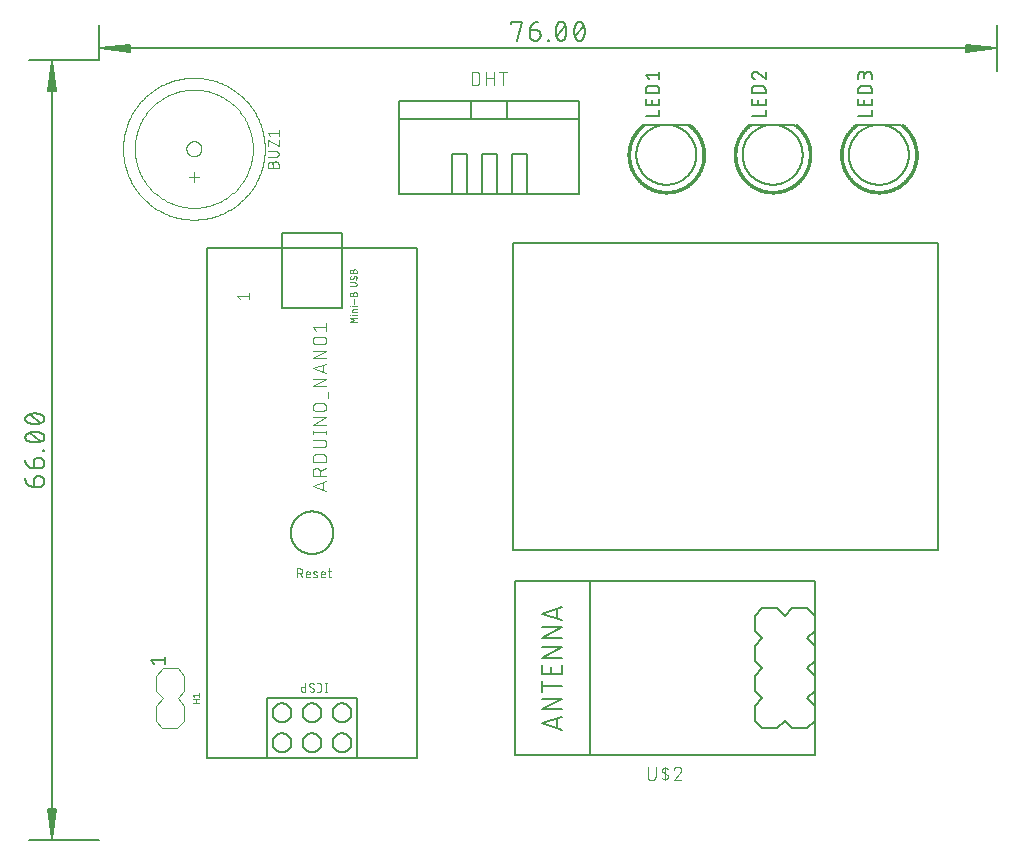
<source format=gbr>
G04 EAGLE Gerber RS-274X export*
G75*
%MOMM*%
%FSLAX34Y34*%
%LPD*%
%AMOC8*
5,1,8,0,0,1.08239X$1,22.5*%
G01*
%ADD10C,0.130000*%
%ADD11C,0.152400*%
%ADD12C,0.127000*%
%ADD13C,0.101600*%
%ADD14C,0.076200*%
%ADD15C,0.050800*%
%ADD16C,0.203200*%
%ADD17C,0.025400*%
%ADD18C,0.100000*%


D10*
X520000Y920000D02*
X520000Y949500D01*
X1280000Y950000D02*
X1280000Y910500D01*
X1279350Y930000D02*
X520650Y930000D01*
X546000Y933192D01*
X546000Y926808D01*
X520650Y930000D01*
X546000Y931300D01*
X546000Y928700D02*
X520650Y930000D01*
X546000Y932600D01*
X546000Y927400D02*
X520650Y930000D01*
X1254000Y933192D02*
X1279350Y930000D01*
X1254000Y933192D02*
X1254000Y926808D01*
X1279350Y930000D01*
X1254000Y931300D01*
X1254000Y928700D02*
X1279350Y930000D01*
X1254000Y932600D01*
X1254000Y927400D02*
X1279350Y930000D01*
D11*
X868852Y950957D02*
X868852Y952763D01*
X877883Y952763D01*
X873368Y936507D01*
X884483Y945538D02*
X889902Y945538D01*
X890020Y945536D01*
X890138Y945530D01*
X890256Y945521D01*
X890373Y945507D01*
X890490Y945490D01*
X890607Y945469D01*
X890722Y945444D01*
X890837Y945415D01*
X890951Y945382D01*
X891063Y945346D01*
X891174Y945306D01*
X891284Y945263D01*
X891393Y945216D01*
X891500Y945166D01*
X891605Y945111D01*
X891708Y945054D01*
X891809Y944993D01*
X891909Y944929D01*
X892006Y944862D01*
X892101Y944792D01*
X892193Y944718D01*
X892284Y944642D01*
X892371Y944562D01*
X892456Y944480D01*
X892538Y944395D01*
X892618Y944308D01*
X892694Y944217D01*
X892768Y944125D01*
X892838Y944030D01*
X892905Y943933D01*
X892969Y943833D01*
X893030Y943732D01*
X893087Y943629D01*
X893142Y943524D01*
X893192Y943417D01*
X893239Y943308D01*
X893282Y943198D01*
X893322Y943087D01*
X893358Y942975D01*
X893391Y942861D01*
X893420Y942746D01*
X893445Y942631D01*
X893466Y942514D01*
X893483Y942397D01*
X893497Y942280D01*
X893506Y942162D01*
X893512Y942044D01*
X893514Y941926D01*
X893514Y941023D01*
X893515Y941023D02*
X893513Y940890D01*
X893507Y940758D01*
X893497Y940626D01*
X893484Y940494D01*
X893466Y940362D01*
X893445Y940232D01*
X893420Y940101D01*
X893391Y939972D01*
X893358Y939844D01*
X893322Y939716D01*
X893282Y939590D01*
X893238Y939465D01*
X893190Y939341D01*
X893139Y939219D01*
X893084Y939098D01*
X893026Y938979D01*
X892964Y938861D01*
X892899Y938746D01*
X892830Y938632D01*
X892759Y938521D01*
X892683Y938412D01*
X892605Y938305D01*
X892524Y938200D01*
X892439Y938098D01*
X892352Y937998D01*
X892262Y937901D01*
X892169Y937806D01*
X892073Y937715D01*
X891975Y937626D01*
X891874Y937540D01*
X891770Y937457D01*
X891664Y937377D01*
X891556Y937301D01*
X891446Y937227D01*
X891333Y937157D01*
X891219Y937090D01*
X891102Y937027D01*
X890984Y936967D01*
X890864Y936910D01*
X890742Y936857D01*
X890619Y936808D01*
X890495Y936762D01*
X890369Y936720D01*
X890242Y936682D01*
X890114Y936647D01*
X889985Y936616D01*
X889856Y936589D01*
X889725Y936566D01*
X889594Y936546D01*
X889462Y936531D01*
X889330Y936519D01*
X889198Y936511D01*
X889065Y936507D01*
X888933Y936507D01*
X888800Y936511D01*
X888668Y936519D01*
X888536Y936531D01*
X888404Y936546D01*
X888273Y936566D01*
X888142Y936589D01*
X888013Y936616D01*
X887884Y936647D01*
X887756Y936682D01*
X887629Y936720D01*
X887503Y936762D01*
X887379Y936808D01*
X887256Y936857D01*
X887134Y936910D01*
X887014Y936967D01*
X886896Y937027D01*
X886779Y937090D01*
X886665Y937157D01*
X886552Y937227D01*
X886442Y937301D01*
X886334Y937377D01*
X886228Y937457D01*
X886124Y937540D01*
X886023Y937626D01*
X885925Y937715D01*
X885829Y937806D01*
X885736Y937901D01*
X885646Y937998D01*
X885559Y938098D01*
X885474Y938200D01*
X885393Y938305D01*
X885315Y938412D01*
X885239Y938521D01*
X885168Y938632D01*
X885099Y938746D01*
X885034Y938861D01*
X884972Y938979D01*
X884914Y939098D01*
X884859Y939219D01*
X884808Y939341D01*
X884760Y939465D01*
X884716Y939590D01*
X884676Y939716D01*
X884640Y939844D01*
X884607Y939972D01*
X884578Y940101D01*
X884553Y940232D01*
X884532Y940362D01*
X884514Y940494D01*
X884501Y940626D01*
X884491Y940758D01*
X884485Y940890D01*
X884483Y941023D01*
X884483Y945538D01*
X884485Y945715D01*
X884492Y945893D01*
X884503Y946070D01*
X884518Y946246D01*
X884537Y946422D01*
X884561Y946598D01*
X884589Y946773D01*
X884622Y946948D01*
X884659Y947121D01*
X884700Y947294D01*
X884745Y947465D01*
X884794Y947635D01*
X884848Y947804D01*
X884905Y947972D01*
X884967Y948138D01*
X885033Y948303D01*
X885103Y948466D01*
X885177Y948627D01*
X885254Y948786D01*
X885336Y948944D01*
X885422Y949099D01*
X885511Y949252D01*
X885604Y949403D01*
X885701Y949552D01*
X885801Y949698D01*
X885905Y949842D01*
X886012Y949983D01*
X886123Y950121D01*
X886237Y950257D01*
X886355Y950390D01*
X886475Y950520D01*
X886599Y950647D01*
X886726Y950771D01*
X886856Y950891D01*
X886989Y951009D01*
X887124Y951123D01*
X887263Y951234D01*
X887404Y951341D01*
X887548Y951445D01*
X887694Y951545D01*
X887843Y951642D01*
X887994Y951735D01*
X888147Y951824D01*
X888302Y951910D01*
X888460Y951992D01*
X888619Y952069D01*
X888780Y952143D01*
X888943Y952213D01*
X889108Y952279D01*
X889274Y952341D01*
X889442Y952398D01*
X889611Y952452D01*
X889781Y952501D01*
X889952Y952546D01*
X890125Y952587D01*
X890298Y952624D01*
X890473Y952657D01*
X890648Y952685D01*
X890824Y952709D01*
X891000Y952728D01*
X891176Y952743D01*
X891353Y952754D01*
X891531Y952761D01*
X891708Y952763D01*
X899489Y937410D02*
X899489Y936507D01*
X899489Y937410D02*
X900392Y937410D01*
X900392Y936507D01*
X899489Y936507D01*
X906367Y944635D02*
X906371Y944955D01*
X906382Y945274D01*
X906401Y945594D01*
X906428Y945912D01*
X906462Y946230D01*
X906504Y946547D01*
X906554Y946863D01*
X906611Y947178D01*
X906675Y947491D01*
X906747Y947803D01*
X906826Y948113D01*
X906913Y948420D01*
X907007Y948726D01*
X907108Y949029D01*
X907217Y949330D01*
X907332Y949628D01*
X907455Y949924D01*
X907585Y950216D01*
X907722Y950505D01*
X907721Y950506D02*
X907760Y950614D01*
X907803Y950721D01*
X907849Y950826D01*
X907900Y950930D01*
X907953Y951032D01*
X908010Y951132D01*
X908071Y951230D01*
X908135Y951325D01*
X908202Y951419D01*
X908273Y951510D01*
X908346Y951599D01*
X908423Y951685D01*
X908502Y951768D01*
X908584Y951849D01*
X908669Y951927D01*
X908757Y952001D01*
X908847Y952073D01*
X908939Y952141D01*
X909034Y952207D01*
X909131Y952269D01*
X909230Y952327D01*
X909332Y952383D01*
X909434Y952434D01*
X909539Y952482D01*
X909645Y952527D01*
X909753Y952568D01*
X909862Y952605D01*
X909972Y952638D01*
X910084Y952667D01*
X910196Y952693D01*
X910309Y952715D01*
X910423Y952732D01*
X910537Y952746D01*
X910652Y952756D01*
X910767Y952762D01*
X910882Y952764D01*
X910882Y952763D02*
X910997Y952761D01*
X911112Y952755D01*
X911227Y952745D01*
X911341Y952731D01*
X911455Y952714D01*
X911568Y952692D01*
X911680Y952666D01*
X911792Y952637D01*
X911902Y952604D01*
X912011Y952567D01*
X912119Y952526D01*
X912225Y952481D01*
X912330Y952433D01*
X912432Y952382D01*
X912533Y952326D01*
X912633Y952268D01*
X912730Y952206D01*
X912824Y952141D01*
X912917Y952072D01*
X913007Y952000D01*
X913095Y951926D01*
X913180Y951848D01*
X913262Y951767D01*
X913341Y951684D01*
X913418Y951598D01*
X913491Y951509D01*
X913562Y951418D01*
X913629Y951324D01*
X913693Y951229D01*
X913754Y951131D01*
X913811Y951031D01*
X913864Y950929D01*
X913915Y950825D01*
X913961Y950720D01*
X914004Y950613D01*
X914043Y950505D01*
X914180Y950216D01*
X914310Y949924D01*
X914433Y949628D01*
X914548Y949330D01*
X914657Y949029D01*
X914758Y948726D01*
X914852Y948420D01*
X914939Y948113D01*
X915018Y947803D01*
X915090Y947491D01*
X915154Y947178D01*
X915211Y946863D01*
X915261Y946547D01*
X915303Y946230D01*
X915337Y945912D01*
X915364Y945594D01*
X915383Y945274D01*
X915394Y944955D01*
X915398Y944635D01*
X906367Y944635D02*
X906371Y944315D01*
X906382Y943996D01*
X906401Y943676D01*
X906428Y943358D01*
X906462Y943040D01*
X906504Y942723D01*
X906554Y942407D01*
X906611Y942092D01*
X906675Y941779D01*
X906747Y941467D01*
X906826Y941157D01*
X906913Y940850D01*
X907007Y940544D01*
X907108Y940241D01*
X907217Y939940D01*
X907332Y939642D01*
X907455Y939346D01*
X907585Y939054D01*
X907722Y938765D01*
X907721Y938765D02*
X907760Y938657D01*
X907803Y938550D01*
X907849Y938445D01*
X907900Y938341D01*
X907953Y938239D01*
X908010Y938139D01*
X908071Y938041D01*
X908135Y937946D01*
X908202Y937852D01*
X908273Y937761D01*
X908346Y937672D01*
X908423Y937586D01*
X908502Y937503D01*
X908584Y937422D01*
X908669Y937344D01*
X908757Y937270D01*
X908847Y937198D01*
X908940Y937129D01*
X909034Y937064D01*
X909131Y937002D01*
X909231Y936944D01*
X909332Y936888D01*
X909434Y936837D01*
X909539Y936789D01*
X909645Y936744D01*
X909753Y936703D01*
X909862Y936666D01*
X909972Y936633D01*
X910084Y936604D01*
X910196Y936578D01*
X910309Y936556D01*
X910423Y936539D01*
X910537Y936525D01*
X910652Y936515D01*
X910767Y936509D01*
X910882Y936507D01*
X914043Y938765D02*
X914180Y939054D01*
X914310Y939346D01*
X914433Y939642D01*
X914548Y939940D01*
X914657Y940241D01*
X914758Y940544D01*
X914852Y940850D01*
X914939Y941157D01*
X915018Y941467D01*
X915090Y941779D01*
X915154Y942092D01*
X915211Y942407D01*
X915261Y942723D01*
X915303Y943040D01*
X915337Y943358D01*
X915364Y943676D01*
X915383Y943996D01*
X915394Y944315D01*
X915398Y944635D01*
X914043Y938765D02*
X914004Y938657D01*
X913961Y938550D01*
X913915Y938445D01*
X913864Y938341D01*
X913811Y938239D01*
X913754Y938139D01*
X913693Y938041D01*
X913629Y937946D01*
X913562Y937852D01*
X913491Y937761D01*
X913418Y937672D01*
X913341Y937586D01*
X913262Y937503D01*
X913180Y937422D01*
X913095Y937344D01*
X913007Y937270D01*
X912917Y937198D01*
X912824Y937129D01*
X912730Y937064D01*
X912633Y937002D01*
X912533Y936944D01*
X912432Y936888D01*
X912329Y936837D01*
X912225Y936789D01*
X912119Y936744D01*
X912011Y936703D01*
X911902Y936666D01*
X911792Y936633D01*
X911680Y936604D01*
X911568Y936578D01*
X911455Y936556D01*
X911341Y936539D01*
X911227Y936525D01*
X911112Y936515D01*
X910997Y936509D01*
X910882Y936507D01*
X907270Y940119D02*
X914495Y949151D01*
X921998Y944635D02*
X922002Y944955D01*
X922013Y945274D01*
X922032Y945594D01*
X922059Y945912D01*
X922093Y946230D01*
X922135Y946547D01*
X922185Y946863D01*
X922242Y947178D01*
X922306Y947491D01*
X922378Y947803D01*
X922457Y948113D01*
X922544Y948420D01*
X922638Y948726D01*
X922739Y949029D01*
X922848Y949330D01*
X922963Y949628D01*
X923086Y949924D01*
X923216Y950216D01*
X923353Y950505D01*
X923353Y950506D02*
X923392Y950614D01*
X923435Y950721D01*
X923481Y950826D01*
X923532Y950930D01*
X923585Y951032D01*
X923642Y951132D01*
X923703Y951230D01*
X923767Y951325D01*
X923834Y951419D01*
X923905Y951510D01*
X923978Y951599D01*
X924055Y951685D01*
X924134Y951768D01*
X924216Y951849D01*
X924301Y951927D01*
X924389Y952001D01*
X924479Y952073D01*
X924571Y952141D01*
X924666Y952207D01*
X924763Y952269D01*
X924862Y952327D01*
X924964Y952383D01*
X925066Y952434D01*
X925171Y952482D01*
X925277Y952527D01*
X925385Y952568D01*
X925494Y952605D01*
X925604Y952638D01*
X925716Y952667D01*
X925828Y952693D01*
X925941Y952715D01*
X926055Y952732D01*
X926169Y952746D01*
X926284Y952756D01*
X926399Y952762D01*
X926514Y952764D01*
X926514Y952763D02*
X926629Y952761D01*
X926744Y952755D01*
X926859Y952745D01*
X926973Y952731D01*
X927087Y952714D01*
X927200Y952692D01*
X927312Y952666D01*
X927424Y952637D01*
X927534Y952604D01*
X927643Y952567D01*
X927751Y952526D01*
X927857Y952481D01*
X927962Y952433D01*
X928064Y952382D01*
X928165Y952326D01*
X928265Y952268D01*
X928362Y952206D01*
X928456Y952141D01*
X928549Y952072D01*
X928639Y952000D01*
X928727Y951926D01*
X928812Y951848D01*
X928894Y951767D01*
X928973Y951684D01*
X929050Y951598D01*
X929123Y951509D01*
X929194Y951418D01*
X929261Y951324D01*
X929325Y951229D01*
X929386Y951131D01*
X929443Y951031D01*
X929496Y950929D01*
X929547Y950825D01*
X929593Y950720D01*
X929636Y950613D01*
X929675Y950505D01*
X929674Y950505D02*
X929811Y950216D01*
X929941Y949924D01*
X930064Y949628D01*
X930179Y949330D01*
X930288Y949029D01*
X930389Y948726D01*
X930483Y948420D01*
X930570Y948113D01*
X930649Y947803D01*
X930721Y947491D01*
X930785Y947178D01*
X930842Y946863D01*
X930892Y946547D01*
X930934Y946230D01*
X930968Y945912D01*
X930995Y945594D01*
X931014Y945274D01*
X931025Y944955D01*
X931029Y944635D01*
X921998Y944635D02*
X922002Y944315D01*
X922013Y943996D01*
X922032Y943676D01*
X922059Y943358D01*
X922093Y943040D01*
X922135Y942723D01*
X922185Y942407D01*
X922242Y942092D01*
X922306Y941779D01*
X922378Y941467D01*
X922457Y941157D01*
X922544Y940850D01*
X922638Y940544D01*
X922739Y940241D01*
X922848Y939940D01*
X922963Y939642D01*
X923086Y939346D01*
X923216Y939054D01*
X923353Y938765D01*
X923392Y938657D01*
X923435Y938550D01*
X923481Y938445D01*
X923532Y938341D01*
X923585Y938239D01*
X923642Y938139D01*
X923703Y938041D01*
X923767Y937946D01*
X923834Y937852D01*
X923905Y937761D01*
X923978Y937672D01*
X924055Y937586D01*
X924134Y937503D01*
X924216Y937422D01*
X924301Y937344D01*
X924389Y937270D01*
X924479Y937198D01*
X924572Y937129D01*
X924666Y937064D01*
X924763Y937002D01*
X924863Y936944D01*
X924964Y936888D01*
X925066Y936837D01*
X925171Y936789D01*
X925277Y936744D01*
X925385Y936703D01*
X925494Y936666D01*
X925604Y936633D01*
X925716Y936604D01*
X925828Y936578D01*
X925941Y936556D01*
X926055Y936539D01*
X926169Y936525D01*
X926284Y936515D01*
X926399Y936509D01*
X926514Y936507D01*
X929674Y938765D02*
X929811Y939054D01*
X929941Y939346D01*
X930064Y939642D01*
X930179Y939940D01*
X930288Y940241D01*
X930389Y940544D01*
X930483Y940850D01*
X930570Y941157D01*
X930649Y941467D01*
X930721Y941779D01*
X930785Y942092D01*
X930842Y942407D01*
X930892Y942723D01*
X930934Y943040D01*
X930968Y943358D01*
X930995Y943676D01*
X931014Y943996D01*
X931025Y944315D01*
X931029Y944635D01*
X929675Y938765D02*
X929636Y938657D01*
X929593Y938550D01*
X929547Y938445D01*
X929496Y938341D01*
X929443Y938239D01*
X929386Y938139D01*
X929325Y938041D01*
X929261Y937946D01*
X929194Y937852D01*
X929123Y937761D01*
X929050Y937672D01*
X928973Y937586D01*
X928894Y937503D01*
X928812Y937422D01*
X928727Y937344D01*
X928639Y937270D01*
X928549Y937198D01*
X928456Y937129D01*
X928362Y937064D01*
X928265Y937002D01*
X928165Y936944D01*
X928064Y936888D01*
X927961Y936837D01*
X927857Y936789D01*
X927751Y936744D01*
X927643Y936703D01*
X927534Y936666D01*
X927424Y936633D01*
X927312Y936604D01*
X927200Y936578D01*
X927087Y936556D01*
X926973Y936539D01*
X926859Y936525D01*
X926744Y936515D01*
X926629Y936509D01*
X926514Y936507D01*
X922901Y940119D02*
X930126Y949151D01*
D10*
X520000Y920000D02*
X460500Y920000D01*
X460500Y260000D02*
X520000Y260000D01*
X480000Y260650D02*
X480000Y919350D01*
X476808Y894000D01*
X483192Y894000D01*
X480000Y919350D01*
X478700Y894000D01*
X481300Y894000D02*
X480000Y919350D01*
X477400Y894000D01*
X482600Y894000D02*
X480000Y919350D01*
X476808Y286000D02*
X480000Y260650D01*
X476808Y286000D02*
X483192Y286000D01*
X480000Y260650D01*
X478700Y286000D01*
X481300Y286000D02*
X480000Y260650D01*
X477400Y286000D01*
X482600Y286000D02*
X480000Y260650D01*
D11*
X464462Y558852D02*
X464462Y564271D01*
X464464Y564389D01*
X464470Y564507D01*
X464479Y564625D01*
X464493Y564742D01*
X464510Y564859D01*
X464531Y564976D01*
X464556Y565091D01*
X464585Y565206D01*
X464618Y565320D01*
X464654Y565432D01*
X464694Y565543D01*
X464737Y565653D01*
X464784Y565762D01*
X464834Y565869D01*
X464889Y565974D01*
X464946Y566077D01*
X465007Y566178D01*
X465071Y566278D01*
X465138Y566375D01*
X465208Y566470D01*
X465282Y566562D01*
X465358Y566653D01*
X465438Y566740D01*
X465520Y566825D01*
X465605Y566907D01*
X465692Y566987D01*
X465783Y567063D01*
X465875Y567137D01*
X465970Y567207D01*
X466067Y567274D01*
X466167Y567338D01*
X466268Y567399D01*
X466371Y567456D01*
X466476Y567511D01*
X466583Y567561D01*
X466692Y567608D01*
X466802Y567651D01*
X466913Y567691D01*
X467025Y567727D01*
X467139Y567760D01*
X467254Y567789D01*
X467369Y567814D01*
X467486Y567835D01*
X467603Y567852D01*
X467720Y567866D01*
X467838Y567875D01*
X467956Y567881D01*
X468074Y567883D01*
X468977Y567883D01*
X468977Y567884D02*
X469110Y567882D01*
X469242Y567876D01*
X469374Y567866D01*
X469506Y567853D01*
X469638Y567835D01*
X469768Y567814D01*
X469899Y567789D01*
X470028Y567760D01*
X470156Y567727D01*
X470284Y567691D01*
X470410Y567651D01*
X470535Y567607D01*
X470659Y567559D01*
X470781Y567508D01*
X470902Y567453D01*
X471021Y567395D01*
X471139Y567333D01*
X471254Y567268D01*
X471368Y567199D01*
X471479Y567128D01*
X471588Y567052D01*
X471695Y566974D01*
X471800Y566893D01*
X471902Y566808D01*
X472002Y566721D01*
X472099Y566631D01*
X472194Y566538D01*
X472285Y566442D01*
X472374Y566344D01*
X472460Y566243D01*
X472543Y566139D01*
X472623Y566033D01*
X472699Y565925D01*
X472773Y565815D01*
X472843Y565702D01*
X472910Y565588D01*
X472973Y565471D01*
X473033Y565353D01*
X473090Y565233D01*
X473143Y565111D01*
X473192Y564988D01*
X473238Y564864D01*
X473280Y564738D01*
X473318Y564611D01*
X473353Y564483D01*
X473384Y564354D01*
X473411Y564225D01*
X473434Y564094D01*
X473454Y563963D01*
X473469Y563831D01*
X473481Y563699D01*
X473489Y563567D01*
X473493Y563434D01*
X473493Y563302D01*
X473489Y563169D01*
X473481Y563037D01*
X473469Y562905D01*
X473454Y562773D01*
X473434Y562642D01*
X473411Y562511D01*
X473384Y562382D01*
X473353Y562253D01*
X473318Y562125D01*
X473280Y561998D01*
X473238Y561872D01*
X473192Y561748D01*
X473143Y561625D01*
X473090Y561503D01*
X473033Y561383D01*
X472973Y561265D01*
X472910Y561148D01*
X472843Y561034D01*
X472773Y560921D01*
X472699Y560811D01*
X472623Y560703D01*
X472543Y560597D01*
X472460Y560493D01*
X472374Y560392D01*
X472285Y560294D01*
X472194Y560198D01*
X472099Y560105D01*
X472002Y560015D01*
X471902Y559928D01*
X471800Y559843D01*
X471695Y559762D01*
X471588Y559684D01*
X471479Y559608D01*
X471368Y559537D01*
X471254Y559468D01*
X471139Y559403D01*
X471021Y559341D01*
X470902Y559283D01*
X470781Y559228D01*
X470659Y559177D01*
X470535Y559129D01*
X470410Y559085D01*
X470284Y559045D01*
X470156Y559009D01*
X470028Y558976D01*
X469899Y558947D01*
X469768Y558922D01*
X469638Y558901D01*
X469506Y558883D01*
X469374Y558870D01*
X469242Y558860D01*
X469110Y558854D01*
X468977Y558852D01*
X464462Y558852D01*
X464285Y558854D01*
X464107Y558861D01*
X463930Y558872D01*
X463754Y558887D01*
X463578Y558906D01*
X463402Y558930D01*
X463227Y558958D01*
X463052Y558991D01*
X462879Y559028D01*
X462706Y559069D01*
X462535Y559114D01*
X462365Y559163D01*
X462196Y559217D01*
X462028Y559274D01*
X461862Y559336D01*
X461697Y559402D01*
X461534Y559472D01*
X461373Y559546D01*
X461214Y559623D01*
X461056Y559705D01*
X460901Y559791D01*
X460748Y559880D01*
X460597Y559973D01*
X460448Y560070D01*
X460302Y560170D01*
X460158Y560274D01*
X460017Y560381D01*
X459879Y560492D01*
X459743Y560606D01*
X459610Y560724D01*
X459480Y560844D01*
X459353Y560968D01*
X459229Y561095D01*
X459109Y561225D01*
X458991Y561358D01*
X458877Y561493D01*
X458766Y561632D01*
X458659Y561773D01*
X458555Y561917D01*
X458455Y562063D01*
X458358Y562212D01*
X458265Y562363D01*
X458176Y562516D01*
X458090Y562671D01*
X458008Y562829D01*
X457931Y562988D01*
X457857Y563149D01*
X457787Y563312D01*
X457721Y563477D01*
X457659Y563643D01*
X457602Y563811D01*
X457548Y563980D01*
X457499Y564150D01*
X457454Y564321D01*
X457413Y564494D01*
X457376Y564667D01*
X457343Y564842D01*
X457315Y565017D01*
X457291Y565193D01*
X457272Y565369D01*
X457257Y565545D01*
X457246Y565722D01*
X457239Y565900D01*
X457237Y566077D01*
X464462Y574483D02*
X464462Y579902D01*
X464464Y580020D01*
X464470Y580138D01*
X464479Y580256D01*
X464493Y580373D01*
X464510Y580490D01*
X464531Y580607D01*
X464556Y580722D01*
X464585Y580837D01*
X464618Y580951D01*
X464654Y581063D01*
X464694Y581174D01*
X464737Y581284D01*
X464784Y581393D01*
X464834Y581500D01*
X464889Y581605D01*
X464946Y581708D01*
X465007Y581809D01*
X465071Y581909D01*
X465138Y582006D01*
X465208Y582101D01*
X465282Y582193D01*
X465358Y582284D01*
X465438Y582371D01*
X465520Y582456D01*
X465605Y582538D01*
X465692Y582618D01*
X465783Y582694D01*
X465875Y582768D01*
X465970Y582838D01*
X466067Y582905D01*
X466167Y582969D01*
X466268Y583030D01*
X466371Y583087D01*
X466476Y583142D01*
X466583Y583192D01*
X466692Y583239D01*
X466802Y583282D01*
X466913Y583322D01*
X467025Y583358D01*
X467139Y583391D01*
X467254Y583420D01*
X467369Y583445D01*
X467486Y583466D01*
X467603Y583483D01*
X467720Y583497D01*
X467838Y583506D01*
X467956Y583512D01*
X468074Y583514D01*
X468977Y583514D01*
X468977Y583515D02*
X469110Y583513D01*
X469242Y583507D01*
X469374Y583497D01*
X469506Y583484D01*
X469638Y583466D01*
X469768Y583445D01*
X469899Y583420D01*
X470028Y583391D01*
X470156Y583358D01*
X470284Y583322D01*
X470410Y583282D01*
X470535Y583238D01*
X470659Y583190D01*
X470781Y583139D01*
X470902Y583084D01*
X471021Y583026D01*
X471139Y582964D01*
X471254Y582899D01*
X471368Y582830D01*
X471479Y582759D01*
X471588Y582683D01*
X471695Y582605D01*
X471800Y582524D01*
X471902Y582439D01*
X472002Y582352D01*
X472099Y582262D01*
X472194Y582169D01*
X472285Y582073D01*
X472374Y581975D01*
X472460Y581874D01*
X472543Y581770D01*
X472623Y581664D01*
X472699Y581556D01*
X472773Y581446D01*
X472843Y581333D01*
X472910Y581219D01*
X472973Y581102D01*
X473033Y580984D01*
X473090Y580864D01*
X473143Y580742D01*
X473192Y580619D01*
X473238Y580495D01*
X473280Y580369D01*
X473318Y580242D01*
X473353Y580114D01*
X473384Y579985D01*
X473411Y579856D01*
X473434Y579725D01*
X473454Y579594D01*
X473469Y579462D01*
X473481Y579330D01*
X473489Y579198D01*
X473493Y579065D01*
X473493Y578933D01*
X473489Y578800D01*
X473481Y578668D01*
X473469Y578536D01*
X473454Y578404D01*
X473434Y578273D01*
X473411Y578142D01*
X473384Y578013D01*
X473353Y577884D01*
X473318Y577756D01*
X473280Y577629D01*
X473238Y577503D01*
X473192Y577379D01*
X473143Y577256D01*
X473090Y577134D01*
X473033Y577014D01*
X472973Y576896D01*
X472910Y576779D01*
X472843Y576665D01*
X472773Y576552D01*
X472699Y576442D01*
X472623Y576334D01*
X472543Y576228D01*
X472460Y576124D01*
X472374Y576023D01*
X472285Y575925D01*
X472194Y575829D01*
X472099Y575736D01*
X472002Y575646D01*
X471902Y575559D01*
X471800Y575474D01*
X471695Y575393D01*
X471588Y575315D01*
X471479Y575239D01*
X471368Y575168D01*
X471254Y575099D01*
X471139Y575034D01*
X471021Y574972D01*
X470902Y574914D01*
X470781Y574859D01*
X470659Y574808D01*
X470535Y574760D01*
X470410Y574716D01*
X470284Y574676D01*
X470156Y574640D01*
X470028Y574607D01*
X469899Y574578D01*
X469768Y574553D01*
X469638Y574532D01*
X469506Y574514D01*
X469374Y574501D01*
X469242Y574491D01*
X469110Y574485D01*
X468977Y574483D01*
X464462Y574483D01*
X464285Y574485D01*
X464107Y574492D01*
X463930Y574503D01*
X463754Y574518D01*
X463578Y574537D01*
X463402Y574561D01*
X463227Y574589D01*
X463052Y574622D01*
X462879Y574659D01*
X462706Y574700D01*
X462535Y574745D01*
X462365Y574794D01*
X462196Y574848D01*
X462028Y574905D01*
X461862Y574967D01*
X461697Y575033D01*
X461534Y575103D01*
X461373Y575177D01*
X461214Y575254D01*
X461056Y575336D01*
X460901Y575422D01*
X460748Y575511D01*
X460597Y575604D01*
X460448Y575701D01*
X460302Y575801D01*
X460158Y575905D01*
X460017Y576012D01*
X459879Y576123D01*
X459743Y576237D01*
X459610Y576355D01*
X459480Y576475D01*
X459353Y576599D01*
X459229Y576726D01*
X459109Y576856D01*
X458991Y576989D01*
X458877Y577124D01*
X458766Y577263D01*
X458659Y577404D01*
X458555Y577548D01*
X458455Y577694D01*
X458358Y577843D01*
X458265Y577994D01*
X458176Y578147D01*
X458090Y578302D01*
X458008Y578460D01*
X457931Y578619D01*
X457857Y578780D01*
X457787Y578943D01*
X457721Y579108D01*
X457659Y579274D01*
X457602Y579442D01*
X457548Y579611D01*
X457499Y579781D01*
X457454Y579952D01*
X457413Y580125D01*
X457376Y580298D01*
X457343Y580473D01*
X457315Y580648D01*
X457291Y580824D01*
X457272Y581000D01*
X457257Y581176D01*
X457246Y581353D01*
X457239Y581531D01*
X457237Y581708D01*
X472590Y589489D02*
X473493Y589489D01*
X472590Y589489D02*
X472590Y590392D01*
X473493Y590392D01*
X473493Y589489D01*
X465365Y596367D02*
X465045Y596371D01*
X464726Y596382D01*
X464406Y596401D01*
X464088Y596428D01*
X463770Y596462D01*
X463453Y596504D01*
X463137Y596554D01*
X462822Y596611D01*
X462509Y596675D01*
X462197Y596747D01*
X461887Y596826D01*
X461580Y596913D01*
X461274Y597007D01*
X460971Y597108D01*
X460670Y597217D01*
X460372Y597332D01*
X460076Y597455D01*
X459784Y597585D01*
X459495Y597722D01*
X459494Y597722D02*
X459386Y597761D01*
X459279Y597804D01*
X459174Y597850D01*
X459071Y597900D01*
X458969Y597954D01*
X458869Y598011D01*
X458771Y598072D01*
X458675Y598136D01*
X458582Y598203D01*
X458491Y598273D01*
X458402Y598347D01*
X458316Y598423D01*
X458233Y598503D01*
X458152Y598585D01*
X458074Y598670D01*
X458000Y598757D01*
X457928Y598848D01*
X457859Y598940D01*
X457794Y599035D01*
X457732Y599132D01*
X457673Y599231D01*
X457618Y599332D01*
X457567Y599435D01*
X457519Y599540D01*
X457474Y599646D01*
X457433Y599753D01*
X457396Y599862D01*
X457363Y599973D01*
X457334Y600084D01*
X457308Y600196D01*
X457286Y600309D01*
X457269Y600423D01*
X457255Y600537D01*
X457245Y600652D01*
X457239Y600767D01*
X457237Y600882D01*
X457239Y600997D01*
X457245Y601112D01*
X457255Y601227D01*
X457269Y601341D01*
X457286Y601455D01*
X457308Y601568D01*
X457334Y601680D01*
X457363Y601792D01*
X457396Y601902D01*
X457433Y602011D01*
X457474Y602119D01*
X457519Y602225D01*
X457567Y602330D01*
X457618Y602432D01*
X457674Y602534D01*
X457732Y602633D01*
X457794Y602730D01*
X457860Y602825D01*
X457928Y602917D01*
X458000Y603007D01*
X458074Y603095D01*
X458152Y603180D01*
X458233Y603262D01*
X458316Y603341D01*
X458402Y603418D01*
X458491Y603491D01*
X458582Y603562D01*
X458676Y603629D01*
X458771Y603693D01*
X458869Y603754D01*
X458969Y603811D01*
X459071Y603864D01*
X459175Y603915D01*
X459280Y603961D01*
X459387Y604004D01*
X459495Y604043D01*
X459784Y604180D01*
X460076Y604310D01*
X460372Y604433D01*
X460670Y604548D01*
X460971Y604657D01*
X461274Y604758D01*
X461580Y604852D01*
X461887Y604939D01*
X462197Y605018D01*
X462509Y605090D01*
X462822Y605154D01*
X463137Y605211D01*
X463453Y605261D01*
X463770Y605303D01*
X464088Y605337D01*
X464406Y605364D01*
X464726Y605383D01*
X465045Y605394D01*
X465365Y605398D01*
X465365Y596367D02*
X465685Y596371D01*
X466004Y596382D01*
X466324Y596401D01*
X466642Y596428D01*
X466960Y596462D01*
X467277Y596504D01*
X467593Y596554D01*
X467908Y596611D01*
X468221Y596675D01*
X468533Y596747D01*
X468843Y596826D01*
X469150Y596913D01*
X469456Y597007D01*
X469759Y597108D01*
X470060Y597217D01*
X470358Y597332D01*
X470654Y597455D01*
X470946Y597585D01*
X471235Y597722D01*
X471236Y597721D02*
X471344Y597760D01*
X471451Y597803D01*
X471556Y597849D01*
X471660Y597900D01*
X471762Y597953D01*
X471862Y598010D01*
X471960Y598071D01*
X472055Y598135D01*
X472149Y598202D01*
X472240Y598273D01*
X472329Y598346D01*
X472415Y598423D01*
X472498Y598502D01*
X472579Y598584D01*
X472657Y598669D01*
X472731Y598757D01*
X472803Y598847D01*
X472872Y598940D01*
X472937Y599034D01*
X472999Y599131D01*
X473057Y599231D01*
X473113Y599332D01*
X473164Y599434D01*
X473212Y599539D01*
X473257Y599645D01*
X473298Y599753D01*
X473335Y599862D01*
X473368Y599972D01*
X473397Y600084D01*
X473423Y600196D01*
X473445Y600309D01*
X473462Y600423D01*
X473476Y600537D01*
X473486Y600652D01*
X473492Y600767D01*
X473494Y600882D01*
X471235Y604043D02*
X470946Y604180D01*
X470654Y604310D01*
X470358Y604433D01*
X470060Y604548D01*
X469759Y604657D01*
X469456Y604758D01*
X469150Y604852D01*
X468843Y604939D01*
X468533Y605018D01*
X468221Y605090D01*
X467908Y605154D01*
X467593Y605211D01*
X467277Y605261D01*
X466960Y605303D01*
X466642Y605337D01*
X466324Y605364D01*
X466004Y605383D01*
X465685Y605394D01*
X465365Y605398D01*
X471235Y604043D02*
X471343Y604004D01*
X471450Y603961D01*
X471555Y603915D01*
X471659Y603864D01*
X471761Y603811D01*
X471861Y603754D01*
X471959Y603693D01*
X472054Y603629D01*
X472148Y603562D01*
X472239Y603491D01*
X472328Y603418D01*
X472414Y603341D01*
X472497Y603262D01*
X472578Y603180D01*
X472656Y603095D01*
X472730Y603007D01*
X472802Y602917D01*
X472871Y602824D01*
X472936Y602730D01*
X472998Y602633D01*
X473056Y602533D01*
X473112Y602432D01*
X473163Y602329D01*
X473211Y602225D01*
X473256Y602119D01*
X473297Y602011D01*
X473334Y601902D01*
X473367Y601792D01*
X473396Y601680D01*
X473422Y601568D01*
X473444Y601455D01*
X473461Y601341D01*
X473475Y601227D01*
X473485Y601112D01*
X473491Y600997D01*
X473493Y600882D01*
X469881Y597270D02*
X460849Y604495D01*
X465365Y611998D02*
X465045Y612002D01*
X464726Y612013D01*
X464406Y612032D01*
X464088Y612059D01*
X463770Y612093D01*
X463453Y612135D01*
X463137Y612185D01*
X462822Y612242D01*
X462509Y612306D01*
X462197Y612378D01*
X461887Y612457D01*
X461580Y612544D01*
X461274Y612638D01*
X460971Y612739D01*
X460670Y612848D01*
X460372Y612963D01*
X460076Y613086D01*
X459784Y613216D01*
X459495Y613353D01*
X459494Y613354D02*
X459386Y613393D01*
X459279Y613436D01*
X459174Y613482D01*
X459071Y613532D01*
X458969Y613586D01*
X458869Y613643D01*
X458771Y613704D01*
X458675Y613768D01*
X458582Y613835D01*
X458491Y613905D01*
X458402Y613979D01*
X458316Y614055D01*
X458233Y614135D01*
X458152Y614217D01*
X458074Y614302D01*
X458000Y614389D01*
X457928Y614480D01*
X457859Y614572D01*
X457794Y614667D01*
X457732Y614764D01*
X457673Y614863D01*
X457618Y614964D01*
X457567Y615067D01*
X457519Y615172D01*
X457474Y615278D01*
X457433Y615385D01*
X457396Y615494D01*
X457363Y615605D01*
X457334Y615716D01*
X457308Y615828D01*
X457286Y615941D01*
X457269Y616055D01*
X457255Y616169D01*
X457245Y616284D01*
X457239Y616399D01*
X457237Y616514D01*
X457239Y616629D01*
X457245Y616744D01*
X457255Y616859D01*
X457269Y616973D01*
X457286Y617087D01*
X457308Y617200D01*
X457334Y617312D01*
X457363Y617424D01*
X457396Y617534D01*
X457433Y617643D01*
X457474Y617751D01*
X457519Y617857D01*
X457567Y617962D01*
X457618Y618064D01*
X457674Y618166D01*
X457732Y618265D01*
X457794Y618362D01*
X457860Y618457D01*
X457928Y618549D01*
X458000Y618639D01*
X458074Y618727D01*
X458152Y618812D01*
X458233Y618894D01*
X458316Y618973D01*
X458402Y619050D01*
X458491Y619123D01*
X458582Y619194D01*
X458676Y619261D01*
X458771Y619325D01*
X458869Y619386D01*
X458969Y619443D01*
X459071Y619496D01*
X459175Y619547D01*
X459280Y619593D01*
X459387Y619636D01*
X459495Y619675D01*
X459495Y619674D02*
X459784Y619811D01*
X460076Y619941D01*
X460372Y620064D01*
X460670Y620179D01*
X460971Y620288D01*
X461274Y620389D01*
X461580Y620483D01*
X461887Y620570D01*
X462197Y620649D01*
X462509Y620721D01*
X462822Y620785D01*
X463137Y620842D01*
X463453Y620892D01*
X463770Y620934D01*
X464088Y620968D01*
X464406Y620995D01*
X464726Y621014D01*
X465045Y621025D01*
X465365Y621029D01*
X465365Y611998D02*
X465685Y612002D01*
X466004Y612013D01*
X466324Y612032D01*
X466642Y612059D01*
X466960Y612093D01*
X467277Y612135D01*
X467593Y612185D01*
X467908Y612242D01*
X468221Y612306D01*
X468533Y612378D01*
X468843Y612457D01*
X469150Y612544D01*
X469456Y612638D01*
X469759Y612739D01*
X470060Y612848D01*
X470358Y612963D01*
X470654Y613086D01*
X470946Y613216D01*
X471235Y613353D01*
X471236Y613353D02*
X471344Y613392D01*
X471451Y613435D01*
X471556Y613481D01*
X471660Y613532D01*
X471762Y613585D01*
X471862Y613642D01*
X471960Y613703D01*
X472055Y613767D01*
X472149Y613834D01*
X472240Y613905D01*
X472329Y613978D01*
X472415Y614055D01*
X472498Y614134D01*
X472579Y614216D01*
X472657Y614301D01*
X472731Y614389D01*
X472803Y614479D01*
X472872Y614572D01*
X472937Y614666D01*
X472999Y614763D01*
X473057Y614863D01*
X473113Y614964D01*
X473164Y615066D01*
X473212Y615171D01*
X473257Y615277D01*
X473298Y615385D01*
X473335Y615494D01*
X473368Y615604D01*
X473397Y615716D01*
X473423Y615828D01*
X473445Y615941D01*
X473462Y616055D01*
X473476Y616169D01*
X473486Y616284D01*
X473492Y616399D01*
X473494Y616514D01*
X471235Y619674D02*
X470946Y619811D01*
X470654Y619941D01*
X470358Y620064D01*
X470060Y620179D01*
X469759Y620288D01*
X469456Y620389D01*
X469150Y620483D01*
X468843Y620570D01*
X468533Y620649D01*
X468221Y620721D01*
X467908Y620785D01*
X467593Y620842D01*
X467277Y620892D01*
X466960Y620934D01*
X466642Y620968D01*
X466324Y620995D01*
X466004Y621014D01*
X465685Y621025D01*
X465365Y621029D01*
X471235Y619675D02*
X471343Y619636D01*
X471450Y619593D01*
X471555Y619547D01*
X471659Y619496D01*
X471761Y619443D01*
X471861Y619386D01*
X471959Y619325D01*
X472054Y619261D01*
X472148Y619194D01*
X472239Y619123D01*
X472328Y619050D01*
X472414Y618973D01*
X472497Y618894D01*
X472578Y618812D01*
X472656Y618727D01*
X472730Y618639D01*
X472802Y618549D01*
X472871Y618456D01*
X472936Y618362D01*
X472998Y618265D01*
X473056Y618165D01*
X473112Y618064D01*
X473163Y617961D01*
X473211Y617857D01*
X473256Y617751D01*
X473297Y617643D01*
X473334Y617534D01*
X473367Y617424D01*
X473396Y617312D01*
X473422Y617200D01*
X473444Y617087D01*
X473461Y616973D01*
X473475Y616859D01*
X473485Y616744D01*
X473491Y616629D01*
X473493Y616514D01*
X469881Y612901D02*
X460849Y620126D01*
D12*
X788900Y761300D02*
X788900Y329500D01*
X738100Y329500D01*
X661900Y329500D01*
X611100Y329500D01*
X611100Y761300D01*
X725400Y761300D01*
X788900Y761300D01*
X725400Y761300D02*
X725400Y774000D01*
X674600Y774000D01*
X674600Y710500D02*
X725400Y710500D01*
X725400Y761300D01*
X674600Y774000D02*
X674600Y710500D01*
D13*
X700508Y559554D02*
X712192Y555659D01*
X712192Y563448D02*
X700508Y559554D01*
X709271Y562475D02*
X709271Y556633D01*
X712192Y568193D02*
X700508Y568193D01*
X700508Y571438D01*
X700510Y571551D01*
X700516Y571664D01*
X700526Y571777D01*
X700540Y571890D01*
X700557Y572002D01*
X700579Y572113D01*
X700604Y572223D01*
X700634Y572333D01*
X700667Y572441D01*
X700704Y572548D01*
X700744Y572654D01*
X700789Y572758D01*
X700837Y572861D01*
X700888Y572962D01*
X700943Y573061D01*
X701001Y573158D01*
X701063Y573253D01*
X701128Y573346D01*
X701196Y573436D01*
X701267Y573524D01*
X701342Y573610D01*
X701419Y573693D01*
X701499Y573773D01*
X701582Y573850D01*
X701668Y573925D01*
X701756Y573996D01*
X701846Y574064D01*
X701939Y574129D01*
X702034Y574191D01*
X702131Y574249D01*
X702230Y574304D01*
X702331Y574355D01*
X702434Y574403D01*
X702538Y574448D01*
X702644Y574488D01*
X702751Y574525D01*
X702859Y574558D01*
X702969Y574588D01*
X703079Y574613D01*
X703190Y574635D01*
X703302Y574652D01*
X703415Y574666D01*
X703528Y574676D01*
X703641Y574682D01*
X703754Y574684D01*
X703867Y574682D01*
X703980Y574676D01*
X704093Y574666D01*
X704206Y574652D01*
X704318Y574635D01*
X704429Y574613D01*
X704539Y574588D01*
X704649Y574558D01*
X704757Y574525D01*
X704864Y574488D01*
X704970Y574448D01*
X705074Y574403D01*
X705177Y574355D01*
X705278Y574304D01*
X705377Y574249D01*
X705474Y574191D01*
X705569Y574129D01*
X705662Y574064D01*
X705752Y573996D01*
X705840Y573925D01*
X705926Y573850D01*
X706009Y573773D01*
X706089Y573693D01*
X706166Y573610D01*
X706241Y573524D01*
X706312Y573436D01*
X706380Y573346D01*
X706445Y573253D01*
X706507Y573158D01*
X706565Y573061D01*
X706620Y572962D01*
X706671Y572861D01*
X706719Y572758D01*
X706764Y572654D01*
X706804Y572548D01*
X706841Y572441D01*
X706874Y572333D01*
X706904Y572223D01*
X706929Y572113D01*
X706951Y572002D01*
X706968Y571890D01*
X706982Y571777D01*
X706992Y571664D01*
X706998Y571551D01*
X707000Y571438D01*
X706999Y571438D02*
X706999Y568193D01*
X706999Y572087D02*
X712192Y574684D01*
X712192Y579930D02*
X700508Y579930D01*
X700508Y583176D01*
X700510Y583289D01*
X700516Y583402D01*
X700526Y583515D01*
X700540Y583628D01*
X700557Y583740D01*
X700579Y583851D01*
X700604Y583961D01*
X700634Y584071D01*
X700667Y584179D01*
X700704Y584286D01*
X700744Y584392D01*
X700789Y584496D01*
X700837Y584599D01*
X700888Y584700D01*
X700943Y584799D01*
X701001Y584896D01*
X701063Y584991D01*
X701128Y585084D01*
X701196Y585174D01*
X701267Y585262D01*
X701342Y585348D01*
X701419Y585431D01*
X701499Y585511D01*
X701582Y585588D01*
X701668Y585663D01*
X701756Y585734D01*
X701846Y585802D01*
X701939Y585867D01*
X702034Y585929D01*
X702131Y585987D01*
X702230Y586042D01*
X702331Y586093D01*
X702434Y586141D01*
X702538Y586186D01*
X702644Y586226D01*
X702751Y586263D01*
X702859Y586296D01*
X702969Y586326D01*
X703079Y586351D01*
X703190Y586373D01*
X703302Y586390D01*
X703415Y586404D01*
X703528Y586414D01*
X703641Y586420D01*
X703754Y586422D01*
X703754Y586421D02*
X708946Y586421D01*
X708946Y586422D02*
X709059Y586420D01*
X709172Y586414D01*
X709285Y586404D01*
X709398Y586390D01*
X709510Y586373D01*
X709621Y586351D01*
X709731Y586326D01*
X709841Y586296D01*
X709949Y586263D01*
X710056Y586226D01*
X710162Y586186D01*
X710266Y586141D01*
X710369Y586093D01*
X710470Y586042D01*
X710569Y585987D01*
X710666Y585929D01*
X710761Y585867D01*
X710854Y585802D01*
X710944Y585734D01*
X711032Y585663D01*
X711118Y585588D01*
X711201Y585511D01*
X711281Y585431D01*
X711358Y585348D01*
X711433Y585262D01*
X711504Y585174D01*
X711572Y585084D01*
X711637Y584991D01*
X711699Y584896D01*
X711757Y584799D01*
X711812Y584700D01*
X711863Y584599D01*
X711911Y584496D01*
X711956Y584392D01*
X711996Y584286D01*
X712033Y584179D01*
X712066Y584071D01*
X712096Y583961D01*
X712121Y583851D01*
X712143Y583740D01*
X712160Y583628D01*
X712174Y583515D01*
X712184Y583402D01*
X712190Y583289D01*
X712192Y583176D01*
X712192Y579930D01*
X708946Y592122D02*
X700508Y592122D01*
X708946Y592122D02*
X709059Y592124D01*
X709172Y592130D01*
X709285Y592140D01*
X709398Y592154D01*
X709510Y592171D01*
X709621Y592193D01*
X709731Y592218D01*
X709841Y592248D01*
X709949Y592281D01*
X710056Y592318D01*
X710162Y592358D01*
X710266Y592403D01*
X710369Y592451D01*
X710470Y592502D01*
X710569Y592557D01*
X710666Y592615D01*
X710761Y592677D01*
X710854Y592742D01*
X710944Y592810D01*
X711032Y592881D01*
X711118Y592956D01*
X711201Y593033D01*
X711281Y593113D01*
X711358Y593196D01*
X711433Y593282D01*
X711504Y593370D01*
X711572Y593460D01*
X711637Y593553D01*
X711699Y593648D01*
X711757Y593745D01*
X711812Y593844D01*
X711863Y593945D01*
X711911Y594048D01*
X711956Y594152D01*
X711996Y594258D01*
X712033Y594365D01*
X712066Y594473D01*
X712096Y594583D01*
X712121Y594693D01*
X712143Y594804D01*
X712160Y594916D01*
X712174Y595029D01*
X712184Y595142D01*
X712190Y595255D01*
X712192Y595368D01*
X712190Y595481D01*
X712184Y595594D01*
X712174Y595707D01*
X712160Y595820D01*
X712143Y595932D01*
X712121Y596043D01*
X712096Y596153D01*
X712066Y596263D01*
X712033Y596371D01*
X711996Y596478D01*
X711956Y596584D01*
X711911Y596688D01*
X711863Y596791D01*
X711812Y596892D01*
X711757Y596991D01*
X711699Y597088D01*
X711637Y597183D01*
X711572Y597276D01*
X711504Y597366D01*
X711433Y597454D01*
X711358Y597540D01*
X711281Y597623D01*
X711201Y597703D01*
X711118Y597780D01*
X711032Y597855D01*
X710944Y597926D01*
X710854Y597994D01*
X710761Y598059D01*
X710666Y598121D01*
X710569Y598179D01*
X710470Y598234D01*
X710369Y598285D01*
X710266Y598333D01*
X710162Y598378D01*
X710056Y598418D01*
X709949Y598455D01*
X709841Y598488D01*
X709731Y598518D01*
X709621Y598543D01*
X709510Y598565D01*
X709398Y598582D01*
X709285Y598596D01*
X709172Y598606D01*
X709059Y598612D01*
X708946Y598614D01*
X708946Y598613D02*
X700508Y598613D01*
X700508Y604893D02*
X712192Y604893D01*
X712192Y606191D02*
X712192Y603594D01*
X700508Y603594D02*
X700508Y606191D01*
X700508Y611172D02*
X712192Y611172D01*
X712192Y617663D02*
X700508Y611172D01*
X700508Y617663D02*
X712192Y617663D01*
X708946Y622983D02*
X703754Y622983D01*
X703641Y622985D01*
X703528Y622991D01*
X703415Y623001D01*
X703302Y623015D01*
X703190Y623032D01*
X703079Y623054D01*
X702969Y623079D01*
X702859Y623109D01*
X702751Y623142D01*
X702644Y623179D01*
X702538Y623219D01*
X702434Y623264D01*
X702331Y623312D01*
X702230Y623363D01*
X702131Y623418D01*
X702034Y623476D01*
X701939Y623538D01*
X701846Y623603D01*
X701756Y623671D01*
X701668Y623742D01*
X701582Y623817D01*
X701499Y623894D01*
X701419Y623974D01*
X701342Y624057D01*
X701267Y624143D01*
X701196Y624231D01*
X701128Y624321D01*
X701063Y624414D01*
X701001Y624509D01*
X700943Y624606D01*
X700888Y624705D01*
X700837Y624806D01*
X700789Y624909D01*
X700744Y625013D01*
X700704Y625119D01*
X700667Y625226D01*
X700634Y625334D01*
X700604Y625444D01*
X700579Y625554D01*
X700557Y625665D01*
X700540Y625777D01*
X700526Y625890D01*
X700516Y626003D01*
X700510Y626116D01*
X700508Y626229D01*
X700510Y626342D01*
X700516Y626455D01*
X700526Y626568D01*
X700540Y626681D01*
X700557Y626793D01*
X700579Y626904D01*
X700604Y627014D01*
X700634Y627124D01*
X700667Y627232D01*
X700704Y627339D01*
X700744Y627445D01*
X700789Y627549D01*
X700837Y627652D01*
X700888Y627753D01*
X700943Y627852D01*
X701001Y627949D01*
X701063Y628044D01*
X701128Y628137D01*
X701196Y628227D01*
X701267Y628315D01*
X701342Y628401D01*
X701419Y628484D01*
X701499Y628564D01*
X701582Y628641D01*
X701668Y628716D01*
X701756Y628787D01*
X701846Y628855D01*
X701939Y628920D01*
X702034Y628982D01*
X702131Y629040D01*
X702230Y629095D01*
X702331Y629146D01*
X702434Y629194D01*
X702538Y629239D01*
X702644Y629279D01*
X702751Y629316D01*
X702859Y629349D01*
X702969Y629379D01*
X703079Y629404D01*
X703190Y629426D01*
X703302Y629443D01*
X703415Y629457D01*
X703528Y629467D01*
X703641Y629473D01*
X703754Y629475D01*
X703754Y629474D02*
X708946Y629474D01*
X708946Y629475D02*
X709059Y629473D01*
X709172Y629467D01*
X709285Y629457D01*
X709398Y629443D01*
X709510Y629426D01*
X709621Y629404D01*
X709731Y629379D01*
X709841Y629349D01*
X709949Y629316D01*
X710056Y629279D01*
X710162Y629239D01*
X710266Y629194D01*
X710369Y629146D01*
X710470Y629095D01*
X710569Y629040D01*
X710666Y628982D01*
X710761Y628920D01*
X710854Y628855D01*
X710944Y628787D01*
X711032Y628716D01*
X711118Y628641D01*
X711201Y628564D01*
X711281Y628484D01*
X711358Y628401D01*
X711433Y628315D01*
X711504Y628227D01*
X711572Y628137D01*
X711637Y628044D01*
X711699Y627949D01*
X711757Y627852D01*
X711812Y627753D01*
X711863Y627652D01*
X711911Y627549D01*
X711956Y627445D01*
X711996Y627339D01*
X712033Y627232D01*
X712066Y627124D01*
X712096Y627014D01*
X712121Y626904D01*
X712143Y626793D01*
X712160Y626681D01*
X712174Y626568D01*
X712184Y626455D01*
X712190Y626342D01*
X712192Y626229D01*
X712190Y626116D01*
X712184Y626003D01*
X712174Y625890D01*
X712160Y625777D01*
X712143Y625665D01*
X712121Y625554D01*
X712096Y625444D01*
X712066Y625334D01*
X712033Y625226D01*
X711996Y625119D01*
X711956Y625013D01*
X711911Y624909D01*
X711863Y624806D01*
X711812Y624705D01*
X711757Y624606D01*
X711699Y624509D01*
X711637Y624414D01*
X711572Y624321D01*
X711504Y624231D01*
X711433Y624143D01*
X711358Y624057D01*
X711281Y623974D01*
X711201Y623894D01*
X711118Y623817D01*
X711032Y623742D01*
X710944Y623671D01*
X710854Y623603D01*
X710761Y623538D01*
X710666Y623476D01*
X710569Y623418D01*
X710470Y623363D01*
X710369Y623312D01*
X710266Y623264D01*
X710162Y623219D01*
X710056Y623179D01*
X709949Y623142D01*
X709841Y623109D01*
X709731Y623079D01*
X709621Y623054D01*
X709510Y623032D01*
X709398Y623015D01*
X709285Y623001D01*
X709172Y622991D01*
X709059Y622985D01*
X708946Y622983D01*
X713490Y633919D02*
X713490Y639112D01*
X712192Y643938D02*
X700508Y643938D01*
X712192Y650429D01*
X700508Y650429D01*
X700508Y658995D02*
X712192Y655100D01*
X712192Y662889D02*
X700508Y658995D01*
X709271Y661916D02*
X709271Y656074D01*
X712192Y667560D02*
X700508Y667560D01*
X712192Y674051D01*
X700508Y674051D01*
X703754Y679371D02*
X708946Y679371D01*
X703754Y679370D02*
X703641Y679372D01*
X703528Y679378D01*
X703415Y679388D01*
X703302Y679402D01*
X703190Y679419D01*
X703079Y679441D01*
X702969Y679466D01*
X702859Y679496D01*
X702751Y679529D01*
X702644Y679566D01*
X702538Y679606D01*
X702434Y679651D01*
X702331Y679699D01*
X702230Y679750D01*
X702131Y679805D01*
X702034Y679863D01*
X701939Y679925D01*
X701846Y679990D01*
X701756Y680058D01*
X701668Y680129D01*
X701582Y680204D01*
X701499Y680281D01*
X701419Y680361D01*
X701342Y680444D01*
X701267Y680530D01*
X701196Y680618D01*
X701128Y680708D01*
X701063Y680801D01*
X701001Y680896D01*
X700943Y680993D01*
X700888Y681092D01*
X700837Y681193D01*
X700789Y681296D01*
X700744Y681400D01*
X700704Y681506D01*
X700667Y681613D01*
X700634Y681721D01*
X700604Y681831D01*
X700579Y681941D01*
X700557Y682052D01*
X700540Y682164D01*
X700526Y682277D01*
X700516Y682390D01*
X700510Y682503D01*
X700508Y682616D01*
X700510Y682729D01*
X700516Y682842D01*
X700526Y682955D01*
X700540Y683068D01*
X700557Y683180D01*
X700579Y683291D01*
X700604Y683401D01*
X700634Y683511D01*
X700667Y683619D01*
X700704Y683726D01*
X700744Y683832D01*
X700789Y683936D01*
X700837Y684039D01*
X700888Y684140D01*
X700943Y684239D01*
X701001Y684336D01*
X701063Y684431D01*
X701128Y684524D01*
X701196Y684614D01*
X701267Y684702D01*
X701342Y684788D01*
X701419Y684871D01*
X701499Y684951D01*
X701582Y685028D01*
X701668Y685103D01*
X701756Y685174D01*
X701846Y685242D01*
X701939Y685307D01*
X702034Y685369D01*
X702131Y685427D01*
X702230Y685482D01*
X702331Y685533D01*
X702434Y685581D01*
X702538Y685626D01*
X702644Y685666D01*
X702751Y685703D01*
X702859Y685736D01*
X702969Y685766D01*
X703079Y685791D01*
X703190Y685813D01*
X703302Y685830D01*
X703415Y685844D01*
X703528Y685854D01*
X703641Y685860D01*
X703754Y685862D01*
X708946Y685862D01*
X709059Y685860D01*
X709172Y685854D01*
X709285Y685844D01*
X709398Y685830D01*
X709510Y685813D01*
X709621Y685791D01*
X709731Y685766D01*
X709841Y685736D01*
X709949Y685703D01*
X710056Y685666D01*
X710162Y685626D01*
X710266Y685581D01*
X710369Y685533D01*
X710470Y685482D01*
X710569Y685427D01*
X710666Y685369D01*
X710761Y685307D01*
X710854Y685242D01*
X710944Y685174D01*
X711032Y685103D01*
X711118Y685028D01*
X711201Y684951D01*
X711281Y684871D01*
X711358Y684788D01*
X711433Y684702D01*
X711504Y684614D01*
X711572Y684524D01*
X711637Y684431D01*
X711699Y684336D01*
X711757Y684239D01*
X711812Y684140D01*
X711863Y684039D01*
X711911Y683936D01*
X711956Y683832D01*
X711996Y683726D01*
X712033Y683619D01*
X712066Y683511D01*
X712096Y683401D01*
X712121Y683291D01*
X712143Y683180D01*
X712160Y683068D01*
X712174Y682955D01*
X712184Y682842D01*
X712190Y682729D01*
X712192Y682616D01*
X712190Y682503D01*
X712184Y682390D01*
X712174Y682277D01*
X712160Y682164D01*
X712143Y682052D01*
X712121Y681941D01*
X712096Y681831D01*
X712066Y681721D01*
X712033Y681613D01*
X711996Y681506D01*
X711956Y681400D01*
X711911Y681296D01*
X711863Y681193D01*
X711812Y681092D01*
X711757Y680993D01*
X711699Y680896D01*
X711637Y680801D01*
X711572Y680708D01*
X711504Y680618D01*
X711433Y680530D01*
X711358Y680444D01*
X711281Y680361D01*
X711201Y680281D01*
X711118Y680204D01*
X711032Y680129D01*
X710944Y680058D01*
X710854Y679990D01*
X710761Y679925D01*
X710666Y679863D01*
X710569Y679805D01*
X710470Y679750D01*
X710369Y679699D01*
X710266Y679651D01*
X710162Y679606D01*
X710056Y679566D01*
X709949Y679529D01*
X709841Y679496D01*
X709731Y679466D01*
X709621Y679441D01*
X709510Y679419D01*
X709398Y679402D01*
X709285Y679388D01*
X709172Y679378D01*
X709059Y679372D01*
X708946Y679370D01*
X703104Y690801D02*
X700508Y694046D01*
X712192Y694046D01*
X712192Y690801D02*
X712192Y697292D01*
D12*
X682039Y520000D02*
X682044Y520441D01*
X682061Y520881D01*
X682088Y521321D01*
X682125Y521760D01*
X682174Y522199D01*
X682233Y522635D01*
X682303Y523071D01*
X682384Y523504D01*
X682475Y523935D01*
X682577Y524364D01*
X682690Y524790D01*
X682812Y525214D01*
X682946Y525634D01*
X683089Y526051D01*
X683243Y526464D01*
X683406Y526873D01*
X683580Y527279D01*
X683763Y527679D01*
X683957Y528075D01*
X684160Y528467D01*
X684372Y528853D01*
X684594Y529234D01*
X684826Y529609D01*
X685066Y529979D01*
X685315Y530342D01*
X685574Y530699D01*
X685841Y531050D01*
X686116Y531394D01*
X686400Y531732D01*
X686692Y532062D01*
X686992Y532385D01*
X687300Y532700D01*
X687615Y533008D01*
X687938Y533308D01*
X688268Y533600D01*
X688606Y533884D01*
X688950Y534159D01*
X689301Y534426D01*
X689658Y534685D01*
X690021Y534934D01*
X690391Y535174D01*
X690766Y535406D01*
X691147Y535628D01*
X691533Y535840D01*
X691925Y536043D01*
X692321Y536237D01*
X692721Y536420D01*
X693127Y536594D01*
X693536Y536757D01*
X693949Y536911D01*
X694366Y537054D01*
X694786Y537188D01*
X695210Y537310D01*
X695636Y537423D01*
X696065Y537525D01*
X696496Y537616D01*
X696929Y537697D01*
X697365Y537767D01*
X697801Y537826D01*
X698240Y537875D01*
X698679Y537912D01*
X699119Y537939D01*
X699559Y537956D01*
X700000Y537961D01*
X700441Y537956D01*
X700881Y537939D01*
X701321Y537912D01*
X701760Y537875D01*
X702199Y537826D01*
X702635Y537767D01*
X703071Y537697D01*
X703504Y537616D01*
X703935Y537525D01*
X704364Y537423D01*
X704790Y537310D01*
X705214Y537188D01*
X705634Y537054D01*
X706051Y536911D01*
X706464Y536757D01*
X706873Y536594D01*
X707279Y536420D01*
X707679Y536237D01*
X708075Y536043D01*
X708467Y535840D01*
X708853Y535628D01*
X709234Y535406D01*
X709609Y535174D01*
X709979Y534934D01*
X710342Y534685D01*
X710699Y534426D01*
X711050Y534159D01*
X711394Y533884D01*
X711732Y533600D01*
X712062Y533308D01*
X712385Y533008D01*
X712700Y532700D01*
X713008Y532385D01*
X713308Y532062D01*
X713600Y531732D01*
X713884Y531394D01*
X714159Y531050D01*
X714426Y530699D01*
X714685Y530342D01*
X714934Y529979D01*
X715174Y529609D01*
X715406Y529234D01*
X715628Y528853D01*
X715840Y528467D01*
X716043Y528075D01*
X716237Y527679D01*
X716420Y527279D01*
X716594Y526873D01*
X716757Y526464D01*
X716911Y526051D01*
X717054Y525634D01*
X717188Y525214D01*
X717310Y524790D01*
X717423Y524364D01*
X717525Y523935D01*
X717616Y523504D01*
X717697Y523071D01*
X717767Y522635D01*
X717826Y522199D01*
X717875Y521760D01*
X717912Y521321D01*
X717939Y520881D01*
X717956Y520441D01*
X717961Y520000D01*
X717956Y519559D01*
X717939Y519119D01*
X717912Y518679D01*
X717875Y518240D01*
X717826Y517801D01*
X717767Y517365D01*
X717697Y516929D01*
X717616Y516496D01*
X717525Y516065D01*
X717423Y515636D01*
X717310Y515210D01*
X717188Y514786D01*
X717054Y514366D01*
X716911Y513949D01*
X716757Y513536D01*
X716594Y513127D01*
X716420Y512721D01*
X716237Y512321D01*
X716043Y511925D01*
X715840Y511533D01*
X715628Y511147D01*
X715406Y510766D01*
X715174Y510391D01*
X714934Y510021D01*
X714685Y509658D01*
X714426Y509301D01*
X714159Y508950D01*
X713884Y508606D01*
X713600Y508268D01*
X713308Y507938D01*
X713008Y507615D01*
X712700Y507300D01*
X712385Y506992D01*
X712062Y506692D01*
X711732Y506400D01*
X711394Y506116D01*
X711050Y505841D01*
X710699Y505574D01*
X710342Y505315D01*
X709979Y505066D01*
X709609Y504826D01*
X709234Y504594D01*
X708853Y504372D01*
X708467Y504160D01*
X708075Y503957D01*
X707679Y503763D01*
X707279Y503580D01*
X706873Y503406D01*
X706464Y503243D01*
X706051Y503089D01*
X705634Y502946D01*
X705214Y502812D01*
X704790Y502690D01*
X704364Y502577D01*
X703935Y502475D01*
X703504Y502384D01*
X703071Y502303D01*
X702635Y502233D01*
X702199Y502174D01*
X701760Y502125D01*
X701321Y502088D01*
X700881Y502061D01*
X700441Y502044D01*
X700000Y502039D01*
X699559Y502044D01*
X699119Y502061D01*
X698679Y502088D01*
X698240Y502125D01*
X697801Y502174D01*
X697365Y502233D01*
X696929Y502303D01*
X696496Y502384D01*
X696065Y502475D01*
X695636Y502577D01*
X695210Y502690D01*
X694786Y502812D01*
X694366Y502946D01*
X693949Y503089D01*
X693536Y503243D01*
X693127Y503406D01*
X692721Y503580D01*
X692321Y503763D01*
X691925Y503957D01*
X691533Y504160D01*
X691147Y504372D01*
X690766Y504594D01*
X690391Y504826D01*
X690021Y505066D01*
X689658Y505315D01*
X689301Y505574D01*
X688950Y505841D01*
X688606Y506116D01*
X688268Y506400D01*
X687938Y506692D01*
X687615Y506992D01*
X687300Y507300D01*
X686992Y507615D01*
X686692Y507938D01*
X686400Y508268D01*
X686116Y508606D01*
X685841Y508950D01*
X685574Y509301D01*
X685315Y509658D01*
X685066Y510021D01*
X684826Y510391D01*
X684594Y510766D01*
X684372Y511147D01*
X684160Y511533D01*
X683957Y511925D01*
X683763Y512321D01*
X683580Y512721D01*
X683406Y513127D01*
X683243Y513536D01*
X683089Y513949D01*
X682946Y514366D01*
X682812Y514786D01*
X682690Y515210D01*
X682577Y515636D01*
X682475Y516065D01*
X682384Y516496D01*
X682303Y516929D01*
X682233Y517365D01*
X682174Y517801D01*
X682125Y518240D01*
X682088Y518679D01*
X682061Y519119D01*
X682044Y519559D01*
X682039Y520000D01*
D14*
X687681Y489647D02*
X687681Y482281D01*
X687681Y489647D02*
X689727Y489647D01*
X689816Y489645D01*
X689905Y489639D01*
X689994Y489629D01*
X690082Y489616D01*
X690170Y489599D01*
X690257Y489577D01*
X690342Y489552D01*
X690427Y489524D01*
X690510Y489491D01*
X690592Y489455D01*
X690672Y489416D01*
X690750Y489373D01*
X690826Y489327D01*
X690901Y489277D01*
X690973Y489224D01*
X691042Y489168D01*
X691109Y489109D01*
X691174Y489048D01*
X691235Y488983D01*
X691294Y488916D01*
X691350Y488847D01*
X691403Y488775D01*
X691453Y488700D01*
X691499Y488624D01*
X691542Y488546D01*
X691581Y488466D01*
X691617Y488384D01*
X691650Y488301D01*
X691678Y488216D01*
X691703Y488131D01*
X691725Y488044D01*
X691742Y487956D01*
X691755Y487868D01*
X691765Y487779D01*
X691771Y487690D01*
X691773Y487601D01*
X691771Y487512D01*
X691765Y487423D01*
X691755Y487334D01*
X691742Y487246D01*
X691725Y487158D01*
X691703Y487071D01*
X691678Y486986D01*
X691650Y486901D01*
X691617Y486818D01*
X691581Y486736D01*
X691542Y486656D01*
X691499Y486578D01*
X691453Y486502D01*
X691403Y486427D01*
X691350Y486355D01*
X691294Y486286D01*
X691235Y486219D01*
X691174Y486154D01*
X691109Y486093D01*
X691042Y486034D01*
X690973Y485978D01*
X690901Y485925D01*
X690826Y485875D01*
X690750Y485829D01*
X690672Y485786D01*
X690592Y485747D01*
X690510Y485711D01*
X690427Y485678D01*
X690342Y485650D01*
X690257Y485625D01*
X690170Y485603D01*
X690082Y485586D01*
X689994Y485573D01*
X689905Y485563D01*
X689816Y485557D01*
X689727Y485555D01*
X687681Y485555D01*
X690136Y485555D02*
X691773Y482281D01*
X696094Y482281D02*
X698140Y482281D01*
X696094Y482281D02*
X696025Y482283D01*
X695957Y482289D01*
X695888Y482298D01*
X695821Y482312D01*
X695754Y482329D01*
X695688Y482350D01*
X695624Y482374D01*
X695561Y482403D01*
X695500Y482434D01*
X695441Y482469D01*
X695383Y482507D01*
X695328Y482549D01*
X695276Y482593D01*
X695226Y482641D01*
X695178Y482691D01*
X695134Y482743D01*
X695092Y482798D01*
X695054Y482856D01*
X695019Y482915D01*
X694988Y482976D01*
X694959Y483039D01*
X694935Y483103D01*
X694914Y483169D01*
X694897Y483236D01*
X694883Y483303D01*
X694874Y483372D01*
X694868Y483440D01*
X694866Y483509D01*
X694867Y483509D02*
X694867Y485555D01*
X694866Y485555D02*
X694868Y485634D01*
X694874Y485713D01*
X694883Y485792D01*
X694896Y485870D01*
X694914Y485947D01*
X694934Y486023D01*
X694959Y486098D01*
X694987Y486172D01*
X695018Y486245D01*
X695054Y486316D01*
X695092Y486385D01*
X695134Y486452D01*
X695179Y486517D01*
X695227Y486580D01*
X695278Y486641D01*
X695332Y486698D01*
X695388Y486754D01*
X695447Y486806D01*
X695509Y486856D01*
X695573Y486902D01*
X695639Y486946D01*
X695707Y486986D01*
X695777Y487022D01*
X695849Y487056D01*
X695923Y487086D01*
X695997Y487112D01*
X696073Y487135D01*
X696150Y487153D01*
X696227Y487169D01*
X696306Y487180D01*
X696384Y487188D01*
X696463Y487192D01*
X696543Y487192D01*
X696622Y487188D01*
X696700Y487180D01*
X696779Y487169D01*
X696856Y487153D01*
X696933Y487135D01*
X697009Y487112D01*
X697083Y487086D01*
X697157Y487056D01*
X697229Y487022D01*
X697299Y486986D01*
X697367Y486946D01*
X697433Y486902D01*
X697497Y486856D01*
X697559Y486806D01*
X697618Y486754D01*
X697674Y486698D01*
X697728Y486641D01*
X697779Y486580D01*
X697827Y486517D01*
X697872Y486452D01*
X697914Y486385D01*
X697952Y486316D01*
X697988Y486245D01*
X698019Y486172D01*
X698047Y486098D01*
X698072Y486023D01*
X698092Y485947D01*
X698110Y485870D01*
X698123Y485792D01*
X698132Y485713D01*
X698138Y485634D01*
X698140Y485555D01*
X698140Y484736D01*
X694867Y484736D01*
X701820Y485146D02*
X703866Y484327D01*
X701820Y485146D02*
X701761Y485171D01*
X701704Y485200D01*
X701649Y485233D01*
X701596Y485269D01*
X701545Y485307D01*
X701497Y485349D01*
X701451Y485394D01*
X701408Y485441D01*
X701368Y485491D01*
X701331Y485543D01*
X701297Y485598D01*
X701266Y485654D01*
X701239Y485712D01*
X701216Y485772D01*
X701196Y485832D01*
X701180Y485894D01*
X701167Y485957D01*
X701159Y486021D01*
X701154Y486084D01*
X701153Y486148D01*
X701156Y486212D01*
X701163Y486276D01*
X701174Y486339D01*
X701188Y486401D01*
X701206Y486463D01*
X701228Y486523D01*
X701253Y486582D01*
X701282Y486639D01*
X701315Y486694D01*
X701350Y486747D01*
X701389Y486798D01*
X701431Y486847D01*
X701475Y486893D01*
X701523Y486936D01*
X701572Y486976D01*
X701625Y487013D01*
X701679Y487047D01*
X701735Y487078D01*
X701793Y487105D01*
X701852Y487129D01*
X701913Y487148D01*
X701975Y487165D01*
X702038Y487177D01*
X702101Y487186D01*
X702165Y487191D01*
X702229Y487192D01*
X702365Y487188D01*
X702500Y487180D01*
X702636Y487168D01*
X702770Y487152D01*
X702905Y487132D01*
X703038Y487109D01*
X703171Y487081D01*
X703303Y487050D01*
X703434Y487015D01*
X703564Y486976D01*
X703693Y486933D01*
X703820Y486886D01*
X703946Y486836D01*
X704071Y486782D01*
X703866Y484327D02*
X703925Y484302D01*
X703982Y484273D01*
X704037Y484240D01*
X704090Y484204D01*
X704141Y484166D01*
X704189Y484124D01*
X704235Y484079D01*
X704278Y484032D01*
X704318Y483982D01*
X704355Y483930D01*
X704389Y483875D01*
X704420Y483819D01*
X704447Y483761D01*
X704470Y483701D01*
X704490Y483641D01*
X704506Y483579D01*
X704519Y483516D01*
X704527Y483452D01*
X704532Y483389D01*
X704533Y483325D01*
X704530Y483261D01*
X704523Y483197D01*
X704512Y483134D01*
X704498Y483072D01*
X704480Y483010D01*
X704458Y482950D01*
X704433Y482891D01*
X704404Y482834D01*
X704371Y482779D01*
X704336Y482726D01*
X704297Y482675D01*
X704255Y482626D01*
X704211Y482580D01*
X704163Y482537D01*
X704114Y482497D01*
X704061Y482460D01*
X704007Y482426D01*
X703951Y482395D01*
X703893Y482368D01*
X703834Y482344D01*
X703773Y482325D01*
X703711Y482308D01*
X703648Y482296D01*
X703585Y482287D01*
X703521Y482282D01*
X703457Y482281D01*
X703293Y482285D01*
X703129Y482293D01*
X702965Y482305D01*
X702802Y482321D01*
X702639Y482341D01*
X702476Y482364D01*
X702315Y482392D01*
X702153Y482423D01*
X701993Y482458D01*
X701834Y482497D01*
X701675Y482540D01*
X701518Y482586D01*
X701361Y482636D01*
X701206Y482690D01*
X708774Y482281D02*
X710820Y482281D01*
X708774Y482281D02*
X708705Y482283D01*
X708637Y482289D01*
X708568Y482298D01*
X708501Y482312D01*
X708434Y482329D01*
X708368Y482350D01*
X708304Y482374D01*
X708241Y482403D01*
X708180Y482434D01*
X708121Y482469D01*
X708063Y482507D01*
X708008Y482549D01*
X707956Y482593D01*
X707906Y482641D01*
X707858Y482691D01*
X707814Y482743D01*
X707772Y482798D01*
X707734Y482856D01*
X707699Y482915D01*
X707668Y482976D01*
X707639Y483039D01*
X707615Y483103D01*
X707594Y483169D01*
X707577Y483236D01*
X707563Y483303D01*
X707554Y483372D01*
X707548Y483440D01*
X707546Y483509D01*
X707546Y485555D01*
X707548Y485634D01*
X707554Y485713D01*
X707563Y485792D01*
X707576Y485870D01*
X707594Y485947D01*
X707614Y486023D01*
X707639Y486098D01*
X707667Y486172D01*
X707698Y486245D01*
X707734Y486316D01*
X707772Y486385D01*
X707814Y486452D01*
X707859Y486517D01*
X707907Y486580D01*
X707958Y486641D01*
X708012Y486698D01*
X708068Y486754D01*
X708127Y486806D01*
X708189Y486856D01*
X708253Y486902D01*
X708319Y486946D01*
X708387Y486986D01*
X708457Y487022D01*
X708529Y487056D01*
X708603Y487086D01*
X708677Y487112D01*
X708753Y487135D01*
X708830Y487153D01*
X708907Y487169D01*
X708986Y487180D01*
X709064Y487188D01*
X709143Y487192D01*
X709223Y487192D01*
X709302Y487188D01*
X709380Y487180D01*
X709459Y487169D01*
X709536Y487153D01*
X709613Y487135D01*
X709689Y487112D01*
X709763Y487086D01*
X709837Y487056D01*
X709909Y487022D01*
X709979Y486986D01*
X710047Y486946D01*
X710113Y486902D01*
X710177Y486856D01*
X710239Y486806D01*
X710298Y486754D01*
X710354Y486698D01*
X710408Y486641D01*
X710459Y486580D01*
X710507Y486517D01*
X710552Y486452D01*
X710594Y486385D01*
X710632Y486316D01*
X710668Y486245D01*
X710699Y486172D01*
X710727Y486098D01*
X710752Y486023D01*
X710772Y485947D01*
X710790Y485870D01*
X710803Y485792D01*
X710812Y485713D01*
X710818Y485634D01*
X710820Y485555D01*
X710820Y484736D01*
X707546Y484736D01*
X713256Y487192D02*
X715711Y487192D01*
X714074Y489647D02*
X714074Y483509D01*
X714076Y483440D01*
X714082Y483372D01*
X714091Y483303D01*
X714105Y483236D01*
X714122Y483169D01*
X714143Y483103D01*
X714167Y483039D01*
X714196Y482976D01*
X714227Y482915D01*
X714262Y482856D01*
X714300Y482798D01*
X714342Y482743D01*
X714386Y482691D01*
X714434Y482641D01*
X714484Y482593D01*
X714536Y482549D01*
X714591Y482507D01*
X714649Y482469D01*
X714708Y482434D01*
X714769Y482403D01*
X714832Y482374D01*
X714896Y482350D01*
X714962Y482329D01*
X715029Y482312D01*
X715096Y482298D01*
X715165Y482289D01*
X715233Y482283D01*
X715302Y482281D01*
X715711Y482281D01*
X638969Y717598D02*
X636881Y720208D01*
X646279Y720208D01*
X646279Y717598D02*
X646279Y722819D01*
D15*
X732258Y698054D02*
X737846Y698054D01*
X735362Y699917D02*
X732258Y698054D01*
X735362Y699917D02*
X732258Y701779D01*
X737846Y701779D01*
X737846Y704306D02*
X734121Y704306D01*
X732568Y704151D02*
X732258Y704151D01*
X732258Y704461D01*
X732568Y704461D01*
X732568Y704151D01*
X734121Y706722D02*
X737846Y706722D01*
X734121Y706722D02*
X734121Y708274D01*
X734123Y708332D01*
X734128Y708391D01*
X734137Y708448D01*
X734150Y708506D01*
X734167Y708562D01*
X734186Y708617D01*
X734210Y708670D01*
X734236Y708723D01*
X734266Y708773D01*
X734299Y708821D01*
X734335Y708867D01*
X734373Y708911D01*
X734415Y708953D01*
X734459Y708991D01*
X734505Y709027D01*
X734553Y709060D01*
X734603Y709090D01*
X734656Y709116D01*
X734709Y709140D01*
X734764Y709159D01*
X734820Y709176D01*
X734878Y709189D01*
X734935Y709198D01*
X734994Y709203D01*
X735052Y709205D01*
X737846Y709205D01*
X737846Y711621D02*
X734121Y711621D01*
X732568Y711466D02*
X732258Y711466D01*
X732258Y711776D01*
X732568Y711776D01*
X732568Y711466D01*
X735673Y713964D02*
X735673Y717690D01*
X734742Y720393D02*
X734742Y721945D01*
X734744Y722022D01*
X734750Y722100D01*
X734759Y722176D01*
X734773Y722253D01*
X734790Y722328D01*
X734811Y722402D01*
X734836Y722476D01*
X734864Y722548D01*
X734896Y722618D01*
X734931Y722687D01*
X734970Y722754D01*
X735012Y722819D01*
X735057Y722882D01*
X735105Y722943D01*
X735156Y723001D01*
X735210Y723056D01*
X735267Y723109D01*
X735326Y723158D01*
X735388Y723205D01*
X735452Y723249D01*
X735518Y723289D01*
X735586Y723326D01*
X735656Y723360D01*
X735727Y723390D01*
X735800Y723416D01*
X735874Y723439D01*
X735949Y723458D01*
X736024Y723473D01*
X736101Y723485D01*
X736178Y723493D01*
X736255Y723497D01*
X736333Y723497D01*
X736410Y723493D01*
X736487Y723485D01*
X736564Y723473D01*
X736639Y723458D01*
X736714Y723439D01*
X736788Y723416D01*
X736861Y723390D01*
X736932Y723360D01*
X737002Y723326D01*
X737070Y723289D01*
X737136Y723249D01*
X737200Y723205D01*
X737262Y723158D01*
X737321Y723109D01*
X737378Y723056D01*
X737432Y723001D01*
X737483Y722943D01*
X737531Y722882D01*
X737576Y722819D01*
X737618Y722754D01*
X737657Y722687D01*
X737692Y722618D01*
X737724Y722548D01*
X737752Y722476D01*
X737777Y722402D01*
X737798Y722328D01*
X737815Y722253D01*
X737829Y722176D01*
X737838Y722100D01*
X737844Y722022D01*
X737846Y721945D01*
X737846Y720393D01*
X732258Y720393D01*
X732258Y721945D01*
X732260Y722015D01*
X732266Y722084D01*
X732276Y722153D01*
X732289Y722221D01*
X732307Y722289D01*
X732328Y722355D01*
X732353Y722420D01*
X732381Y722484D01*
X732413Y722546D01*
X732448Y722606D01*
X732487Y722664D01*
X732529Y722719D01*
X732574Y722773D01*
X732622Y722823D01*
X732672Y722871D01*
X732726Y722916D01*
X732781Y722958D01*
X732839Y722997D01*
X732899Y723032D01*
X732961Y723064D01*
X733025Y723092D01*
X733090Y723117D01*
X733156Y723138D01*
X733224Y723156D01*
X733292Y723169D01*
X733361Y723179D01*
X733430Y723185D01*
X733500Y723187D01*
X733570Y723185D01*
X733639Y723179D01*
X733708Y723169D01*
X733776Y723156D01*
X733844Y723138D01*
X733910Y723117D01*
X733975Y723092D01*
X734039Y723064D01*
X734101Y723032D01*
X734161Y722997D01*
X734219Y722958D01*
X734274Y722916D01*
X734328Y722871D01*
X734378Y722823D01*
X734426Y722773D01*
X734471Y722719D01*
X734513Y722664D01*
X734552Y722606D01*
X734587Y722546D01*
X734619Y722484D01*
X734647Y722420D01*
X734672Y722355D01*
X734693Y722289D01*
X734711Y722221D01*
X734724Y722153D01*
X734734Y722084D01*
X734740Y722015D01*
X734742Y721945D01*
X736294Y728722D02*
X732258Y728722D01*
X736294Y728722D02*
X736371Y728724D01*
X736449Y728730D01*
X736525Y728739D01*
X736602Y728753D01*
X736677Y728770D01*
X736751Y728791D01*
X736825Y728816D01*
X736897Y728844D01*
X736967Y728876D01*
X737036Y728911D01*
X737103Y728950D01*
X737168Y728992D01*
X737231Y729037D01*
X737292Y729085D01*
X737350Y729136D01*
X737405Y729190D01*
X737458Y729247D01*
X737507Y729306D01*
X737554Y729368D01*
X737598Y729432D01*
X737638Y729498D01*
X737675Y729566D01*
X737709Y729636D01*
X737739Y729707D01*
X737765Y729780D01*
X737788Y729854D01*
X737807Y729929D01*
X737822Y730004D01*
X737834Y730081D01*
X737842Y730158D01*
X737846Y730235D01*
X737846Y730313D01*
X737842Y730390D01*
X737834Y730467D01*
X737822Y730544D01*
X737807Y730619D01*
X737788Y730694D01*
X737765Y730768D01*
X737739Y730841D01*
X737709Y730912D01*
X737675Y730982D01*
X737638Y731050D01*
X737598Y731116D01*
X737554Y731180D01*
X737507Y731242D01*
X737458Y731301D01*
X737405Y731358D01*
X737350Y731412D01*
X737292Y731463D01*
X737231Y731511D01*
X737168Y731556D01*
X737103Y731598D01*
X737036Y731637D01*
X736967Y731672D01*
X736897Y731704D01*
X736825Y731732D01*
X736751Y731757D01*
X736677Y731778D01*
X736602Y731795D01*
X736525Y731809D01*
X736449Y731818D01*
X736371Y731824D01*
X736294Y731826D01*
X736294Y731827D02*
X732258Y731827D01*
X736604Y737313D02*
X736674Y737311D01*
X736743Y737305D01*
X736812Y737295D01*
X736880Y737282D01*
X736948Y737264D01*
X737014Y737243D01*
X737079Y737218D01*
X737143Y737190D01*
X737205Y737158D01*
X737265Y737123D01*
X737323Y737084D01*
X737378Y737042D01*
X737432Y736997D01*
X737482Y736949D01*
X737530Y736899D01*
X737575Y736845D01*
X737617Y736790D01*
X737656Y736732D01*
X737691Y736672D01*
X737723Y736610D01*
X737751Y736546D01*
X737776Y736481D01*
X737797Y736415D01*
X737815Y736347D01*
X737828Y736279D01*
X737838Y736210D01*
X737844Y736141D01*
X737846Y736071D01*
X737844Y735972D01*
X737839Y735874D01*
X737829Y735776D01*
X737816Y735678D01*
X737800Y735581D01*
X737780Y735484D01*
X737756Y735389D01*
X737728Y735294D01*
X737697Y735200D01*
X737663Y735108D01*
X737625Y735017D01*
X737584Y734927D01*
X737539Y734839D01*
X737491Y734753D01*
X737440Y734669D01*
X737386Y734587D01*
X737328Y734506D01*
X737268Y734428D01*
X737205Y734353D01*
X737139Y734279D01*
X737070Y734209D01*
X733500Y734364D02*
X733430Y734366D01*
X733361Y734372D01*
X733292Y734382D01*
X733224Y734395D01*
X733156Y734413D01*
X733090Y734434D01*
X733025Y734459D01*
X732961Y734487D01*
X732899Y734519D01*
X732839Y734554D01*
X732781Y734593D01*
X732726Y734635D01*
X732672Y734680D01*
X732622Y734728D01*
X732574Y734778D01*
X732529Y734832D01*
X732487Y734887D01*
X732448Y734945D01*
X732413Y735005D01*
X732381Y735067D01*
X732353Y735131D01*
X732328Y735196D01*
X732307Y735262D01*
X732289Y735330D01*
X732276Y735398D01*
X732266Y735467D01*
X732260Y735536D01*
X732258Y735606D01*
X732260Y735700D01*
X732266Y735793D01*
X732275Y735886D01*
X732288Y735979D01*
X732305Y736071D01*
X732325Y736162D01*
X732350Y736253D01*
X732377Y736342D01*
X732409Y736430D01*
X732444Y736517D01*
X732482Y736603D01*
X732524Y736686D01*
X732569Y736769D01*
X732617Y736849D01*
X732669Y736927D01*
X732724Y737003D01*
X734586Y734985D02*
X734550Y734926D01*
X734510Y734870D01*
X734467Y734816D01*
X734422Y734764D01*
X734373Y734715D01*
X734322Y734669D01*
X734269Y734626D01*
X734213Y734585D01*
X734155Y734548D01*
X734095Y734513D01*
X734034Y734483D01*
X733971Y734455D01*
X733906Y734431D01*
X733840Y734411D01*
X733773Y734394D01*
X733706Y734381D01*
X733638Y734372D01*
X733569Y734366D01*
X733500Y734364D01*
X735518Y736692D02*
X735554Y736751D01*
X735594Y736807D01*
X735637Y736861D01*
X735682Y736913D01*
X735731Y736962D01*
X735782Y737008D01*
X735835Y737051D01*
X735891Y737092D01*
X735949Y737129D01*
X736009Y737164D01*
X736070Y737194D01*
X736133Y737222D01*
X736198Y737246D01*
X736264Y737266D01*
X736331Y737283D01*
X736398Y737296D01*
X736466Y737305D01*
X736535Y737311D01*
X736604Y737313D01*
X735518Y736692D02*
X734586Y734985D01*
X734742Y739778D02*
X734742Y741330D01*
X734744Y741407D01*
X734750Y741485D01*
X734759Y741561D01*
X734773Y741638D01*
X734790Y741713D01*
X734811Y741787D01*
X734836Y741861D01*
X734864Y741933D01*
X734896Y742003D01*
X734931Y742072D01*
X734970Y742139D01*
X735012Y742204D01*
X735057Y742267D01*
X735105Y742328D01*
X735156Y742386D01*
X735210Y742441D01*
X735267Y742494D01*
X735326Y742543D01*
X735388Y742590D01*
X735452Y742634D01*
X735518Y742674D01*
X735586Y742711D01*
X735656Y742745D01*
X735727Y742775D01*
X735800Y742801D01*
X735874Y742824D01*
X735949Y742843D01*
X736024Y742858D01*
X736101Y742870D01*
X736178Y742878D01*
X736255Y742882D01*
X736333Y742882D01*
X736410Y742878D01*
X736487Y742870D01*
X736564Y742858D01*
X736639Y742843D01*
X736714Y742824D01*
X736788Y742801D01*
X736861Y742775D01*
X736932Y742745D01*
X737002Y742711D01*
X737070Y742674D01*
X737136Y742634D01*
X737200Y742590D01*
X737262Y742543D01*
X737321Y742494D01*
X737378Y742441D01*
X737432Y742386D01*
X737483Y742328D01*
X737531Y742267D01*
X737576Y742204D01*
X737618Y742139D01*
X737657Y742072D01*
X737692Y742003D01*
X737724Y741933D01*
X737752Y741861D01*
X737777Y741787D01*
X737798Y741713D01*
X737815Y741638D01*
X737829Y741561D01*
X737838Y741485D01*
X737844Y741407D01*
X737846Y741330D01*
X737846Y739778D01*
X732258Y739778D01*
X732258Y741330D01*
X732260Y741400D01*
X732266Y741469D01*
X732276Y741538D01*
X732289Y741606D01*
X732307Y741674D01*
X732328Y741740D01*
X732353Y741805D01*
X732381Y741869D01*
X732413Y741931D01*
X732448Y741991D01*
X732487Y742049D01*
X732529Y742104D01*
X732574Y742158D01*
X732622Y742208D01*
X732672Y742256D01*
X732726Y742301D01*
X732781Y742343D01*
X732839Y742382D01*
X732899Y742417D01*
X732961Y742449D01*
X733025Y742477D01*
X733090Y742502D01*
X733156Y742523D01*
X733224Y742541D01*
X733292Y742554D01*
X733361Y742564D01*
X733430Y742570D01*
X733500Y742572D01*
X733570Y742570D01*
X733639Y742564D01*
X733708Y742554D01*
X733776Y742541D01*
X733844Y742523D01*
X733910Y742502D01*
X733975Y742477D01*
X734039Y742449D01*
X734101Y742417D01*
X734161Y742382D01*
X734219Y742343D01*
X734274Y742301D01*
X734328Y742256D01*
X734378Y742208D01*
X734426Y742158D01*
X734471Y742104D01*
X734513Y742049D01*
X734552Y741991D01*
X734587Y741931D01*
X734619Y741869D01*
X734647Y741805D01*
X734672Y741740D01*
X734693Y741674D01*
X734711Y741606D01*
X734724Y741538D01*
X734734Y741469D01*
X734740Y741400D01*
X734742Y741330D01*
D12*
X738100Y380300D02*
X738100Y329500D01*
X738100Y380300D02*
X661900Y380300D01*
X661900Y329500D01*
X666600Y342200D02*
X666602Y342396D01*
X666610Y342593D01*
X666622Y342789D01*
X666639Y342984D01*
X666660Y343179D01*
X666687Y343374D01*
X666718Y343568D01*
X666754Y343761D01*
X666794Y343953D01*
X666840Y344144D01*
X666890Y344334D01*
X666944Y344522D01*
X667004Y344709D01*
X667068Y344895D01*
X667136Y345079D01*
X667209Y345261D01*
X667286Y345442D01*
X667368Y345620D01*
X667454Y345797D01*
X667545Y345971D01*
X667639Y346143D01*
X667738Y346313D01*
X667841Y346480D01*
X667948Y346645D01*
X668059Y346806D01*
X668174Y346966D01*
X668293Y347122D01*
X668416Y347275D01*
X668542Y347425D01*
X668672Y347572D01*
X668806Y347716D01*
X668943Y347857D01*
X669084Y347994D01*
X669228Y348128D01*
X669375Y348258D01*
X669525Y348384D01*
X669678Y348507D01*
X669834Y348626D01*
X669994Y348741D01*
X670155Y348852D01*
X670320Y348959D01*
X670487Y349062D01*
X670657Y349161D01*
X670829Y349255D01*
X671003Y349346D01*
X671180Y349432D01*
X671358Y349514D01*
X671539Y349591D01*
X671721Y349664D01*
X671905Y349732D01*
X672091Y349796D01*
X672278Y349856D01*
X672466Y349910D01*
X672656Y349960D01*
X672847Y350006D01*
X673039Y350046D01*
X673232Y350082D01*
X673426Y350113D01*
X673621Y350140D01*
X673816Y350161D01*
X674011Y350178D01*
X674207Y350190D01*
X674404Y350198D01*
X674600Y350200D01*
X674796Y350198D01*
X674993Y350190D01*
X675189Y350178D01*
X675384Y350161D01*
X675579Y350140D01*
X675774Y350113D01*
X675968Y350082D01*
X676161Y350046D01*
X676353Y350006D01*
X676544Y349960D01*
X676734Y349910D01*
X676922Y349856D01*
X677109Y349796D01*
X677295Y349732D01*
X677479Y349664D01*
X677661Y349591D01*
X677842Y349514D01*
X678020Y349432D01*
X678197Y349346D01*
X678371Y349255D01*
X678543Y349161D01*
X678713Y349062D01*
X678880Y348959D01*
X679045Y348852D01*
X679206Y348741D01*
X679366Y348626D01*
X679522Y348507D01*
X679675Y348384D01*
X679825Y348258D01*
X679972Y348128D01*
X680116Y347994D01*
X680257Y347857D01*
X680394Y347716D01*
X680528Y347572D01*
X680658Y347425D01*
X680784Y347275D01*
X680907Y347122D01*
X681026Y346966D01*
X681141Y346806D01*
X681252Y346645D01*
X681359Y346480D01*
X681462Y346313D01*
X681561Y346143D01*
X681655Y345971D01*
X681746Y345797D01*
X681832Y345620D01*
X681914Y345442D01*
X681991Y345261D01*
X682064Y345079D01*
X682132Y344895D01*
X682196Y344709D01*
X682256Y344522D01*
X682310Y344334D01*
X682360Y344144D01*
X682406Y343953D01*
X682446Y343761D01*
X682482Y343568D01*
X682513Y343374D01*
X682540Y343179D01*
X682561Y342984D01*
X682578Y342789D01*
X682590Y342593D01*
X682598Y342396D01*
X682600Y342200D01*
X682598Y342004D01*
X682590Y341807D01*
X682578Y341611D01*
X682561Y341416D01*
X682540Y341221D01*
X682513Y341026D01*
X682482Y340832D01*
X682446Y340639D01*
X682406Y340447D01*
X682360Y340256D01*
X682310Y340066D01*
X682256Y339878D01*
X682196Y339691D01*
X682132Y339505D01*
X682064Y339321D01*
X681991Y339139D01*
X681914Y338958D01*
X681832Y338780D01*
X681746Y338603D01*
X681655Y338429D01*
X681561Y338257D01*
X681462Y338087D01*
X681359Y337920D01*
X681252Y337755D01*
X681141Y337594D01*
X681026Y337434D01*
X680907Y337278D01*
X680784Y337125D01*
X680658Y336975D01*
X680528Y336828D01*
X680394Y336684D01*
X680257Y336543D01*
X680116Y336406D01*
X679972Y336272D01*
X679825Y336142D01*
X679675Y336016D01*
X679522Y335893D01*
X679366Y335774D01*
X679206Y335659D01*
X679045Y335548D01*
X678880Y335441D01*
X678713Y335338D01*
X678543Y335239D01*
X678371Y335145D01*
X678197Y335054D01*
X678020Y334968D01*
X677842Y334886D01*
X677661Y334809D01*
X677479Y334736D01*
X677295Y334668D01*
X677109Y334604D01*
X676922Y334544D01*
X676734Y334490D01*
X676544Y334440D01*
X676353Y334394D01*
X676161Y334354D01*
X675968Y334318D01*
X675774Y334287D01*
X675579Y334260D01*
X675384Y334239D01*
X675189Y334222D01*
X674993Y334210D01*
X674796Y334202D01*
X674600Y334200D01*
X674404Y334202D01*
X674207Y334210D01*
X674011Y334222D01*
X673816Y334239D01*
X673621Y334260D01*
X673426Y334287D01*
X673232Y334318D01*
X673039Y334354D01*
X672847Y334394D01*
X672656Y334440D01*
X672466Y334490D01*
X672278Y334544D01*
X672091Y334604D01*
X671905Y334668D01*
X671721Y334736D01*
X671539Y334809D01*
X671358Y334886D01*
X671180Y334968D01*
X671003Y335054D01*
X670829Y335145D01*
X670657Y335239D01*
X670487Y335338D01*
X670320Y335441D01*
X670155Y335548D01*
X669994Y335659D01*
X669834Y335774D01*
X669678Y335893D01*
X669525Y336016D01*
X669375Y336142D01*
X669228Y336272D01*
X669084Y336406D01*
X668943Y336543D01*
X668806Y336684D01*
X668672Y336828D01*
X668542Y336975D01*
X668416Y337125D01*
X668293Y337278D01*
X668174Y337434D01*
X668059Y337594D01*
X667948Y337755D01*
X667841Y337920D01*
X667738Y338087D01*
X667639Y338257D01*
X667545Y338429D01*
X667454Y338603D01*
X667368Y338780D01*
X667286Y338958D01*
X667209Y339139D01*
X667136Y339321D01*
X667068Y339505D01*
X667004Y339691D01*
X666944Y339878D01*
X666890Y340066D01*
X666840Y340256D01*
X666794Y340447D01*
X666754Y340639D01*
X666718Y340832D01*
X666687Y341026D01*
X666660Y341221D01*
X666639Y341416D01*
X666622Y341611D01*
X666610Y341807D01*
X666602Y342004D01*
X666600Y342200D01*
X692000Y342200D02*
X692002Y342396D01*
X692010Y342593D01*
X692022Y342789D01*
X692039Y342984D01*
X692060Y343179D01*
X692087Y343374D01*
X692118Y343568D01*
X692154Y343761D01*
X692194Y343953D01*
X692240Y344144D01*
X692290Y344334D01*
X692344Y344522D01*
X692404Y344709D01*
X692468Y344895D01*
X692536Y345079D01*
X692609Y345261D01*
X692686Y345442D01*
X692768Y345620D01*
X692854Y345797D01*
X692945Y345971D01*
X693039Y346143D01*
X693138Y346313D01*
X693241Y346480D01*
X693348Y346645D01*
X693459Y346806D01*
X693574Y346966D01*
X693693Y347122D01*
X693816Y347275D01*
X693942Y347425D01*
X694072Y347572D01*
X694206Y347716D01*
X694343Y347857D01*
X694484Y347994D01*
X694628Y348128D01*
X694775Y348258D01*
X694925Y348384D01*
X695078Y348507D01*
X695234Y348626D01*
X695394Y348741D01*
X695555Y348852D01*
X695720Y348959D01*
X695887Y349062D01*
X696057Y349161D01*
X696229Y349255D01*
X696403Y349346D01*
X696580Y349432D01*
X696758Y349514D01*
X696939Y349591D01*
X697121Y349664D01*
X697305Y349732D01*
X697491Y349796D01*
X697678Y349856D01*
X697866Y349910D01*
X698056Y349960D01*
X698247Y350006D01*
X698439Y350046D01*
X698632Y350082D01*
X698826Y350113D01*
X699021Y350140D01*
X699216Y350161D01*
X699411Y350178D01*
X699607Y350190D01*
X699804Y350198D01*
X700000Y350200D01*
X700196Y350198D01*
X700393Y350190D01*
X700589Y350178D01*
X700784Y350161D01*
X700979Y350140D01*
X701174Y350113D01*
X701368Y350082D01*
X701561Y350046D01*
X701753Y350006D01*
X701944Y349960D01*
X702134Y349910D01*
X702322Y349856D01*
X702509Y349796D01*
X702695Y349732D01*
X702879Y349664D01*
X703061Y349591D01*
X703242Y349514D01*
X703420Y349432D01*
X703597Y349346D01*
X703771Y349255D01*
X703943Y349161D01*
X704113Y349062D01*
X704280Y348959D01*
X704445Y348852D01*
X704606Y348741D01*
X704766Y348626D01*
X704922Y348507D01*
X705075Y348384D01*
X705225Y348258D01*
X705372Y348128D01*
X705516Y347994D01*
X705657Y347857D01*
X705794Y347716D01*
X705928Y347572D01*
X706058Y347425D01*
X706184Y347275D01*
X706307Y347122D01*
X706426Y346966D01*
X706541Y346806D01*
X706652Y346645D01*
X706759Y346480D01*
X706862Y346313D01*
X706961Y346143D01*
X707055Y345971D01*
X707146Y345797D01*
X707232Y345620D01*
X707314Y345442D01*
X707391Y345261D01*
X707464Y345079D01*
X707532Y344895D01*
X707596Y344709D01*
X707656Y344522D01*
X707710Y344334D01*
X707760Y344144D01*
X707806Y343953D01*
X707846Y343761D01*
X707882Y343568D01*
X707913Y343374D01*
X707940Y343179D01*
X707961Y342984D01*
X707978Y342789D01*
X707990Y342593D01*
X707998Y342396D01*
X708000Y342200D01*
X707998Y342004D01*
X707990Y341807D01*
X707978Y341611D01*
X707961Y341416D01*
X707940Y341221D01*
X707913Y341026D01*
X707882Y340832D01*
X707846Y340639D01*
X707806Y340447D01*
X707760Y340256D01*
X707710Y340066D01*
X707656Y339878D01*
X707596Y339691D01*
X707532Y339505D01*
X707464Y339321D01*
X707391Y339139D01*
X707314Y338958D01*
X707232Y338780D01*
X707146Y338603D01*
X707055Y338429D01*
X706961Y338257D01*
X706862Y338087D01*
X706759Y337920D01*
X706652Y337755D01*
X706541Y337594D01*
X706426Y337434D01*
X706307Y337278D01*
X706184Y337125D01*
X706058Y336975D01*
X705928Y336828D01*
X705794Y336684D01*
X705657Y336543D01*
X705516Y336406D01*
X705372Y336272D01*
X705225Y336142D01*
X705075Y336016D01*
X704922Y335893D01*
X704766Y335774D01*
X704606Y335659D01*
X704445Y335548D01*
X704280Y335441D01*
X704113Y335338D01*
X703943Y335239D01*
X703771Y335145D01*
X703597Y335054D01*
X703420Y334968D01*
X703242Y334886D01*
X703061Y334809D01*
X702879Y334736D01*
X702695Y334668D01*
X702509Y334604D01*
X702322Y334544D01*
X702134Y334490D01*
X701944Y334440D01*
X701753Y334394D01*
X701561Y334354D01*
X701368Y334318D01*
X701174Y334287D01*
X700979Y334260D01*
X700784Y334239D01*
X700589Y334222D01*
X700393Y334210D01*
X700196Y334202D01*
X700000Y334200D01*
X699804Y334202D01*
X699607Y334210D01*
X699411Y334222D01*
X699216Y334239D01*
X699021Y334260D01*
X698826Y334287D01*
X698632Y334318D01*
X698439Y334354D01*
X698247Y334394D01*
X698056Y334440D01*
X697866Y334490D01*
X697678Y334544D01*
X697491Y334604D01*
X697305Y334668D01*
X697121Y334736D01*
X696939Y334809D01*
X696758Y334886D01*
X696580Y334968D01*
X696403Y335054D01*
X696229Y335145D01*
X696057Y335239D01*
X695887Y335338D01*
X695720Y335441D01*
X695555Y335548D01*
X695394Y335659D01*
X695234Y335774D01*
X695078Y335893D01*
X694925Y336016D01*
X694775Y336142D01*
X694628Y336272D01*
X694484Y336406D01*
X694343Y336543D01*
X694206Y336684D01*
X694072Y336828D01*
X693942Y336975D01*
X693816Y337125D01*
X693693Y337278D01*
X693574Y337434D01*
X693459Y337594D01*
X693348Y337755D01*
X693241Y337920D01*
X693138Y338087D01*
X693039Y338257D01*
X692945Y338429D01*
X692854Y338603D01*
X692768Y338780D01*
X692686Y338958D01*
X692609Y339139D01*
X692536Y339321D01*
X692468Y339505D01*
X692404Y339691D01*
X692344Y339878D01*
X692290Y340066D01*
X692240Y340256D01*
X692194Y340447D01*
X692154Y340639D01*
X692118Y340832D01*
X692087Y341026D01*
X692060Y341221D01*
X692039Y341416D01*
X692022Y341611D01*
X692010Y341807D01*
X692002Y342004D01*
X692000Y342200D01*
X717400Y342200D02*
X717402Y342396D01*
X717410Y342593D01*
X717422Y342789D01*
X717439Y342984D01*
X717460Y343179D01*
X717487Y343374D01*
X717518Y343568D01*
X717554Y343761D01*
X717594Y343953D01*
X717640Y344144D01*
X717690Y344334D01*
X717744Y344522D01*
X717804Y344709D01*
X717868Y344895D01*
X717936Y345079D01*
X718009Y345261D01*
X718086Y345442D01*
X718168Y345620D01*
X718254Y345797D01*
X718345Y345971D01*
X718439Y346143D01*
X718538Y346313D01*
X718641Y346480D01*
X718748Y346645D01*
X718859Y346806D01*
X718974Y346966D01*
X719093Y347122D01*
X719216Y347275D01*
X719342Y347425D01*
X719472Y347572D01*
X719606Y347716D01*
X719743Y347857D01*
X719884Y347994D01*
X720028Y348128D01*
X720175Y348258D01*
X720325Y348384D01*
X720478Y348507D01*
X720634Y348626D01*
X720794Y348741D01*
X720955Y348852D01*
X721120Y348959D01*
X721287Y349062D01*
X721457Y349161D01*
X721629Y349255D01*
X721803Y349346D01*
X721980Y349432D01*
X722158Y349514D01*
X722339Y349591D01*
X722521Y349664D01*
X722705Y349732D01*
X722891Y349796D01*
X723078Y349856D01*
X723266Y349910D01*
X723456Y349960D01*
X723647Y350006D01*
X723839Y350046D01*
X724032Y350082D01*
X724226Y350113D01*
X724421Y350140D01*
X724616Y350161D01*
X724811Y350178D01*
X725007Y350190D01*
X725204Y350198D01*
X725400Y350200D01*
X725596Y350198D01*
X725793Y350190D01*
X725989Y350178D01*
X726184Y350161D01*
X726379Y350140D01*
X726574Y350113D01*
X726768Y350082D01*
X726961Y350046D01*
X727153Y350006D01*
X727344Y349960D01*
X727534Y349910D01*
X727722Y349856D01*
X727909Y349796D01*
X728095Y349732D01*
X728279Y349664D01*
X728461Y349591D01*
X728642Y349514D01*
X728820Y349432D01*
X728997Y349346D01*
X729171Y349255D01*
X729343Y349161D01*
X729513Y349062D01*
X729680Y348959D01*
X729845Y348852D01*
X730006Y348741D01*
X730166Y348626D01*
X730322Y348507D01*
X730475Y348384D01*
X730625Y348258D01*
X730772Y348128D01*
X730916Y347994D01*
X731057Y347857D01*
X731194Y347716D01*
X731328Y347572D01*
X731458Y347425D01*
X731584Y347275D01*
X731707Y347122D01*
X731826Y346966D01*
X731941Y346806D01*
X732052Y346645D01*
X732159Y346480D01*
X732262Y346313D01*
X732361Y346143D01*
X732455Y345971D01*
X732546Y345797D01*
X732632Y345620D01*
X732714Y345442D01*
X732791Y345261D01*
X732864Y345079D01*
X732932Y344895D01*
X732996Y344709D01*
X733056Y344522D01*
X733110Y344334D01*
X733160Y344144D01*
X733206Y343953D01*
X733246Y343761D01*
X733282Y343568D01*
X733313Y343374D01*
X733340Y343179D01*
X733361Y342984D01*
X733378Y342789D01*
X733390Y342593D01*
X733398Y342396D01*
X733400Y342200D01*
X733398Y342004D01*
X733390Y341807D01*
X733378Y341611D01*
X733361Y341416D01*
X733340Y341221D01*
X733313Y341026D01*
X733282Y340832D01*
X733246Y340639D01*
X733206Y340447D01*
X733160Y340256D01*
X733110Y340066D01*
X733056Y339878D01*
X732996Y339691D01*
X732932Y339505D01*
X732864Y339321D01*
X732791Y339139D01*
X732714Y338958D01*
X732632Y338780D01*
X732546Y338603D01*
X732455Y338429D01*
X732361Y338257D01*
X732262Y338087D01*
X732159Y337920D01*
X732052Y337755D01*
X731941Y337594D01*
X731826Y337434D01*
X731707Y337278D01*
X731584Y337125D01*
X731458Y336975D01*
X731328Y336828D01*
X731194Y336684D01*
X731057Y336543D01*
X730916Y336406D01*
X730772Y336272D01*
X730625Y336142D01*
X730475Y336016D01*
X730322Y335893D01*
X730166Y335774D01*
X730006Y335659D01*
X729845Y335548D01*
X729680Y335441D01*
X729513Y335338D01*
X729343Y335239D01*
X729171Y335145D01*
X728997Y335054D01*
X728820Y334968D01*
X728642Y334886D01*
X728461Y334809D01*
X728279Y334736D01*
X728095Y334668D01*
X727909Y334604D01*
X727722Y334544D01*
X727534Y334490D01*
X727344Y334440D01*
X727153Y334394D01*
X726961Y334354D01*
X726768Y334318D01*
X726574Y334287D01*
X726379Y334260D01*
X726184Y334239D01*
X725989Y334222D01*
X725793Y334210D01*
X725596Y334202D01*
X725400Y334200D01*
X725204Y334202D01*
X725007Y334210D01*
X724811Y334222D01*
X724616Y334239D01*
X724421Y334260D01*
X724226Y334287D01*
X724032Y334318D01*
X723839Y334354D01*
X723647Y334394D01*
X723456Y334440D01*
X723266Y334490D01*
X723078Y334544D01*
X722891Y334604D01*
X722705Y334668D01*
X722521Y334736D01*
X722339Y334809D01*
X722158Y334886D01*
X721980Y334968D01*
X721803Y335054D01*
X721629Y335145D01*
X721457Y335239D01*
X721287Y335338D01*
X721120Y335441D01*
X720955Y335548D01*
X720794Y335659D01*
X720634Y335774D01*
X720478Y335893D01*
X720325Y336016D01*
X720175Y336142D01*
X720028Y336272D01*
X719884Y336406D01*
X719743Y336543D01*
X719606Y336684D01*
X719472Y336828D01*
X719342Y336975D01*
X719216Y337125D01*
X719093Y337278D01*
X718974Y337434D01*
X718859Y337594D01*
X718748Y337755D01*
X718641Y337920D01*
X718538Y338087D01*
X718439Y338257D01*
X718345Y338429D01*
X718254Y338603D01*
X718168Y338780D01*
X718086Y338958D01*
X718009Y339139D01*
X717936Y339321D01*
X717868Y339505D01*
X717804Y339691D01*
X717744Y339878D01*
X717690Y340066D01*
X717640Y340256D01*
X717594Y340447D01*
X717554Y340639D01*
X717518Y340832D01*
X717487Y341026D01*
X717460Y341221D01*
X717439Y341416D01*
X717422Y341611D01*
X717410Y341807D01*
X717402Y342004D01*
X717400Y342200D01*
X717400Y367600D02*
X717402Y367796D01*
X717410Y367993D01*
X717422Y368189D01*
X717439Y368384D01*
X717460Y368579D01*
X717487Y368774D01*
X717518Y368968D01*
X717554Y369161D01*
X717594Y369353D01*
X717640Y369544D01*
X717690Y369734D01*
X717744Y369922D01*
X717804Y370109D01*
X717868Y370295D01*
X717936Y370479D01*
X718009Y370661D01*
X718086Y370842D01*
X718168Y371020D01*
X718254Y371197D01*
X718345Y371371D01*
X718439Y371543D01*
X718538Y371713D01*
X718641Y371880D01*
X718748Y372045D01*
X718859Y372206D01*
X718974Y372366D01*
X719093Y372522D01*
X719216Y372675D01*
X719342Y372825D01*
X719472Y372972D01*
X719606Y373116D01*
X719743Y373257D01*
X719884Y373394D01*
X720028Y373528D01*
X720175Y373658D01*
X720325Y373784D01*
X720478Y373907D01*
X720634Y374026D01*
X720794Y374141D01*
X720955Y374252D01*
X721120Y374359D01*
X721287Y374462D01*
X721457Y374561D01*
X721629Y374655D01*
X721803Y374746D01*
X721980Y374832D01*
X722158Y374914D01*
X722339Y374991D01*
X722521Y375064D01*
X722705Y375132D01*
X722891Y375196D01*
X723078Y375256D01*
X723266Y375310D01*
X723456Y375360D01*
X723647Y375406D01*
X723839Y375446D01*
X724032Y375482D01*
X724226Y375513D01*
X724421Y375540D01*
X724616Y375561D01*
X724811Y375578D01*
X725007Y375590D01*
X725204Y375598D01*
X725400Y375600D01*
X725596Y375598D01*
X725793Y375590D01*
X725989Y375578D01*
X726184Y375561D01*
X726379Y375540D01*
X726574Y375513D01*
X726768Y375482D01*
X726961Y375446D01*
X727153Y375406D01*
X727344Y375360D01*
X727534Y375310D01*
X727722Y375256D01*
X727909Y375196D01*
X728095Y375132D01*
X728279Y375064D01*
X728461Y374991D01*
X728642Y374914D01*
X728820Y374832D01*
X728997Y374746D01*
X729171Y374655D01*
X729343Y374561D01*
X729513Y374462D01*
X729680Y374359D01*
X729845Y374252D01*
X730006Y374141D01*
X730166Y374026D01*
X730322Y373907D01*
X730475Y373784D01*
X730625Y373658D01*
X730772Y373528D01*
X730916Y373394D01*
X731057Y373257D01*
X731194Y373116D01*
X731328Y372972D01*
X731458Y372825D01*
X731584Y372675D01*
X731707Y372522D01*
X731826Y372366D01*
X731941Y372206D01*
X732052Y372045D01*
X732159Y371880D01*
X732262Y371713D01*
X732361Y371543D01*
X732455Y371371D01*
X732546Y371197D01*
X732632Y371020D01*
X732714Y370842D01*
X732791Y370661D01*
X732864Y370479D01*
X732932Y370295D01*
X732996Y370109D01*
X733056Y369922D01*
X733110Y369734D01*
X733160Y369544D01*
X733206Y369353D01*
X733246Y369161D01*
X733282Y368968D01*
X733313Y368774D01*
X733340Y368579D01*
X733361Y368384D01*
X733378Y368189D01*
X733390Y367993D01*
X733398Y367796D01*
X733400Y367600D01*
X733398Y367404D01*
X733390Y367207D01*
X733378Y367011D01*
X733361Y366816D01*
X733340Y366621D01*
X733313Y366426D01*
X733282Y366232D01*
X733246Y366039D01*
X733206Y365847D01*
X733160Y365656D01*
X733110Y365466D01*
X733056Y365278D01*
X732996Y365091D01*
X732932Y364905D01*
X732864Y364721D01*
X732791Y364539D01*
X732714Y364358D01*
X732632Y364180D01*
X732546Y364003D01*
X732455Y363829D01*
X732361Y363657D01*
X732262Y363487D01*
X732159Y363320D01*
X732052Y363155D01*
X731941Y362994D01*
X731826Y362834D01*
X731707Y362678D01*
X731584Y362525D01*
X731458Y362375D01*
X731328Y362228D01*
X731194Y362084D01*
X731057Y361943D01*
X730916Y361806D01*
X730772Y361672D01*
X730625Y361542D01*
X730475Y361416D01*
X730322Y361293D01*
X730166Y361174D01*
X730006Y361059D01*
X729845Y360948D01*
X729680Y360841D01*
X729513Y360738D01*
X729343Y360639D01*
X729171Y360545D01*
X728997Y360454D01*
X728820Y360368D01*
X728642Y360286D01*
X728461Y360209D01*
X728279Y360136D01*
X728095Y360068D01*
X727909Y360004D01*
X727722Y359944D01*
X727534Y359890D01*
X727344Y359840D01*
X727153Y359794D01*
X726961Y359754D01*
X726768Y359718D01*
X726574Y359687D01*
X726379Y359660D01*
X726184Y359639D01*
X725989Y359622D01*
X725793Y359610D01*
X725596Y359602D01*
X725400Y359600D01*
X725204Y359602D01*
X725007Y359610D01*
X724811Y359622D01*
X724616Y359639D01*
X724421Y359660D01*
X724226Y359687D01*
X724032Y359718D01*
X723839Y359754D01*
X723647Y359794D01*
X723456Y359840D01*
X723266Y359890D01*
X723078Y359944D01*
X722891Y360004D01*
X722705Y360068D01*
X722521Y360136D01*
X722339Y360209D01*
X722158Y360286D01*
X721980Y360368D01*
X721803Y360454D01*
X721629Y360545D01*
X721457Y360639D01*
X721287Y360738D01*
X721120Y360841D01*
X720955Y360948D01*
X720794Y361059D01*
X720634Y361174D01*
X720478Y361293D01*
X720325Y361416D01*
X720175Y361542D01*
X720028Y361672D01*
X719884Y361806D01*
X719743Y361943D01*
X719606Y362084D01*
X719472Y362228D01*
X719342Y362375D01*
X719216Y362525D01*
X719093Y362678D01*
X718974Y362834D01*
X718859Y362994D01*
X718748Y363155D01*
X718641Y363320D01*
X718538Y363487D01*
X718439Y363657D01*
X718345Y363829D01*
X718254Y364003D01*
X718168Y364180D01*
X718086Y364358D01*
X718009Y364539D01*
X717936Y364721D01*
X717868Y364905D01*
X717804Y365091D01*
X717744Y365278D01*
X717690Y365466D01*
X717640Y365656D01*
X717594Y365847D01*
X717554Y366039D01*
X717518Y366232D01*
X717487Y366426D01*
X717460Y366621D01*
X717439Y366816D01*
X717422Y367011D01*
X717410Y367207D01*
X717402Y367404D01*
X717400Y367600D01*
X692000Y342200D02*
X692002Y342396D01*
X692010Y342593D01*
X692022Y342789D01*
X692039Y342984D01*
X692060Y343179D01*
X692087Y343374D01*
X692118Y343568D01*
X692154Y343761D01*
X692194Y343953D01*
X692240Y344144D01*
X692290Y344334D01*
X692344Y344522D01*
X692404Y344709D01*
X692468Y344895D01*
X692536Y345079D01*
X692609Y345261D01*
X692686Y345442D01*
X692768Y345620D01*
X692854Y345797D01*
X692945Y345971D01*
X693039Y346143D01*
X693138Y346313D01*
X693241Y346480D01*
X693348Y346645D01*
X693459Y346806D01*
X693574Y346966D01*
X693693Y347122D01*
X693816Y347275D01*
X693942Y347425D01*
X694072Y347572D01*
X694206Y347716D01*
X694343Y347857D01*
X694484Y347994D01*
X694628Y348128D01*
X694775Y348258D01*
X694925Y348384D01*
X695078Y348507D01*
X695234Y348626D01*
X695394Y348741D01*
X695555Y348852D01*
X695720Y348959D01*
X695887Y349062D01*
X696057Y349161D01*
X696229Y349255D01*
X696403Y349346D01*
X696580Y349432D01*
X696758Y349514D01*
X696939Y349591D01*
X697121Y349664D01*
X697305Y349732D01*
X697491Y349796D01*
X697678Y349856D01*
X697866Y349910D01*
X698056Y349960D01*
X698247Y350006D01*
X698439Y350046D01*
X698632Y350082D01*
X698826Y350113D01*
X699021Y350140D01*
X699216Y350161D01*
X699411Y350178D01*
X699607Y350190D01*
X699804Y350198D01*
X700000Y350200D01*
X700196Y350198D01*
X700393Y350190D01*
X700589Y350178D01*
X700784Y350161D01*
X700979Y350140D01*
X701174Y350113D01*
X701368Y350082D01*
X701561Y350046D01*
X701753Y350006D01*
X701944Y349960D01*
X702134Y349910D01*
X702322Y349856D01*
X702509Y349796D01*
X702695Y349732D01*
X702879Y349664D01*
X703061Y349591D01*
X703242Y349514D01*
X703420Y349432D01*
X703597Y349346D01*
X703771Y349255D01*
X703943Y349161D01*
X704113Y349062D01*
X704280Y348959D01*
X704445Y348852D01*
X704606Y348741D01*
X704766Y348626D01*
X704922Y348507D01*
X705075Y348384D01*
X705225Y348258D01*
X705372Y348128D01*
X705516Y347994D01*
X705657Y347857D01*
X705794Y347716D01*
X705928Y347572D01*
X706058Y347425D01*
X706184Y347275D01*
X706307Y347122D01*
X706426Y346966D01*
X706541Y346806D01*
X706652Y346645D01*
X706759Y346480D01*
X706862Y346313D01*
X706961Y346143D01*
X707055Y345971D01*
X707146Y345797D01*
X707232Y345620D01*
X707314Y345442D01*
X707391Y345261D01*
X707464Y345079D01*
X707532Y344895D01*
X707596Y344709D01*
X707656Y344522D01*
X707710Y344334D01*
X707760Y344144D01*
X707806Y343953D01*
X707846Y343761D01*
X707882Y343568D01*
X707913Y343374D01*
X707940Y343179D01*
X707961Y342984D01*
X707978Y342789D01*
X707990Y342593D01*
X707998Y342396D01*
X708000Y342200D01*
X707998Y342004D01*
X707990Y341807D01*
X707978Y341611D01*
X707961Y341416D01*
X707940Y341221D01*
X707913Y341026D01*
X707882Y340832D01*
X707846Y340639D01*
X707806Y340447D01*
X707760Y340256D01*
X707710Y340066D01*
X707656Y339878D01*
X707596Y339691D01*
X707532Y339505D01*
X707464Y339321D01*
X707391Y339139D01*
X707314Y338958D01*
X707232Y338780D01*
X707146Y338603D01*
X707055Y338429D01*
X706961Y338257D01*
X706862Y338087D01*
X706759Y337920D01*
X706652Y337755D01*
X706541Y337594D01*
X706426Y337434D01*
X706307Y337278D01*
X706184Y337125D01*
X706058Y336975D01*
X705928Y336828D01*
X705794Y336684D01*
X705657Y336543D01*
X705516Y336406D01*
X705372Y336272D01*
X705225Y336142D01*
X705075Y336016D01*
X704922Y335893D01*
X704766Y335774D01*
X704606Y335659D01*
X704445Y335548D01*
X704280Y335441D01*
X704113Y335338D01*
X703943Y335239D01*
X703771Y335145D01*
X703597Y335054D01*
X703420Y334968D01*
X703242Y334886D01*
X703061Y334809D01*
X702879Y334736D01*
X702695Y334668D01*
X702509Y334604D01*
X702322Y334544D01*
X702134Y334490D01*
X701944Y334440D01*
X701753Y334394D01*
X701561Y334354D01*
X701368Y334318D01*
X701174Y334287D01*
X700979Y334260D01*
X700784Y334239D01*
X700589Y334222D01*
X700393Y334210D01*
X700196Y334202D01*
X700000Y334200D01*
X699804Y334202D01*
X699607Y334210D01*
X699411Y334222D01*
X699216Y334239D01*
X699021Y334260D01*
X698826Y334287D01*
X698632Y334318D01*
X698439Y334354D01*
X698247Y334394D01*
X698056Y334440D01*
X697866Y334490D01*
X697678Y334544D01*
X697491Y334604D01*
X697305Y334668D01*
X697121Y334736D01*
X696939Y334809D01*
X696758Y334886D01*
X696580Y334968D01*
X696403Y335054D01*
X696229Y335145D01*
X696057Y335239D01*
X695887Y335338D01*
X695720Y335441D01*
X695555Y335548D01*
X695394Y335659D01*
X695234Y335774D01*
X695078Y335893D01*
X694925Y336016D01*
X694775Y336142D01*
X694628Y336272D01*
X694484Y336406D01*
X694343Y336543D01*
X694206Y336684D01*
X694072Y336828D01*
X693942Y336975D01*
X693816Y337125D01*
X693693Y337278D01*
X693574Y337434D01*
X693459Y337594D01*
X693348Y337755D01*
X693241Y337920D01*
X693138Y338087D01*
X693039Y338257D01*
X692945Y338429D01*
X692854Y338603D01*
X692768Y338780D01*
X692686Y338958D01*
X692609Y339139D01*
X692536Y339321D01*
X692468Y339505D01*
X692404Y339691D01*
X692344Y339878D01*
X692290Y340066D01*
X692240Y340256D01*
X692194Y340447D01*
X692154Y340639D01*
X692118Y340832D01*
X692087Y341026D01*
X692060Y341221D01*
X692039Y341416D01*
X692022Y341611D01*
X692010Y341807D01*
X692002Y342004D01*
X692000Y342200D01*
X692000Y367600D02*
X692002Y367796D01*
X692010Y367993D01*
X692022Y368189D01*
X692039Y368384D01*
X692060Y368579D01*
X692087Y368774D01*
X692118Y368968D01*
X692154Y369161D01*
X692194Y369353D01*
X692240Y369544D01*
X692290Y369734D01*
X692344Y369922D01*
X692404Y370109D01*
X692468Y370295D01*
X692536Y370479D01*
X692609Y370661D01*
X692686Y370842D01*
X692768Y371020D01*
X692854Y371197D01*
X692945Y371371D01*
X693039Y371543D01*
X693138Y371713D01*
X693241Y371880D01*
X693348Y372045D01*
X693459Y372206D01*
X693574Y372366D01*
X693693Y372522D01*
X693816Y372675D01*
X693942Y372825D01*
X694072Y372972D01*
X694206Y373116D01*
X694343Y373257D01*
X694484Y373394D01*
X694628Y373528D01*
X694775Y373658D01*
X694925Y373784D01*
X695078Y373907D01*
X695234Y374026D01*
X695394Y374141D01*
X695555Y374252D01*
X695720Y374359D01*
X695887Y374462D01*
X696057Y374561D01*
X696229Y374655D01*
X696403Y374746D01*
X696580Y374832D01*
X696758Y374914D01*
X696939Y374991D01*
X697121Y375064D01*
X697305Y375132D01*
X697491Y375196D01*
X697678Y375256D01*
X697866Y375310D01*
X698056Y375360D01*
X698247Y375406D01*
X698439Y375446D01*
X698632Y375482D01*
X698826Y375513D01*
X699021Y375540D01*
X699216Y375561D01*
X699411Y375578D01*
X699607Y375590D01*
X699804Y375598D01*
X700000Y375600D01*
X700196Y375598D01*
X700393Y375590D01*
X700589Y375578D01*
X700784Y375561D01*
X700979Y375540D01*
X701174Y375513D01*
X701368Y375482D01*
X701561Y375446D01*
X701753Y375406D01*
X701944Y375360D01*
X702134Y375310D01*
X702322Y375256D01*
X702509Y375196D01*
X702695Y375132D01*
X702879Y375064D01*
X703061Y374991D01*
X703242Y374914D01*
X703420Y374832D01*
X703597Y374746D01*
X703771Y374655D01*
X703943Y374561D01*
X704113Y374462D01*
X704280Y374359D01*
X704445Y374252D01*
X704606Y374141D01*
X704766Y374026D01*
X704922Y373907D01*
X705075Y373784D01*
X705225Y373658D01*
X705372Y373528D01*
X705516Y373394D01*
X705657Y373257D01*
X705794Y373116D01*
X705928Y372972D01*
X706058Y372825D01*
X706184Y372675D01*
X706307Y372522D01*
X706426Y372366D01*
X706541Y372206D01*
X706652Y372045D01*
X706759Y371880D01*
X706862Y371713D01*
X706961Y371543D01*
X707055Y371371D01*
X707146Y371197D01*
X707232Y371020D01*
X707314Y370842D01*
X707391Y370661D01*
X707464Y370479D01*
X707532Y370295D01*
X707596Y370109D01*
X707656Y369922D01*
X707710Y369734D01*
X707760Y369544D01*
X707806Y369353D01*
X707846Y369161D01*
X707882Y368968D01*
X707913Y368774D01*
X707940Y368579D01*
X707961Y368384D01*
X707978Y368189D01*
X707990Y367993D01*
X707998Y367796D01*
X708000Y367600D01*
X707998Y367404D01*
X707990Y367207D01*
X707978Y367011D01*
X707961Y366816D01*
X707940Y366621D01*
X707913Y366426D01*
X707882Y366232D01*
X707846Y366039D01*
X707806Y365847D01*
X707760Y365656D01*
X707710Y365466D01*
X707656Y365278D01*
X707596Y365091D01*
X707532Y364905D01*
X707464Y364721D01*
X707391Y364539D01*
X707314Y364358D01*
X707232Y364180D01*
X707146Y364003D01*
X707055Y363829D01*
X706961Y363657D01*
X706862Y363487D01*
X706759Y363320D01*
X706652Y363155D01*
X706541Y362994D01*
X706426Y362834D01*
X706307Y362678D01*
X706184Y362525D01*
X706058Y362375D01*
X705928Y362228D01*
X705794Y362084D01*
X705657Y361943D01*
X705516Y361806D01*
X705372Y361672D01*
X705225Y361542D01*
X705075Y361416D01*
X704922Y361293D01*
X704766Y361174D01*
X704606Y361059D01*
X704445Y360948D01*
X704280Y360841D01*
X704113Y360738D01*
X703943Y360639D01*
X703771Y360545D01*
X703597Y360454D01*
X703420Y360368D01*
X703242Y360286D01*
X703061Y360209D01*
X702879Y360136D01*
X702695Y360068D01*
X702509Y360004D01*
X702322Y359944D01*
X702134Y359890D01*
X701944Y359840D01*
X701753Y359794D01*
X701561Y359754D01*
X701368Y359718D01*
X701174Y359687D01*
X700979Y359660D01*
X700784Y359639D01*
X700589Y359622D01*
X700393Y359610D01*
X700196Y359602D01*
X700000Y359600D01*
X699804Y359602D01*
X699607Y359610D01*
X699411Y359622D01*
X699216Y359639D01*
X699021Y359660D01*
X698826Y359687D01*
X698632Y359718D01*
X698439Y359754D01*
X698247Y359794D01*
X698056Y359840D01*
X697866Y359890D01*
X697678Y359944D01*
X697491Y360004D01*
X697305Y360068D01*
X697121Y360136D01*
X696939Y360209D01*
X696758Y360286D01*
X696580Y360368D01*
X696403Y360454D01*
X696229Y360545D01*
X696057Y360639D01*
X695887Y360738D01*
X695720Y360841D01*
X695555Y360948D01*
X695394Y361059D01*
X695234Y361174D01*
X695078Y361293D01*
X694925Y361416D01*
X694775Y361542D01*
X694628Y361672D01*
X694484Y361806D01*
X694343Y361943D01*
X694206Y362084D01*
X694072Y362228D01*
X693942Y362375D01*
X693816Y362525D01*
X693693Y362678D01*
X693574Y362834D01*
X693459Y362994D01*
X693348Y363155D01*
X693241Y363320D01*
X693138Y363487D01*
X693039Y363657D01*
X692945Y363829D01*
X692854Y364003D01*
X692768Y364180D01*
X692686Y364358D01*
X692609Y364539D01*
X692536Y364721D01*
X692468Y364905D01*
X692404Y365091D01*
X692344Y365278D01*
X692290Y365466D01*
X692240Y365656D01*
X692194Y365847D01*
X692154Y366039D01*
X692118Y366232D01*
X692087Y366426D01*
X692060Y366621D01*
X692039Y366816D01*
X692022Y367011D01*
X692010Y367207D01*
X692002Y367404D01*
X692000Y367600D01*
X666600Y367600D02*
X666602Y367796D01*
X666610Y367993D01*
X666622Y368189D01*
X666639Y368384D01*
X666660Y368579D01*
X666687Y368774D01*
X666718Y368968D01*
X666754Y369161D01*
X666794Y369353D01*
X666840Y369544D01*
X666890Y369734D01*
X666944Y369922D01*
X667004Y370109D01*
X667068Y370295D01*
X667136Y370479D01*
X667209Y370661D01*
X667286Y370842D01*
X667368Y371020D01*
X667454Y371197D01*
X667545Y371371D01*
X667639Y371543D01*
X667738Y371713D01*
X667841Y371880D01*
X667948Y372045D01*
X668059Y372206D01*
X668174Y372366D01*
X668293Y372522D01*
X668416Y372675D01*
X668542Y372825D01*
X668672Y372972D01*
X668806Y373116D01*
X668943Y373257D01*
X669084Y373394D01*
X669228Y373528D01*
X669375Y373658D01*
X669525Y373784D01*
X669678Y373907D01*
X669834Y374026D01*
X669994Y374141D01*
X670155Y374252D01*
X670320Y374359D01*
X670487Y374462D01*
X670657Y374561D01*
X670829Y374655D01*
X671003Y374746D01*
X671180Y374832D01*
X671358Y374914D01*
X671539Y374991D01*
X671721Y375064D01*
X671905Y375132D01*
X672091Y375196D01*
X672278Y375256D01*
X672466Y375310D01*
X672656Y375360D01*
X672847Y375406D01*
X673039Y375446D01*
X673232Y375482D01*
X673426Y375513D01*
X673621Y375540D01*
X673816Y375561D01*
X674011Y375578D01*
X674207Y375590D01*
X674404Y375598D01*
X674600Y375600D01*
X674796Y375598D01*
X674993Y375590D01*
X675189Y375578D01*
X675384Y375561D01*
X675579Y375540D01*
X675774Y375513D01*
X675968Y375482D01*
X676161Y375446D01*
X676353Y375406D01*
X676544Y375360D01*
X676734Y375310D01*
X676922Y375256D01*
X677109Y375196D01*
X677295Y375132D01*
X677479Y375064D01*
X677661Y374991D01*
X677842Y374914D01*
X678020Y374832D01*
X678197Y374746D01*
X678371Y374655D01*
X678543Y374561D01*
X678713Y374462D01*
X678880Y374359D01*
X679045Y374252D01*
X679206Y374141D01*
X679366Y374026D01*
X679522Y373907D01*
X679675Y373784D01*
X679825Y373658D01*
X679972Y373528D01*
X680116Y373394D01*
X680257Y373257D01*
X680394Y373116D01*
X680528Y372972D01*
X680658Y372825D01*
X680784Y372675D01*
X680907Y372522D01*
X681026Y372366D01*
X681141Y372206D01*
X681252Y372045D01*
X681359Y371880D01*
X681462Y371713D01*
X681561Y371543D01*
X681655Y371371D01*
X681746Y371197D01*
X681832Y371020D01*
X681914Y370842D01*
X681991Y370661D01*
X682064Y370479D01*
X682132Y370295D01*
X682196Y370109D01*
X682256Y369922D01*
X682310Y369734D01*
X682360Y369544D01*
X682406Y369353D01*
X682446Y369161D01*
X682482Y368968D01*
X682513Y368774D01*
X682540Y368579D01*
X682561Y368384D01*
X682578Y368189D01*
X682590Y367993D01*
X682598Y367796D01*
X682600Y367600D01*
X682598Y367404D01*
X682590Y367207D01*
X682578Y367011D01*
X682561Y366816D01*
X682540Y366621D01*
X682513Y366426D01*
X682482Y366232D01*
X682446Y366039D01*
X682406Y365847D01*
X682360Y365656D01*
X682310Y365466D01*
X682256Y365278D01*
X682196Y365091D01*
X682132Y364905D01*
X682064Y364721D01*
X681991Y364539D01*
X681914Y364358D01*
X681832Y364180D01*
X681746Y364003D01*
X681655Y363829D01*
X681561Y363657D01*
X681462Y363487D01*
X681359Y363320D01*
X681252Y363155D01*
X681141Y362994D01*
X681026Y362834D01*
X680907Y362678D01*
X680784Y362525D01*
X680658Y362375D01*
X680528Y362228D01*
X680394Y362084D01*
X680257Y361943D01*
X680116Y361806D01*
X679972Y361672D01*
X679825Y361542D01*
X679675Y361416D01*
X679522Y361293D01*
X679366Y361174D01*
X679206Y361059D01*
X679045Y360948D01*
X678880Y360841D01*
X678713Y360738D01*
X678543Y360639D01*
X678371Y360545D01*
X678197Y360454D01*
X678020Y360368D01*
X677842Y360286D01*
X677661Y360209D01*
X677479Y360136D01*
X677295Y360068D01*
X677109Y360004D01*
X676922Y359944D01*
X676734Y359890D01*
X676544Y359840D01*
X676353Y359794D01*
X676161Y359754D01*
X675968Y359718D01*
X675774Y359687D01*
X675579Y359660D01*
X675384Y359639D01*
X675189Y359622D01*
X674993Y359610D01*
X674796Y359602D01*
X674600Y359600D01*
X674404Y359602D01*
X674207Y359610D01*
X674011Y359622D01*
X673816Y359639D01*
X673621Y359660D01*
X673426Y359687D01*
X673232Y359718D01*
X673039Y359754D01*
X672847Y359794D01*
X672656Y359840D01*
X672466Y359890D01*
X672278Y359944D01*
X672091Y360004D01*
X671905Y360068D01*
X671721Y360136D01*
X671539Y360209D01*
X671358Y360286D01*
X671180Y360368D01*
X671003Y360454D01*
X670829Y360545D01*
X670657Y360639D01*
X670487Y360738D01*
X670320Y360841D01*
X670155Y360948D01*
X669994Y361059D01*
X669834Y361174D01*
X669678Y361293D01*
X669525Y361416D01*
X669375Y361542D01*
X669228Y361672D01*
X669084Y361806D01*
X668943Y361943D01*
X668806Y362084D01*
X668672Y362228D01*
X668542Y362375D01*
X668416Y362525D01*
X668293Y362678D01*
X668174Y362834D01*
X668059Y362994D01*
X667948Y363155D01*
X667841Y363320D01*
X667738Y363487D01*
X667639Y363657D01*
X667545Y363829D01*
X667454Y364003D01*
X667368Y364180D01*
X667286Y364358D01*
X667209Y364539D01*
X667136Y364721D01*
X667068Y364905D01*
X667004Y365091D01*
X666944Y365278D01*
X666890Y365466D01*
X666840Y365656D01*
X666794Y365847D01*
X666754Y366039D01*
X666718Y366232D01*
X666687Y366426D01*
X666660Y366621D01*
X666639Y366816D01*
X666622Y367011D01*
X666610Y367207D01*
X666602Y367404D01*
X666600Y367600D01*
D14*
X711501Y385253D02*
X711501Y392619D01*
X712319Y392619D02*
X710682Y392619D01*
X710682Y385253D02*
X712319Y385253D01*
X706081Y392619D02*
X704444Y392619D01*
X706081Y392619D02*
X706159Y392617D01*
X706237Y392612D01*
X706314Y392602D01*
X706391Y392589D01*
X706467Y392573D01*
X706542Y392553D01*
X706616Y392529D01*
X706689Y392502D01*
X706761Y392471D01*
X706831Y392437D01*
X706900Y392400D01*
X706966Y392359D01*
X707031Y392315D01*
X707093Y392269D01*
X707153Y392219D01*
X707211Y392167D01*
X707266Y392112D01*
X707318Y392054D01*
X707368Y391994D01*
X707414Y391932D01*
X707458Y391867D01*
X707499Y391801D01*
X707536Y391732D01*
X707570Y391662D01*
X707601Y391590D01*
X707628Y391517D01*
X707652Y391443D01*
X707672Y391368D01*
X707688Y391292D01*
X707701Y391215D01*
X707711Y391138D01*
X707716Y391060D01*
X707718Y390982D01*
X707718Y386890D01*
X707716Y386810D01*
X707710Y386730D01*
X707700Y386650D01*
X707687Y386571D01*
X707669Y386492D01*
X707648Y386415D01*
X707622Y386339D01*
X707593Y386264D01*
X707561Y386190D01*
X707525Y386118D01*
X707485Y386048D01*
X707442Y385981D01*
X707396Y385915D01*
X707346Y385852D01*
X707294Y385791D01*
X707239Y385732D01*
X707180Y385677D01*
X707120Y385625D01*
X707056Y385575D01*
X706991Y385529D01*
X706923Y385486D01*
X706853Y385446D01*
X706781Y385410D01*
X706707Y385378D01*
X706633Y385349D01*
X706556Y385324D01*
X706479Y385302D01*
X706400Y385284D01*
X706321Y385271D01*
X706242Y385261D01*
X706161Y385255D01*
X706081Y385253D01*
X704444Y385253D01*
X697750Y390982D02*
X697752Y391060D01*
X697757Y391138D01*
X697767Y391215D01*
X697780Y391292D01*
X697796Y391368D01*
X697816Y391443D01*
X697840Y391517D01*
X697867Y391590D01*
X697898Y391662D01*
X697932Y391732D01*
X697969Y391801D01*
X698010Y391867D01*
X698054Y391932D01*
X698100Y391994D01*
X698150Y392054D01*
X698202Y392112D01*
X698257Y392167D01*
X698315Y392219D01*
X698375Y392269D01*
X698437Y392315D01*
X698502Y392359D01*
X698569Y392400D01*
X698637Y392437D01*
X698707Y392471D01*
X698779Y392502D01*
X698852Y392529D01*
X698926Y392553D01*
X699001Y392573D01*
X699077Y392589D01*
X699154Y392602D01*
X699231Y392612D01*
X699309Y392617D01*
X699387Y392619D01*
X699501Y392617D01*
X699614Y392612D01*
X699728Y392602D01*
X699841Y392589D01*
X699953Y392572D01*
X700065Y392552D01*
X700176Y392528D01*
X700287Y392500D01*
X700396Y392469D01*
X700504Y392434D01*
X700611Y392395D01*
X700717Y392353D01*
X700821Y392308D01*
X700924Y392259D01*
X701025Y392206D01*
X701124Y392151D01*
X701222Y392092D01*
X701317Y392030D01*
X701410Y391965D01*
X701502Y391897D01*
X701590Y391826D01*
X701677Y391752D01*
X701761Y391675D01*
X701842Y391596D01*
X701638Y386890D02*
X701636Y386810D01*
X701630Y386730D01*
X701620Y386650D01*
X701607Y386571D01*
X701589Y386492D01*
X701568Y386415D01*
X701542Y386339D01*
X701513Y386264D01*
X701481Y386190D01*
X701445Y386118D01*
X701405Y386048D01*
X701362Y385981D01*
X701316Y385915D01*
X701266Y385852D01*
X701214Y385791D01*
X701159Y385732D01*
X701100Y385677D01*
X701040Y385625D01*
X700976Y385575D01*
X700910Y385529D01*
X700843Y385486D01*
X700773Y385446D01*
X700701Y385410D01*
X700627Y385378D01*
X700553Y385349D01*
X700476Y385323D01*
X700399Y385302D01*
X700320Y385284D01*
X700241Y385271D01*
X700161Y385261D01*
X700081Y385255D01*
X700001Y385253D01*
X699891Y385255D01*
X699782Y385261D01*
X699673Y385271D01*
X699564Y385284D01*
X699455Y385302D01*
X699348Y385323D01*
X699241Y385349D01*
X699135Y385378D01*
X699030Y385410D01*
X698927Y385447D01*
X698825Y385487D01*
X698724Y385531D01*
X698625Y385579D01*
X698528Y385629D01*
X698433Y385684D01*
X698340Y385742D01*
X698248Y385803D01*
X698160Y385867D01*
X700819Y388322D02*
X700885Y388280D01*
X700950Y388236D01*
X701012Y388188D01*
X701072Y388138D01*
X701130Y388085D01*
X701185Y388029D01*
X701238Y387971D01*
X701287Y387910D01*
X701334Y387847D01*
X701378Y387782D01*
X701418Y387715D01*
X701455Y387646D01*
X701489Y387575D01*
X701520Y387503D01*
X701547Y387429D01*
X701571Y387354D01*
X701591Y387279D01*
X701607Y387202D01*
X701620Y387125D01*
X701630Y387047D01*
X701635Y386968D01*
X701637Y386890D01*
X698569Y389550D02*
X698503Y389592D01*
X698438Y389636D01*
X698376Y389684D01*
X698316Y389734D01*
X698258Y389787D01*
X698203Y389843D01*
X698150Y389901D01*
X698101Y389962D01*
X698054Y390025D01*
X698010Y390090D01*
X697970Y390157D01*
X697933Y390226D01*
X697899Y390297D01*
X697868Y390369D01*
X697841Y390443D01*
X697817Y390518D01*
X697797Y390593D01*
X697781Y390670D01*
X697768Y390747D01*
X697758Y390825D01*
X697753Y390904D01*
X697751Y390982D01*
X698569Y389550D02*
X700819Y388322D01*
X694410Y385253D02*
X694410Y392619D01*
X694410Y385253D02*
X692363Y385253D01*
X692274Y385255D01*
X692185Y385261D01*
X692096Y385271D01*
X692008Y385284D01*
X691920Y385301D01*
X691833Y385323D01*
X691748Y385348D01*
X691663Y385376D01*
X691580Y385409D01*
X691498Y385445D01*
X691418Y385484D01*
X691340Y385527D01*
X691264Y385573D01*
X691189Y385623D01*
X691117Y385676D01*
X691048Y385732D01*
X690981Y385791D01*
X690916Y385852D01*
X690855Y385917D01*
X690796Y385984D01*
X690740Y386053D01*
X690687Y386125D01*
X690637Y386200D01*
X690591Y386276D01*
X690548Y386354D01*
X690509Y386434D01*
X690473Y386516D01*
X690440Y386599D01*
X690412Y386684D01*
X690387Y386769D01*
X690365Y386856D01*
X690348Y386944D01*
X690335Y387032D01*
X690325Y387121D01*
X690319Y387210D01*
X690317Y387299D01*
X690319Y387388D01*
X690325Y387477D01*
X690335Y387566D01*
X690348Y387654D01*
X690365Y387742D01*
X690387Y387829D01*
X690412Y387914D01*
X690440Y387999D01*
X690473Y388082D01*
X690509Y388164D01*
X690548Y388244D01*
X690591Y388322D01*
X690637Y388398D01*
X690687Y388473D01*
X690740Y388545D01*
X690796Y388614D01*
X690855Y388681D01*
X690916Y388746D01*
X690981Y388807D01*
X691048Y388866D01*
X691117Y388922D01*
X691189Y388975D01*
X691264Y389025D01*
X691340Y389071D01*
X691418Y389114D01*
X691498Y389153D01*
X691580Y389189D01*
X691663Y389222D01*
X691748Y389250D01*
X691833Y389275D01*
X691920Y389297D01*
X692008Y389314D01*
X692096Y389327D01*
X692185Y389337D01*
X692274Y389343D01*
X692363Y389345D01*
X694410Y389345D01*
D16*
X980950Y865400D02*
X1019050Y865400D01*
D17*
X980163Y866238D02*
X981535Y864409D01*
X981534Y864409D02*
X980943Y863950D01*
X980363Y863477D01*
X979795Y862990D01*
X979239Y862489D01*
X978696Y861975D01*
X978165Y861448D01*
X977647Y860908D01*
X977142Y860355D01*
X976652Y859790D01*
X976175Y859213D01*
X975712Y858625D01*
X975264Y858026D01*
X974831Y857415D01*
X974412Y856795D01*
X974010Y856164D01*
X973622Y855524D01*
X973250Y854875D01*
X972895Y854216D01*
X972555Y853549D01*
X972232Y852874D01*
X971926Y852191D01*
X971636Y851501D01*
X971363Y850805D01*
X971108Y850101D01*
X970870Y849392D01*
X970649Y848677D01*
X970445Y847957D01*
X970260Y847232D01*
X970092Y846503D01*
X969942Y845769D01*
X969810Y845033D01*
X969696Y844293D01*
X969600Y843551D01*
X969522Y842807D01*
X969462Y842061D01*
X969421Y841314D01*
X969398Y840566D01*
X969394Y839817D01*
X969407Y839069D01*
X969439Y838321D01*
X969489Y837575D01*
X969558Y836830D01*
X969644Y836086D01*
X969749Y835345D01*
X969872Y834607D01*
X970013Y833872D01*
X970171Y833141D01*
X970348Y832414D01*
X970542Y831691D01*
X970754Y830973D01*
X970984Y830261D01*
X971231Y829555D01*
X971495Y828854D01*
X971776Y828161D01*
X972073Y827474D01*
X972388Y826795D01*
X972719Y826124D01*
X973066Y825461D01*
X973430Y824807D01*
X973809Y824162D01*
X974204Y823527D01*
X974615Y822901D01*
X975040Y822285D01*
X975481Y821680D01*
X975936Y821086D01*
X976406Y820504D01*
X976890Y819933D01*
X977387Y819374D01*
X977898Y818827D01*
X978422Y818293D01*
X978959Y817772D01*
X979509Y817264D01*
X980071Y816770D01*
X980645Y816290D01*
X981230Y815824D01*
X981827Y815372D01*
X982435Y814935D01*
X983053Y814513D01*
X983681Y814106D01*
X984319Y813715D01*
X984966Y813340D01*
X985622Y812980D01*
X986287Y812637D01*
X986960Y812310D01*
X987641Y811999D01*
X988329Y811705D01*
X989025Y811429D01*
X989726Y811169D01*
X990434Y810926D01*
X991148Y810701D01*
X991867Y810493D01*
X992591Y810303D01*
X993319Y810131D01*
X994051Y809977D01*
X994787Y809840D01*
X995526Y809722D01*
X996268Y809621D01*
X997011Y809539D01*
X997757Y809475D01*
X998504Y809430D01*
X999252Y809402D01*
X1000000Y809393D01*
X1000748Y809402D01*
X1001496Y809430D01*
X1002243Y809475D01*
X1002989Y809539D01*
X1003732Y809621D01*
X1004474Y809722D01*
X1005213Y809840D01*
X1005949Y809977D01*
X1006681Y810131D01*
X1007409Y810303D01*
X1008133Y810493D01*
X1008852Y810701D01*
X1009566Y810926D01*
X1010274Y811169D01*
X1010975Y811429D01*
X1011671Y811705D01*
X1012359Y811999D01*
X1013040Y812310D01*
X1013713Y812637D01*
X1014378Y812980D01*
X1015034Y813340D01*
X1015681Y813715D01*
X1016319Y814106D01*
X1016947Y814513D01*
X1017565Y814935D01*
X1018173Y815372D01*
X1018770Y815824D01*
X1019355Y816290D01*
X1019929Y816770D01*
X1020491Y817264D01*
X1021041Y817772D01*
X1021578Y818293D01*
X1022102Y818827D01*
X1022613Y819374D01*
X1023110Y819933D01*
X1023594Y820504D01*
X1024064Y821086D01*
X1024519Y821680D01*
X1024960Y822285D01*
X1025385Y822901D01*
X1025796Y823527D01*
X1026191Y824162D01*
X1026570Y824807D01*
X1026934Y825461D01*
X1027281Y826124D01*
X1027612Y826795D01*
X1027927Y827474D01*
X1028224Y828161D01*
X1028505Y828854D01*
X1028769Y829555D01*
X1029016Y830261D01*
X1029246Y830973D01*
X1029458Y831691D01*
X1029652Y832414D01*
X1029829Y833141D01*
X1029987Y833872D01*
X1030128Y834607D01*
X1030251Y835345D01*
X1030356Y836086D01*
X1030442Y836830D01*
X1030511Y837575D01*
X1030561Y838321D01*
X1030593Y839069D01*
X1030606Y839817D01*
X1030602Y840566D01*
X1030579Y841314D01*
X1030538Y842061D01*
X1030478Y842807D01*
X1030400Y843551D01*
X1030304Y844293D01*
X1030190Y845033D01*
X1030058Y845769D01*
X1029908Y846503D01*
X1029740Y847232D01*
X1029555Y847957D01*
X1029351Y848677D01*
X1029130Y849392D01*
X1028892Y850101D01*
X1028637Y850805D01*
X1028364Y851501D01*
X1028074Y852191D01*
X1027768Y852874D01*
X1027445Y853549D01*
X1027105Y854216D01*
X1026750Y854875D01*
X1026378Y855524D01*
X1025990Y856164D01*
X1025588Y856795D01*
X1025169Y857415D01*
X1024736Y858026D01*
X1024288Y858625D01*
X1023825Y859213D01*
X1023348Y859790D01*
X1022858Y860355D01*
X1022353Y860908D01*
X1021835Y861448D01*
X1021304Y861975D01*
X1020761Y862489D01*
X1020205Y862990D01*
X1019637Y863477D01*
X1019057Y863950D01*
X1018466Y864409D01*
X1019837Y866238D01*
X1020473Y865745D01*
X1021096Y865237D01*
X1021707Y864713D01*
X1022305Y864175D01*
X1022889Y863623D01*
X1023460Y863056D01*
X1024017Y862476D01*
X1024559Y861882D01*
X1025087Y861275D01*
X1025599Y860655D01*
X1026097Y860023D01*
X1026579Y859379D01*
X1027044Y858723D01*
X1027494Y858056D01*
X1027927Y857378D01*
X1028344Y856690D01*
X1028744Y855992D01*
X1029126Y855285D01*
X1029491Y854568D01*
X1029838Y853843D01*
X1030168Y853109D01*
X1030479Y852367D01*
X1030773Y851618D01*
X1031048Y850863D01*
X1031304Y850100D01*
X1031542Y849332D01*
X1031760Y848558D01*
X1031960Y847779D01*
X1032141Y846995D01*
X1032302Y846207D01*
X1032444Y845415D01*
X1032567Y844620D01*
X1032670Y843823D01*
X1032754Y843023D01*
X1032818Y842221D01*
X1032862Y841418D01*
X1032887Y840614D01*
X1032892Y839810D01*
X1032878Y839005D01*
X1032844Y838202D01*
X1032790Y837399D01*
X1032717Y836598D01*
X1032624Y835799D01*
X1032511Y835003D01*
X1032379Y834210D01*
X1032228Y833420D01*
X1032058Y832634D01*
X1031868Y831852D01*
X1031659Y831075D01*
X1031431Y830304D01*
X1031185Y829538D01*
X1030920Y828779D01*
X1030636Y828026D01*
X1030334Y827281D01*
X1030014Y826543D01*
X1029676Y825813D01*
X1029320Y825091D01*
X1028947Y824379D01*
X1028556Y823676D01*
X1028149Y822983D01*
X1027724Y822299D01*
X1027283Y821627D01*
X1026826Y820965D01*
X1026352Y820315D01*
X1025863Y819677D01*
X1025359Y819050D01*
X1024839Y818436D01*
X1024304Y817836D01*
X1023755Y817248D01*
X1023191Y816674D01*
X1022614Y816114D01*
X1022023Y815568D01*
X1021419Y815037D01*
X1020803Y814521D01*
X1020173Y814020D01*
X1019532Y813534D01*
X1018879Y813064D01*
X1018215Y812611D01*
X1017540Y812174D01*
X1016854Y811753D01*
X1016159Y811349D01*
X1015453Y810963D01*
X1014739Y810594D01*
X1014015Y810242D01*
X1013283Y809908D01*
X1012544Y809593D01*
X1011796Y809295D01*
X1011042Y809016D01*
X1010281Y808755D01*
X1009514Y808513D01*
X1008741Y808290D01*
X1007963Y808086D01*
X1007181Y807900D01*
X1006394Y807734D01*
X1005603Y807588D01*
X1004809Y807460D01*
X1004012Y807353D01*
X1003212Y807264D01*
X1002411Y807195D01*
X1001608Y807146D01*
X1000804Y807117D01*
X1000000Y807107D01*
X999196Y807117D01*
X998392Y807146D01*
X997589Y807195D01*
X996788Y807264D01*
X995988Y807353D01*
X995191Y807460D01*
X994397Y807588D01*
X993606Y807734D01*
X992819Y807900D01*
X992037Y808086D01*
X991259Y808290D01*
X990486Y808513D01*
X989719Y808755D01*
X988958Y809016D01*
X988204Y809295D01*
X987456Y809593D01*
X986717Y809908D01*
X985985Y810242D01*
X985261Y810594D01*
X984547Y810963D01*
X983841Y811349D01*
X983146Y811753D01*
X982460Y812174D01*
X981785Y812611D01*
X981121Y813064D01*
X980468Y813534D01*
X979827Y814020D01*
X979197Y814521D01*
X978581Y815037D01*
X977977Y815568D01*
X977386Y816114D01*
X976809Y816674D01*
X976245Y817248D01*
X975696Y817836D01*
X975161Y818436D01*
X974641Y819050D01*
X974137Y819677D01*
X973648Y820315D01*
X973174Y820965D01*
X972717Y821627D01*
X972276Y822299D01*
X971851Y822983D01*
X971444Y823676D01*
X971053Y824379D01*
X970680Y825091D01*
X970324Y825813D01*
X969986Y826543D01*
X969666Y827281D01*
X969364Y828026D01*
X969080Y828779D01*
X968815Y829538D01*
X968569Y830304D01*
X968341Y831075D01*
X968132Y831852D01*
X967942Y832634D01*
X967772Y833420D01*
X967621Y834210D01*
X967489Y835003D01*
X967376Y835799D01*
X967283Y836598D01*
X967210Y837399D01*
X967156Y838202D01*
X967122Y839005D01*
X967108Y839810D01*
X967113Y840614D01*
X967138Y841418D01*
X967182Y842221D01*
X967246Y843023D01*
X967330Y843823D01*
X967433Y844620D01*
X967556Y845415D01*
X967698Y846207D01*
X967859Y846995D01*
X968040Y847779D01*
X968240Y848558D01*
X968458Y849332D01*
X968696Y850100D01*
X968952Y850863D01*
X969227Y851618D01*
X969521Y852367D01*
X969832Y853109D01*
X970162Y853843D01*
X970509Y854568D01*
X970874Y855285D01*
X971256Y855992D01*
X971656Y856690D01*
X972073Y857378D01*
X972506Y858056D01*
X972956Y858723D01*
X973421Y859379D01*
X973903Y860023D01*
X974401Y860655D01*
X974913Y861275D01*
X975441Y861882D01*
X975983Y862476D01*
X976540Y863056D01*
X977111Y863623D01*
X977695Y864175D01*
X978293Y864713D01*
X978904Y865237D01*
X979527Y865745D01*
X980163Y866238D01*
X980307Y866046D01*
X979676Y865557D01*
X979057Y865052D01*
X978451Y864533D01*
X977857Y863998D01*
X977277Y863450D01*
X976711Y862887D01*
X976158Y862311D01*
X975620Y861721D01*
X975096Y861119D01*
X974587Y860503D01*
X974093Y859876D01*
X973615Y859237D01*
X973152Y858586D01*
X972706Y857924D01*
X972276Y857251D01*
X971862Y856568D01*
X971466Y855875D01*
X971086Y855173D01*
X970724Y854461D01*
X970379Y853741D01*
X970052Y853013D01*
X969743Y852276D01*
X969452Y851533D01*
X969179Y850783D01*
X968924Y850026D01*
X968688Y849263D01*
X968471Y848495D01*
X968273Y847721D01*
X968094Y846943D01*
X967933Y846161D01*
X967792Y845375D01*
X967671Y844586D01*
X967568Y843794D01*
X967485Y843000D01*
X967421Y842204D01*
X967377Y841407D01*
X967353Y840609D01*
X967348Y839810D01*
X967362Y839012D01*
X967396Y838214D01*
X967449Y837418D01*
X967522Y836623D01*
X967614Y835830D01*
X967726Y835039D01*
X967857Y834251D01*
X968007Y833467D01*
X968176Y832687D01*
X968365Y831911D01*
X968572Y831140D01*
X968798Y830374D01*
X969043Y829614D01*
X969306Y828860D01*
X969588Y828113D01*
X969887Y827373D01*
X970205Y826640D01*
X970541Y825916D01*
X970894Y825200D01*
X971264Y824493D01*
X971652Y823795D01*
X972057Y823106D01*
X972478Y822428D01*
X972916Y821761D01*
X973370Y821104D01*
X973840Y820458D01*
X974326Y819825D01*
X974827Y819203D01*
X975343Y818594D01*
X975873Y817997D01*
X976419Y817414D01*
X976978Y816844D01*
X977551Y816288D01*
X978138Y815746D01*
X978737Y815219D01*
X979349Y814706D01*
X979974Y814209D01*
X980611Y813727D01*
X981259Y813261D01*
X981918Y812811D01*
X982588Y812377D01*
X983269Y811959D01*
X983960Y811558D01*
X984660Y811175D01*
X985369Y810808D01*
X986087Y810459D01*
X986814Y810128D01*
X987548Y809814D01*
X988290Y809519D01*
X989039Y809242D01*
X989794Y808983D01*
X990555Y808743D01*
X991322Y808521D01*
X992095Y808318D01*
X992872Y808135D01*
X993653Y807970D01*
X994438Y807824D01*
X995226Y807698D01*
X996018Y807591D01*
X996811Y807503D01*
X997607Y807435D01*
X998404Y807386D01*
X999202Y807357D01*
X1000000Y807347D01*
X1000798Y807357D01*
X1001596Y807386D01*
X1002393Y807435D01*
X1003189Y807503D01*
X1003982Y807591D01*
X1004774Y807698D01*
X1005562Y807824D01*
X1006347Y807970D01*
X1007128Y808135D01*
X1007905Y808318D01*
X1008678Y808521D01*
X1009445Y808743D01*
X1010206Y808983D01*
X1010961Y809242D01*
X1011710Y809519D01*
X1012452Y809814D01*
X1013186Y810128D01*
X1013913Y810459D01*
X1014631Y810808D01*
X1015340Y811175D01*
X1016040Y811558D01*
X1016731Y811959D01*
X1017412Y812377D01*
X1018082Y812811D01*
X1018741Y813261D01*
X1019389Y813727D01*
X1020026Y814209D01*
X1020651Y814706D01*
X1021263Y815219D01*
X1021862Y815746D01*
X1022449Y816288D01*
X1023022Y816844D01*
X1023581Y817414D01*
X1024127Y817997D01*
X1024657Y818594D01*
X1025173Y819203D01*
X1025674Y819825D01*
X1026160Y820458D01*
X1026630Y821104D01*
X1027084Y821761D01*
X1027522Y822428D01*
X1027943Y823106D01*
X1028348Y823795D01*
X1028736Y824493D01*
X1029106Y825200D01*
X1029459Y825916D01*
X1029795Y826640D01*
X1030113Y827373D01*
X1030412Y828113D01*
X1030694Y828860D01*
X1030957Y829614D01*
X1031202Y830374D01*
X1031428Y831140D01*
X1031635Y831911D01*
X1031824Y832687D01*
X1031993Y833467D01*
X1032143Y834251D01*
X1032274Y835039D01*
X1032386Y835830D01*
X1032478Y836623D01*
X1032551Y837418D01*
X1032604Y838214D01*
X1032638Y839012D01*
X1032652Y839810D01*
X1032647Y840609D01*
X1032623Y841407D01*
X1032579Y842204D01*
X1032515Y843000D01*
X1032432Y843794D01*
X1032329Y844586D01*
X1032208Y845375D01*
X1032067Y846161D01*
X1031906Y846943D01*
X1031727Y847721D01*
X1031529Y848495D01*
X1031312Y849263D01*
X1031076Y850026D01*
X1030821Y850783D01*
X1030548Y851533D01*
X1030257Y852276D01*
X1029948Y853013D01*
X1029621Y853741D01*
X1029276Y854461D01*
X1028914Y855173D01*
X1028534Y855875D01*
X1028138Y856568D01*
X1027724Y857251D01*
X1027294Y857924D01*
X1026848Y858586D01*
X1026385Y859237D01*
X1025907Y859876D01*
X1025413Y860503D01*
X1024904Y861119D01*
X1024380Y861721D01*
X1023842Y862311D01*
X1023289Y862887D01*
X1022723Y863450D01*
X1022143Y863998D01*
X1021549Y864533D01*
X1020943Y865052D01*
X1020324Y865557D01*
X1019693Y866046D01*
X1019549Y865854D01*
X1020176Y865368D01*
X1020790Y864867D01*
X1021392Y864352D01*
X1021981Y863821D01*
X1022556Y863277D01*
X1023119Y862718D01*
X1023667Y862146D01*
X1024202Y861561D01*
X1024722Y860963D01*
X1025227Y860352D01*
X1025717Y859729D01*
X1026192Y859095D01*
X1026651Y858448D01*
X1027094Y857791D01*
X1027521Y857124D01*
X1027931Y856445D01*
X1028325Y855758D01*
X1028702Y855060D01*
X1029061Y854354D01*
X1029404Y853639D01*
X1029728Y852916D01*
X1030035Y852186D01*
X1030324Y851448D01*
X1030595Y850703D01*
X1030848Y849951D01*
X1031082Y849194D01*
X1031297Y848432D01*
X1031494Y847664D01*
X1031672Y846891D01*
X1031831Y846115D01*
X1031971Y845335D01*
X1032092Y844552D01*
X1032194Y843766D01*
X1032276Y842977D01*
X1032339Y842187D01*
X1032383Y841396D01*
X1032407Y840604D01*
X1032412Y839811D01*
X1032398Y839019D01*
X1032364Y838227D01*
X1032311Y837436D01*
X1032239Y836647D01*
X1032147Y835860D01*
X1032037Y835075D01*
X1031907Y834293D01*
X1031758Y833515D01*
X1031589Y832740D01*
X1031403Y831970D01*
X1031197Y831204D01*
X1030972Y830444D01*
X1030730Y829690D01*
X1030468Y828942D01*
X1030189Y828200D01*
X1029891Y827465D01*
X1029576Y826738D01*
X1029243Y826019D01*
X1028892Y825308D01*
X1028524Y824606D01*
X1028139Y823913D01*
X1027738Y823230D01*
X1027319Y822557D01*
X1026885Y821894D01*
X1026434Y821242D01*
X1025967Y820602D01*
X1025485Y819973D01*
X1024988Y819355D01*
X1024476Y818751D01*
X1023949Y818159D01*
X1023408Y817580D01*
X1022853Y817014D01*
X1022284Y816462D01*
X1021702Y815924D01*
X1021106Y815401D01*
X1020499Y814892D01*
X1019879Y814398D01*
X1019247Y813920D01*
X1018603Y813457D01*
X1017949Y813010D01*
X1017284Y812580D01*
X1016608Y812165D01*
X1015922Y811767D01*
X1015227Y811387D01*
X1014523Y811023D01*
X1013810Y810676D01*
X1013089Y810347D01*
X1012360Y810036D01*
X1011624Y809743D01*
X1010881Y809468D01*
X1010131Y809211D01*
X1009375Y808972D01*
X1008614Y808752D01*
X1007847Y808551D01*
X1007076Y808369D01*
X1006300Y808205D01*
X1005521Y808061D01*
X1004738Y807935D01*
X1003953Y807829D01*
X1003165Y807742D01*
X1002376Y807674D01*
X1001585Y807626D01*
X1000793Y807597D01*
X1000000Y807587D01*
X999207Y807597D01*
X998415Y807626D01*
X997624Y807674D01*
X996835Y807742D01*
X996047Y807829D01*
X995262Y807935D01*
X994479Y808061D01*
X993700Y808205D01*
X992924Y808369D01*
X992153Y808551D01*
X991386Y808752D01*
X990625Y808972D01*
X989869Y809211D01*
X989119Y809468D01*
X988376Y809743D01*
X987640Y810036D01*
X986911Y810347D01*
X986190Y810676D01*
X985477Y811023D01*
X984773Y811387D01*
X984078Y811767D01*
X983392Y812165D01*
X982716Y812580D01*
X982051Y813010D01*
X981397Y813457D01*
X980753Y813920D01*
X980121Y814398D01*
X979501Y814892D01*
X978894Y815401D01*
X978298Y815924D01*
X977716Y816462D01*
X977147Y817014D01*
X976592Y817580D01*
X976051Y818159D01*
X975524Y818751D01*
X975012Y819355D01*
X974515Y819973D01*
X974033Y820602D01*
X973566Y821242D01*
X973115Y821894D01*
X972681Y822557D01*
X972262Y823230D01*
X971861Y823913D01*
X971476Y824606D01*
X971108Y825308D01*
X970757Y826019D01*
X970424Y826738D01*
X970109Y827465D01*
X969811Y828200D01*
X969532Y828942D01*
X969270Y829690D01*
X969028Y830444D01*
X968803Y831204D01*
X968597Y831970D01*
X968411Y832740D01*
X968242Y833515D01*
X968093Y834293D01*
X967963Y835075D01*
X967853Y835860D01*
X967761Y836647D01*
X967689Y837436D01*
X967636Y838227D01*
X967602Y839019D01*
X967588Y839811D01*
X967593Y840604D01*
X967617Y841396D01*
X967661Y842187D01*
X967724Y842977D01*
X967806Y843766D01*
X967908Y844552D01*
X968029Y845335D01*
X968169Y846115D01*
X968328Y846891D01*
X968506Y847664D01*
X968703Y848432D01*
X968918Y849194D01*
X969152Y849951D01*
X969405Y850703D01*
X969676Y851448D01*
X969965Y852186D01*
X970272Y852916D01*
X970596Y853639D01*
X970939Y854354D01*
X971298Y855060D01*
X971675Y855758D01*
X972069Y856445D01*
X972479Y857124D01*
X972906Y857791D01*
X973349Y858448D01*
X973808Y859095D01*
X974283Y859729D01*
X974773Y860352D01*
X975278Y860963D01*
X975798Y861561D01*
X976333Y862146D01*
X976881Y862718D01*
X977444Y863277D01*
X978019Y863821D01*
X978608Y864352D01*
X979210Y864867D01*
X979824Y865368D01*
X980451Y865854D01*
X980595Y865662D01*
X979973Y865180D01*
X979363Y864683D01*
X978766Y864171D01*
X978182Y863644D01*
X977610Y863104D01*
X977052Y862549D01*
X976507Y861982D01*
X975977Y861401D01*
X975461Y860807D01*
X974959Y860201D01*
X974473Y859582D01*
X974002Y858952D01*
X973546Y858311D01*
X973106Y857659D01*
X972683Y856996D01*
X972275Y856323D01*
X971884Y855640D01*
X971510Y854948D01*
X971154Y854247D01*
X970814Y853538D01*
X970492Y852820D01*
X970187Y852095D01*
X969900Y851362D01*
X969631Y850623D01*
X969381Y849877D01*
X969148Y849125D01*
X968934Y848368D01*
X968739Y847606D01*
X968562Y846840D01*
X968405Y846069D01*
X968266Y845295D01*
X968146Y844517D01*
X968045Y843737D01*
X967963Y842955D01*
X967900Y842170D01*
X967857Y841385D01*
X967833Y840599D01*
X967828Y839812D01*
X967842Y839025D01*
X967875Y838239D01*
X967928Y837455D01*
X968000Y836671D01*
X968091Y835890D01*
X968201Y835111D01*
X968330Y834335D01*
X968478Y833562D01*
X968645Y832793D01*
X968830Y832029D01*
X969034Y831269D01*
X969257Y830515D01*
X969498Y829766D01*
X969757Y829023D01*
X970035Y828287D01*
X970330Y827558D01*
X970643Y826836D01*
X970974Y826122D01*
X971322Y825417D01*
X971687Y824720D01*
X972069Y824032D01*
X972468Y823354D01*
X972883Y822686D01*
X973315Y822028D01*
X973762Y821381D01*
X974225Y820745D01*
X974704Y820121D01*
X975197Y819508D01*
X975706Y818908D01*
X976229Y818320D01*
X976766Y817745D01*
X977317Y817184D01*
X977881Y816636D01*
X978459Y816102D01*
X979050Y815583D01*
X979653Y815078D01*
X980269Y814588D01*
X980896Y814113D01*
X981535Y813654D01*
X982184Y813210D01*
X982845Y812782D01*
X983515Y812371D01*
X984196Y811976D01*
X984886Y811598D01*
X985585Y811237D01*
X986292Y810893D01*
X987008Y810567D01*
X987731Y810258D01*
X988462Y809967D01*
X989200Y809694D01*
X989944Y809439D01*
X990694Y809202D01*
X991450Y808984D01*
X992211Y808784D01*
X992977Y808603D01*
X993746Y808441D01*
X994520Y808297D01*
X995297Y808173D01*
X996076Y808067D01*
X996858Y807981D01*
X997642Y807914D01*
X998427Y807865D01*
X999213Y807837D01*
X1000000Y807827D01*
X1000787Y807837D01*
X1001573Y807865D01*
X1002358Y807914D01*
X1003142Y807981D01*
X1003924Y808067D01*
X1004703Y808173D01*
X1005480Y808297D01*
X1006254Y808441D01*
X1007023Y808603D01*
X1007789Y808784D01*
X1008550Y808984D01*
X1009306Y809202D01*
X1010056Y809439D01*
X1010800Y809694D01*
X1011538Y809967D01*
X1012269Y810258D01*
X1012992Y810567D01*
X1013708Y810893D01*
X1014415Y811237D01*
X1015114Y811598D01*
X1015804Y811976D01*
X1016485Y812371D01*
X1017155Y812782D01*
X1017816Y813210D01*
X1018465Y813654D01*
X1019104Y814113D01*
X1019731Y814588D01*
X1020347Y815078D01*
X1020950Y815583D01*
X1021541Y816102D01*
X1022119Y816636D01*
X1022683Y817184D01*
X1023234Y817745D01*
X1023771Y818320D01*
X1024294Y818908D01*
X1024803Y819508D01*
X1025296Y820121D01*
X1025775Y820745D01*
X1026238Y821381D01*
X1026685Y822028D01*
X1027117Y822686D01*
X1027532Y823354D01*
X1027931Y824032D01*
X1028313Y824720D01*
X1028678Y825417D01*
X1029026Y826122D01*
X1029357Y826836D01*
X1029670Y827558D01*
X1029965Y828287D01*
X1030243Y829023D01*
X1030502Y829766D01*
X1030743Y830515D01*
X1030966Y831269D01*
X1031170Y832029D01*
X1031355Y832793D01*
X1031522Y833562D01*
X1031670Y834335D01*
X1031799Y835111D01*
X1031909Y835890D01*
X1032000Y836671D01*
X1032072Y837455D01*
X1032125Y838239D01*
X1032158Y839025D01*
X1032172Y839812D01*
X1032167Y840599D01*
X1032143Y841385D01*
X1032100Y842170D01*
X1032037Y842955D01*
X1031955Y843737D01*
X1031854Y844517D01*
X1031734Y845295D01*
X1031595Y846069D01*
X1031438Y846840D01*
X1031261Y847606D01*
X1031066Y848368D01*
X1030852Y849125D01*
X1030619Y849877D01*
X1030369Y850623D01*
X1030100Y851362D01*
X1029813Y852095D01*
X1029508Y852820D01*
X1029186Y853538D01*
X1028846Y854247D01*
X1028490Y854948D01*
X1028116Y855640D01*
X1027725Y856323D01*
X1027317Y856996D01*
X1026894Y857659D01*
X1026454Y858311D01*
X1025998Y858952D01*
X1025527Y859582D01*
X1025041Y860201D01*
X1024539Y860807D01*
X1024023Y861401D01*
X1023493Y861982D01*
X1022948Y862549D01*
X1022390Y863104D01*
X1021818Y863644D01*
X1021234Y864171D01*
X1020637Y864683D01*
X1020027Y865180D01*
X1019405Y865662D01*
X1019261Y865470D01*
X1019878Y864991D01*
X1020483Y864498D01*
X1021076Y863990D01*
X1021656Y863467D01*
X1022224Y862931D01*
X1022778Y862381D01*
X1023318Y861817D01*
X1023845Y861240D01*
X1024357Y860651D01*
X1024854Y860049D01*
X1025337Y859436D01*
X1025805Y858810D01*
X1026257Y858174D01*
X1026693Y857526D01*
X1027114Y856869D01*
X1027518Y856201D01*
X1027906Y855523D01*
X1028277Y854836D01*
X1028632Y854140D01*
X1028969Y853436D01*
X1029289Y852724D01*
X1029591Y852004D01*
X1029876Y851277D01*
X1030142Y850543D01*
X1030391Y849803D01*
X1030622Y849057D01*
X1030834Y848305D01*
X1031028Y847549D01*
X1031203Y846788D01*
X1031360Y846023D01*
X1031498Y845255D01*
X1031617Y844483D01*
X1031717Y843709D01*
X1031798Y842932D01*
X1031860Y842154D01*
X1031903Y841374D01*
X1031927Y840594D01*
X1031932Y839813D01*
X1031918Y839032D01*
X1031885Y838252D01*
X1031833Y837473D01*
X1031762Y836695D01*
X1031671Y835920D01*
X1031562Y835147D01*
X1031434Y834376D01*
X1031287Y833610D01*
X1031121Y832847D01*
X1030937Y832088D01*
X1030735Y831334D01*
X1030513Y830585D01*
X1030274Y829842D01*
X1030017Y829105D01*
X1029741Y828374D01*
X1029448Y827650D01*
X1029137Y826934D01*
X1028809Y826225D01*
X1028464Y825525D01*
X1028101Y824834D01*
X1027722Y824151D01*
X1027326Y823478D01*
X1026914Y822815D01*
X1026486Y822162D01*
X1026042Y821520D01*
X1025582Y820888D01*
X1025108Y820269D01*
X1024618Y819661D01*
X1024113Y819065D01*
X1023594Y818482D01*
X1023061Y817911D01*
X1022514Y817354D01*
X1021953Y816810D01*
X1021380Y816280D01*
X1020793Y815765D01*
X1020195Y815264D01*
X1019584Y814777D01*
X1018961Y814306D01*
X1018327Y813850D01*
X1017683Y813410D01*
X1017027Y812985D01*
X1016362Y812577D01*
X1015686Y812185D01*
X1015001Y811810D01*
X1014308Y811452D01*
X1013606Y811110D01*
X1012895Y810786D01*
X1012177Y810480D01*
X1011452Y810191D01*
X1010719Y809920D01*
X1009981Y809667D01*
X1009236Y809432D01*
X1008486Y809215D01*
X1007731Y809017D01*
X1006971Y808837D01*
X1006207Y808676D01*
X1005439Y808534D01*
X1004668Y808410D01*
X1003894Y808305D01*
X1003118Y808220D01*
X1002340Y808153D01*
X1001561Y808105D01*
X1000781Y808077D01*
X1000000Y808067D01*
X999219Y808077D01*
X998439Y808105D01*
X997660Y808153D01*
X996882Y808220D01*
X996106Y808305D01*
X995332Y808410D01*
X994561Y808534D01*
X993793Y808676D01*
X993029Y808837D01*
X992269Y809017D01*
X991514Y809215D01*
X990764Y809432D01*
X990019Y809667D01*
X989281Y809920D01*
X988548Y810191D01*
X987823Y810480D01*
X987105Y810786D01*
X986394Y811110D01*
X985692Y811452D01*
X984999Y811810D01*
X984314Y812185D01*
X983638Y812577D01*
X982973Y812985D01*
X982317Y813410D01*
X981673Y813850D01*
X981039Y814306D01*
X980416Y814777D01*
X979805Y815264D01*
X979207Y815765D01*
X978620Y816280D01*
X978047Y816810D01*
X977486Y817354D01*
X976939Y817911D01*
X976406Y818482D01*
X975887Y819065D01*
X975382Y819661D01*
X974892Y820269D01*
X974418Y820888D01*
X973958Y821520D01*
X973514Y822162D01*
X973086Y822815D01*
X972674Y823478D01*
X972278Y824151D01*
X971899Y824834D01*
X971536Y825525D01*
X971191Y826225D01*
X970863Y826934D01*
X970552Y827650D01*
X970259Y828374D01*
X969983Y829105D01*
X969726Y829842D01*
X969487Y830585D01*
X969265Y831334D01*
X969063Y832088D01*
X968879Y832847D01*
X968713Y833610D01*
X968566Y834376D01*
X968438Y835147D01*
X968329Y835920D01*
X968238Y836695D01*
X968167Y837473D01*
X968115Y838252D01*
X968082Y839032D01*
X968068Y839813D01*
X968073Y840594D01*
X968097Y841374D01*
X968140Y842154D01*
X968202Y842932D01*
X968283Y843709D01*
X968383Y844483D01*
X968502Y845255D01*
X968640Y846023D01*
X968797Y846788D01*
X968972Y847549D01*
X969166Y848305D01*
X969378Y849057D01*
X969609Y849803D01*
X969858Y850543D01*
X970124Y851277D01*
X970409Y852004D01*
X970711Y852724D01*
X971031Y853436D01*
X971368Y854140D01*
X971723Y854836D01*
X972094Y855523D01*
X972482Y856201D01*
X972886Y856869D01*
X973307Y857526D01*
X973743Y858174D01*
X974195Y858810D01*
X974663Y859436D01*
X975146Y860049D01*
X975643Y860651D01*
X976155Y861240D01*
X976682Y861817D01*
X977222Y862381D01*
X977776Y862931D01*
X978344Y863467D01*
X978924Y863990D01*
X979517Y864498D01*
X980122Y864991D01*
X980739Y865470D01*
X980883Y865278D01*
X980270Y864803D01*
X979670Y864313D01*
X979082Y863809D01*
X978506Y863290D01*
X977943Y862758D01*
X977393Y862212D01*
X976857Y861652D01*
X976334Y861080D01*
X975826Y860495D01*
X975332Y859898D01*
X974853Y859289D01*
X974389Y858668D01*
X973940Y858037D01*
X973507Y857394D01*
X973089Y856741D01*
X972688Y856078D01*
X972303Y855406D01*
X971935Y854724D01*
X971583Y854033D01*
X971249Y853334D01*
X970931Y852627D01*
X970631Y851913D01*
X970349Y851191D01*
X970084Y850463D01*
X969837Y849728D01*
X969608Y848988D01*
X969398Y848242D01*
X969205Y847492D01*
X969031Y846736D01*
X968876Y845977D01*
X968739Y845214D01*
X968621Y844449D01*
X968521Y843680D01*
X968441Y842909D01*
X968379Y842137D01*
X968336Y841363D01*
X968312Y840589D01*
X968308Y839814D01*
X968322Y839039D01*
X968355Y838265D01*
X968406Y837491D01*
X968477Y836720D01*
X968567Y835950D01*
X968675Y835183D01*
X968802Y834418D01*
X968948Y833657D01*
X969113Y832900D01*
X969295Y832147D01*
X969497Y831398D01*
X969716Y830655D01*
X969954Y829918D01*
X970209Y829186D01*
X970482Y828461D01*
X970773Y827743D01*
X971082Y827032D01*
X971407Y826329D01*
X971750Y825634D01*
X972110Y824947D01*
X972486Y824270D01*
X972879Y823602D01*
X973288Y822944D01*
X973713Y822296D01*
X974154Y821658D01*
X974610Y821032D01*
X975081Y820417D01*
X975568Y819813D01*
X976068Y819222D01*
X976584Y818643D01*
X977113Y818077D01*
X977656Y817524D01*
X978212Y816984D01*
X978781Y816458D01*
X979363Y815947D01*
X979957Y815449D01*
X980564Y814967D01*
X981181Y814499D01*
X981810Y814046D01*
X982450Y813609D01*
X983101Y813188D01*
X983762Y812783D01*
X984432Y812394D01*
X985111Y812022D01*
X985800Y811666D01*
X986497Y811327D01*
X987202Y811006D01*
X987915Y810702D01*
X988635Y810415D01*
X989361Y810146D01*
X990094Y809895D01*
X990833Y809662D01*
X991578Y809447D01*
X992327Y809250D01*
X993082Y809071D01*
X993840Y808911D01*
X994602Y808770D01*
X995367Y808647D01*
X996135Y808544D01*
X996905Y808458D01*
X997677Y808392D01*
X998451Y808345D01*
X999225Y808316D01*
X1000000Y808307D01*
X1000775Y808316D01*
X1001549Y808345D01*
X1002323Y808392D01*
X1003095Y808458D01*
X1003865Y808544D01*
X1004633Y808647D01*
X1005398Y808770D01*
X1006160Y808911D01*
X1006918Y809071D01*
X1007673Y809250D01*
X1008422Y809447D01*
X1009167Y809662D01*
X1009906Y809895D01*
X1010639Y810146D01*
X1011365Y810415D01*
X1012085Y810702D01*
X1012798Y811006D01*
X1013503Y811327D01*
X1014200Y811666D01*
X1014889Y812022D01*
X1015568Y812394D01*
X1016238Y812783D01*
X1016899Y813188D01*
X1017550Y813609D01*
X1018190Y814046D01*
X1018819Y814499D01*
X1019436Y814967D01*
X1020043Y815449D01*
X1020637Y815947D01*
X1021219Y816458D01*
X1021788Y816984D01*
X1022344Y817524D01*
X1022887Y818077D01*
X1023416Y818643D01*
X1023932Y819222D01*
X1024432Y819813D01*
X1024919Y820417D01*
X1025390Y821032D01*
X1025846Y821658D01*
X1026287Y822296D01*
X1026712Y822944D01*
X1027121Y823602D01*
X1027514Y824270D01*
X1027890Y824947D01*
X1028250Y825634D01*
X1028593Y826329D01*
X1028918Y827032D01*
X1029227Y827743D01*
X1029518Y828461D01*
X1029791Y829186D01*
X1030046Y829918D01*
X1030284Y830655D01*
X1030503Y831398D01*
X1030705Y832147D01*
X1030887Y832900D01*
X1031052Y833657D01*
X1031198Y834418D01*
X1031325Y835183D01*
X1031433Y835950D01*
X1031523Y836720D01*
X1031594Y837491D01*
X1031645Y838265D01*
X1031678Y839039D01*
X1031692Y839814D01*
X1031688Y840589D01*
X1031664Y841363D01*
X1031621Y842137D01*
X1031559Y842909D01*
X1031479Y843680D01*
X1031379Y844449D01*
X1031261Y845214D01*
X1031124Y845977D01*
X1030969Y846736D01*
X1030795Y847492D01*
X1030602Y848242D01*
X1030392Y848988D01*
X1030163Y849728D01*
X1029916Y850463D01*
X1029651Y851191D01*
X1029369Y851913D01*
X1029069Y852627D01*
X1028751Y853334D01*
X1028417Y854033D01*
X1028065Y854724D01*
X1027697Y855406D01*
X1027312Y856078D01*
X1026911Y856741D01*
X1026493Y857394D01*
X1026060Y858037D01*
X1025611Y858668D01*
X1025147Y859289D01*
X1024668Y859898D01*
X1024174Y860495D01*
X1023666Y861080D01*
X1023143Y861652D01*
X1022607Y862212D01*
X1022057Y862758D01*
X1021494Y863290D01*
X1020918Y863809D01*
X1020330Y864313D01*
X1019730Y864803D01*
X1019117Y865278D01*
X1018973Y865086D01*
X1019581Y864615D01*
X1020177Y864129D01*
X1020761Y863628D01*
X1021332Y863113D01*
X1021891Y862585D01*
X1022437Y862043D01*
X1022969Y861488D01*
X1023487Y860920D01*
X1023992Y860339D01*
X1024482Y859747D01*
X1024957Y859142D01*
X1025418Y858526D01*
X1025863Y857899D01*
X1026293Y857262D01*
X1026707Y856614D01*
X1027105Y855956D01*
X1027487Y855288D01*
X1027853Y854612D01*
X1028202Y853926D01*
X1028534Y853233D01*
X1028849Y852531D01*
X1029147Y851822D01*
X1029427Y851106D01*
X1029690Y850383D01*
X1029935Y849654D01*
X1030162Y848919D01*
X1030371Y848179D01*
X1030562Y847434D01*
X1030734Y846685D01*
X1030889Y845931D01*
X1031024Y845174D01*
X1031142Y844414D01*
X1031240Y843652D01*
X1031320Y842887D01*
X1031381Y842120D01*
X1031424Y841352D01*
X1031448Y840583D01*
X1031452Y839814D01*
X1031439Y839046D01*
X1031406Y838277D01*
X1031354Y837510D01*
X1031284Y836744D01*
X1031195Y835980D01*
X1031087Y835219D01*
X1030961Y834460D01*
X1030817Y833705D01*
X1030653Y832953D01*
X1030472Y832206D01*
X1030272Y831463D01*
X1030055Y830726D01*
X1029819Y829993D01*
X1029565Y829267D01*
X1029294Y828548D01*
X1029005Y827835D01*
X1028699Y827129D01*
X1028376Y826432D01*
X1028036Y825742D01*
X1027679Y825061D01*
X1027305Y824389D01*
X1026915Y823726D01*
X1026509Y823072D01*
X1026088Y822429D01*
X1025650Y821797D01*
X1025197Y821175D01*
X1024730Y820565D01*
X1024247Y819966D01*
X1023750Y819379D01*
X1023239Y818805D01*
X1022714Y818243D01*
X1022175Y817694D01*
X1021623Y817158D01*
X1021058Y816637D01*
X1020481Y816129D01*
X1019891Y815635D01*
X1019289Y815156D01*
X1018676Y814692D01*
X1018052Y814243D01*
X1017416Y813809D01*
X1016771Y813391D01*
X1016115Y812989D01*
X1015450Y812603D01*
X1014776Y812234D01*
X1014092Y811881D01*
X1013401Y811545D01*
X1012701Y811225D01*
X1011994Y810923D01*
X1011279Y810639D01*
X1010558Y810372D01*
X1009830Y810123D01*
X1009097Y809891D01*
X1008358Y809678D01*
X1007614Y809483D01*
X1006866Y809306D01*
X1006113Y809147D01*
X1005357Y809007D01*
X1004598Y808885D01*
X1003836Y808782D01*
X1003071Y808697D01*
X1002305Y808632D01*
X1001538Y808585D01*
X1000769Y808556D01*
X1000000Y808547D01*
X999231Y808556D01*
X998462Y808585D01*
X997695Y808632D01*
X996929Y808697D01*
X996164Y808782D01*
X995402Y808885D01*
X994643Y809007D01*
X993887Y809147D01*
X993134Y809306D01*
X992386Y809483D01*
X991642Y809678D01*
X990903Y809891D01*
X990170Y810123D01*
X989442Y810372D01*
X988721Y810639D01*
X988006Y810923D01*
X987299Y811225D01*
X986599Y811545D01*
X985908Y811881D01*
X985224Y812234D01*
X984550Y812603D01*
X983885Y812989D01*
X983229Y813391D01*
X982584Y813809D01*
X981948Y814243D01*
X981324Y814692D01*
X980711Y815156D01*
X980109Y815635D01*
X979519Y816129D01*
X978942Y816637D01*
X978377Y817158D01*
X977825Y817694D01*
X977286Y818243D01*
X976761Y818805D01*
X976250Y819379D01*
X975753Y819966D01*
X975270Y820565D01*
X974803Y821175D01*
X974350Y821797D01*
X973912Y822429D01*
X973491Y823072D01*
X973085Y823726D01*
X972695Y824389D01*
X972321Y825061D01*
X971964Y825742D01*
X971624Y826432D01*
X971301Y827129D01*
X970995Y827835D01*
X970706Y828548D01*
X970435Y829267D01*
X970181Y829993D01*
X969945Y830726D01*
X969728Y831463D01*
X969528Y832206D01*
X969347Y832953D01*
X969183Y833705D01*
X969039Y834460D01*
X968913Y835219D01*
X968805Y835980D01*
X968716Y836744D01*
X968646Y837510D01*
X968594Y838277D01*
X968561Y839046D01*
X968548Y839814D01*
X968552Y840583D01*
X968576Y841352D01*
X968619Y842120D01*
X968680Y842887D01*
X968760Y843652D01*
X968858Y844414D01*
X968976Y845174D01*
X969111Y845931D01*
X969266Y846685D01*
X969438Y847434D01*
X969629Y848179D01*
X969838Y848919D01*
X970065Y849654D01*
X970310Y850383D01*
X970573Y851106D01*
X970853Y851822D01*
X971151Y852531D01*
X971466Y853233D01*
X971798Y853926D01*
X972147Y854612D01*
X972513Y855288D01*
X972895Y855956D01*
X973293Y856614D01*
X973707Y857262D01*
X974137Y857899D01*
X974582Y858526D01*
X975043Y859142D01*
X975518Y859747D01*
X976008Y860339D01*
X976513Y860920D01*
X977031Y861488D01*
X977563Y862043D01*
X978109Y862585D01*
X978668Y863113D01*
X979239Y863628D01*
X979823Y864129D01*
X980419Y864615D01*
X981027Y865086D01*
X981171Y864894D01*
X980568Y864426D01*
X979976Y863944D01*
X979397Y863447D01*
X978830Y862936D01*
X978275Y862412D01*
X977734Y861874D01*
X977206Y861323D01*
X976691Y860760D01*
X976191Y860183D01*
X975704Y859595D01*
X975233Y858995D01*
X974776Y858384D01*
X974334Y857762D01*
X973907Y857129D01*
X973496Y856486D01*
X973101Y855833D01*
X972722Y855171D01*
X972359Y854499D01*
X972013Y853819D01*
X971683Y853131D01*
X971371Y852435D01*
X971075Y851731D01*
X970797Y851020D01*
X970536Y850303D01*
X970293Y849580D01*
X970068Y848850D01*
X969861Y848116D01*
X969671Y847377D01*
X969500Y846633D01*
X969347Y845885D01*
X969212Y845134D01*
X969096Y844380D01*
X968998Y843623D01*
X968919Y842864D01*
X968858Y842103D01*
X968816Y841341D01*
X968792Y840578D01*
X968788Y839815D01*
X968801Y839052D01*
X968834Y838290D01*
X968885Y837528D01*
X968955Y836768D01*
X969043Y836010D01*
X969150Y835255D01*
X969275Y834502D01*
X969419Y833752D01*
X969581Y833006D01*
X969761Y832265D01*
X969959Y831528D01*
X970175Y830796D01*
X970409Y830069D01*
X970661Y829349D01*
X970930Y828635D01*
X971216Y827927D01*
X971520Y827227D01*
X971841Y826535D01*
X972178Y825850D01*
X972533Y825174D01*
X972903Y824507D01*
X973290Y823849D01*
X973693Y823201D01*
X974112Y822563D01*
X974546Y821935D01*
X974995Y821318D01*
X975459Y820713D01*
X975938Y820118D01*
X976431Y819536D01*
X976939Y818966D01*
X977460Y818408D01*
X977994Y817864D01*
X978542Y817332D01*
X979103Y816815D01*
X979676Y816311D01*
X980261Y815821D01*
X980858Y815345D01*
X981467Y814885D01*
X982086Y814439D01*
X982717Y814009D01*
X983357Y813594D01*
X984008Y813195D01*
X984668Y812812D01*
X985337Y812445D01*
X986015Y812095D01*
X986702Y811762D01*
X987396Y811445D01*
X988098Y811145D01*
X988807Y810863D01*
X989523Y810598D01*
X990245Y810351D01*
X990973Y810121D01*
X991706Y809909D01*
X992444Y809715D01*
X993187Y809540D01*
X993933Y809382D01*
X994684Y809243D01*
X995437Y809122D01*
X996194Y809020D01*
X996952Y808936D01*
X997712Y808871D01*
X998474Y808824D01*
X999237Y808796D01*
X1000000Y808787D01*
X1000763Y808796D01*
X1001526Y808824D01*
X1002288Y808871D01*
X1003048Y808936D01*
X1003806Y809020D01*
X1004563Y809122D01*
X1005316Y809243D01*
X1006067Y809382D01*
X1006813Y809540D01*
X1007556Y809715D01*
X1008294Y809909D01*
X1009027Y810121D01*
X1009755Y810351D01*
X1010477Y810598D01*
X1011193Y810863D01*
X1011902Y811145D01*
X1012604Y811445D01*
X1013298Y811762D01*
X1013985Y812095D01*
X1014663Y812445D01*
X1015332Y812812D01*
X1015992Y813195D01*
X1016643Y813594D01*
X1017283Y814009D01*
X1017914Y814439D01*
X1018533Y814885D01*
X1019142Y815345D01*
X1019739Y815821D01*
X1020324Y816311D01*
X1020897Y816815D01*
X1021458Y817332D01*
X1022006Y817864D01*
X1022540Y818408D01*
X1023061Y818966D01*
X1023569Y819536D01*
X1024062Y820118D01*
X1024541Y820713D01*
X1025005Y821318D01*
X1025454Y821935D01*
X1025888Y822563D01*
X1026307Y823201D01*
X1026710Y823849D01*
X1027097Y824507D01*
X1027467Y825174D01*
X1027822Y825850D01*
X1028159Y826535D01*
X1028480Y827227D01*
X1028784Y827927D01*
X1029070Y828635D01*
X1029339Y829349D01*
X1029591Y830069D01*
X1029825Y830796D01*
X1030041Y831528D01*
X1030239Y832265D01*
X1030419Y833006D01*
X1030581Y833752D01*
X1030725Y834502D01*
X1030850Y835255D01*
X1030957Y836010D01*
X1031045Y836768D01*
X1031115Y837528D01*
X1031166Y838290D01*
X1031199Y839052D01*
X1031212Y839815D01*
X1031208Y840578D01*
X1031184Y841341D01*
X1031142Y842103D01*
X1031081Y842864D01*
X1031002Y843623D01*
X1030904Y844380D01*
X1030788Y845134D01*
X1030653Y845885D01*
X1030500Y846633D01*
X1030329Y847377D01*
X1030139Y848116D01*
X1029932Y848850D01*
X1029707Y849580D01*
X1029464Y850303D01*
X1029203Y851020D01*
X1028925Y851731D01*
X1028629Y852435D01*
X1028317Y853131D01*
X1027987Y853819D01*
X1027641Y854499D01*
X1027278Y855171D01*
X1026899Y855833D01*
X1026504Y856486D01*
X1026093Y857129D01*
X1025666Y857762D01*
X1025224Y858384D01*
X1024767Y858995D01*
X1024296Y859595D01*
X1023809Y860183D01*
X1023309Y860760D01*
X1022794Y861323D01*
X1022266Y861874D01*
X1021725Y862412D01*
X1021170Y862936D01*
X1020603Y863447D01*
X1020024Y863944D01*
X1019432Y864426D01*
X1018829Y864894D01*
X1018685Y864702D01*
X1019284Y864238D01*
X1019870Y863759D01*
X1020445Y863266D01*
X1021008Y862759D01*
X1021558Y862239D01*
X1022095Y861705D01*
X1022620Y861159D01*
X1023130Y860599D01*
X1023627Y860028D01*
X1024109Y859444D01*
X1024577Y858849D01*
X1025031Y858242D01*
X1025469Y857625D01*
X1025893Y856997D01*
X1026301Y856359D01*
X1026693Y855711D01*
X1027069Y855053D01*
X1027429Y854387D01*
X1027772Y853712D01*
X1028099Y853029D01*
X1028409Y852338D01*
X1028703Y851640D01*
X1028979Y850935D01*
X1029237Y850223D01*
X1029478Y849505D01*
X1029702Y848782D01*
X1029908Y848053D01*
X1030096Y847319D01*
X1030266Y846581D01*
X1030418Y845839D01*
X1030551Y845094D01*
X1030667Y844346D01*
X1030764Y843595D01*
X1030842Y842841D01*
X1030903Y842086D01*
X1030944Y841330D01*
X1030968Y840573D01*
X1030972Y839816D01*
X1030959Y839059D01*
X1030926Y838302D01*
X1030876Y837547D01*
X1030806Y836793D01*
X1030719Y836040D01*
X1030613Y835290D01*
X1030489Y834543D01*
X1030346Y833800D01*
X1030185Y833060D01*
X1030007Y832324D01*
X1029810Y831592D01*
X1029596Y830866D01*
X1029363Y830145D01*
X1029114Y829430D01*
X1028847Y828722D01*
X1028562Y828020D01*
X1028261Y827325D01*
X1027942Y826638D01*
X1027607Y825959D01*
X1027256Y825288D01*
X1026888Y824626D01*
X1026504Y823973D01*
X1026104Y823330D01*
X1025689Y822697D01*
X1025258Y822074D01*
X1024813Y821462D01*
X1024352Y820861D01*
X1023877Y820271D01*
X1023387Y819693D01*
X1022884Y819127D01*
X1022367Y818574D01*
X1021836Y818034D01*
X1021293Y817507D01*
X1020736Y816993D01*
X1020168Y816493D01*
X1019587Y816007D01*
X1018994Y815535D01*
X1018391Y815078D01*
X1017776Y814636D01*
X1017150Y814209D01*
X1016515Y813797D01*
X1015869Y813401D01*
X1015214Y813021D01*
X1014550Y812657D01*
X1013877Y812310D01*
X1013196Y811979D01*
X1012507Y811664D01*
X1011810Y811367D01*
X1011107Y811087D01*
X1010397Y810824D01*
X1009680Y810579D01*
X1008958Y810351D01*
X1008230Y810141D01*
X1007498Y809948D01*
X1006761Y809774D01*
X1006020Y809618D01*
X1005275Y809480D01*
X1004528Y809360D01*
X1003777Y809258D01*
X1003024Y809175D01*
X1002270Y809110D01*
X1001514Y809064D01*
X1000757Y809036D01*
X1000000Y809027D01*
X999243Y809036D01*
X998486Y809064D01*
X997730Y809110D01*
X996976Y809175D01*
X996223Y809258D01*
X995472Y809360D01*
X994725Y809480D01*
X993980Y809618D01*
X993239Y809774D01*
X992502Y809948D01*
X991770Y810141D01*
X991042Y810351D01*
X990320Y810579D01*
X989603Y810824D01*
X988893Y811087D01*
X988190Y811367D01*
X987493Y811664D01*
X986804Y811979D01*
X986123Y812310D01*
X985450Y812657D01*
X984786Y813021D01*
X984131Y813401D01*
X983485Y813797D01*
X982850Y814209D01*
X982224Y814636D01*
X981609Y815078D01*
X981006Y815535D01*
X980413Y816007D01*
X979832Y816493D01*
X979264Y816993D01*
X978707Y817507D01*
X978164Y818034D01*
X977633Y818574D01*
X977116Y819127D01*
X976613Y819693D01*
X976123Y820271D01*
X975648Y820861D01*
X975187Y821462D01*
X974742Y822074D01*
X974311Y822697D01*
X973896Y823330D01*
X973496Y823973D01*
X973112Y824626D01*
X972744Y825288D01*
X972393Y825959D01*
X972058Y826638D01*
X971739Y827325D01*
X971438Y828020D01*
X971153Y828722D01*
X970886Y829430D01*
X970637Y830145D01*
X970404Y830866D01*
X970190Y831592D01*
X969993Y832324D01*
X969815Y833060D01*
X969654Y833800D01*
X969511Y834543D01*
X969387Y835290D01*
X969281Y836040D01*
X969194Y836793D01*
X969124Y837547D01*
X969074Y838302D01*
X969041Y839059D01*
X969028Y839816D01*
X969032Y840573D01*
X969056Y841330D01*
X969097Y842086D01*
X969158Y842841D01*
X969236Y843595D01*
X969333Y844346D01*
X969449Y845094D01*
X969582Y845839D01*
X969734Y846581D01*
X969904Y847319D01*
X970092Y848053D01*
X970298Y848782D01*
X970522Y849505D01*
X970763Y850223D01*
X971021Y850935D01*
X971297Y851640D01*
X971591Y852338D01*
X971901Y853029D01*
X972228Y853712D01*
X972571Y854387D01*
X972931Y855053D01*
X973307Y855711D01*
X973699Y856359D01*
X974107Y856997D01*
X974531Y857625D01*
X974969Y858242D01*
X975423Y858849D01*
X975891Y859444D01*
X976373Y860028D01*
X976870Y860599D01*
X977380Y861159D01*
X977905Y861705D01*
X978442Y862239D01*
X978992Y862759D01*
X979555Y863266D01*
X980130Y863759D01*
X980716Y864238D01*
X981315Y864702D01*
X981459Y864510D01*
X980865Y864049D01*
X980283Y863574D01*
X979712Y863085D01*
X979154Y862582D01*
X978608Y862066D01*
X978075Y861536D01*
X977555Y860994D01*
X977049Y860439D01*
X976556Y859872D01*
X976077Y859293D01*
X975612Y858702D01*
X975162Y858100D01*
X974727Y857487D01*
X974307Y856864D01*
X973903Y856231D01*
X973514Y855588D01*
X973141Y854936D01*
X972783Y854275D01*
X972443Y853605D01*
X972118Y852928D01*
X971810Y852242D01*
X971520Y851549D01*
X971246Y850849D01*
X970989Y850143D01*
X970750Y849431D01*
X970528Y848713D01*
X970324Y847990D01*
X970137Y847262D01*
X969969Y846530D01*
X969818Y845793D01*
X969685Y845054D01*
X969571Y844311D01*
X969475Y843566D01*
X969397Y842819D01*
X969337Y842070D01*
X969295Y841319D01*
X969272Y840568D01*
X969268Y839817D01*
X969281Y839066D01*
X969313Y838315D01*
X969364Y837565D01*
X969432Y836817D01*
X969519Y836070D01*
X969624Y835326D01*
X969748Y834585D01*
X969889Y833847D01*
X970049Y833113D01*
X970226Y832383D01*
X970421Y831657D01*
X970634Y830936D01*
X970864Y830221D01*
X971112Y829512D01*
X971377Y828809D01*
X971659Y828112D01*
X971958Y827423D01*
X972274Y826741D01*
X972607Y826067D01*
X972955Y825402D01*
X973320Y824745D01*
X973701Y824097D01*
X974098Y823459D01*
X974510Y822831D01*
X974938Y822213D01*
X975380Y821605D01*
X975837Y821009D01*
X976309Y820424D01*
X976794Y819850D01*
X977294Y819289D01*
X977807Y818740D01*
X978333Y818204D01*
X978873Y817681D01*
X979425Y817171D01*
X979989Y816675D01*
X980565Y816192D01*
X981153Y815724D01*
X981752Y815271D01*
X982362Y814832D01*
X982983Y814408D01*
X983614Y814000D01*
X984254Y813607D01*
X984904Y813230D01*
X985563Y812869D01*
X986231Y812524D01*
X986907Y812196D01*
X987590Y811884D01*
X988281Y811589D01*
X988979Y811311D01*
X989684Y811050D01*
X990395Y810807D01*
X991112Y810580D01*
X991833Y810372D01*
X992560Y810181D01*
X993291Y810008D01*
X994027Y809853D01*
X994766Y809716D01*
X995508Y809597D01*
X996252Y809496D01*
X996999Y809414D01*
X997748Y809350D01*
X998498Y809304D01*
X999249Y809276D01*
X1000000Y809267D01*
X1000751Y809276D01*
X1001502Y809304D01*
X1002252Y809350D01*
X1003001Y809414D01*
X1003748Y809496D01*
X1004492Y809597D01*
X1005234Y809716D01*
X1005973Y809853D01*
X1006709Y810008D01*
X1007440Y810181D01*
X1008167Y810372D01*
X1008888Y810580D01*
X1009605Y810807D01*
X1010316Y811050D01*
X1011021Y811311D01*
X1011719Y811589D01*
X1012410Y811884D01*
X1013093Y812196D01*
X1013769Y812524D01*
X1014437Y812869D01*
X1015096Y813230D01*
X1015746Y813607D01*
X1016386Y814000D01*
X1017017Y814408D01*
X1017638Y814832D01*
X1018248Y815271D01*
X1018847Y815724D01*
X1019435Y816192D01*
X1020011Y816675D01*
X1020575Y817171D01*
X1021127Y817681D01*
X1021667Y818204D01*
X1022193Y818740D01*
X1022706Y819289D01*
X1023206Y819850D01*
X1023691Y820424D01*
X1024163Y821009D01*
X1024620Y821605D01*
X1025062Y822213D01*
X1025490Y822831D01*
X1025902Y823459D01*
X1026299Y824097D01*
X1026680Y824745D01*
X1027045Y825402D01*
X1027393Y826067D01*
X1027726Y826741D01*
X1028042Y827423D01*
X1028341Y828112D01*
X1028623Y828809D01*
X1028888Y829512D01*
X1029136Y830221D01*
X1029366Y830936D01*
X1029579Y831657D01*
X1029774Y832383D01*
X1029951Y833113D01*
X1030111Y833847D01*
X1030252Y834585D01*
X1030376Y835326D01*
X1030481Y836070D01*
X1030568Y836817D01*
X1030636Y837565D01*
X1030687Y838315D01*
X1030719Y839066D01*
X1030732Y839817D01*
X1030728Y840568D01*
X1030705Y841319D01*
X1030663Y842070D01*
X1030603Y842819D01*
X1030525Y843566D01*
X1030429Y844311D01*
X1030315Y845054D01*
X1030182Y845793D01*
X1030031Y846530D01*
X1029863Y847262D01*
X1029676Y847990D01*
X1029472Y848713D01*
X1029250Y849431D01*
X1029011Y850143D01*
X1028754Y850849D01*
X1028480Y851549D01*
X1028190Y852242D01*
X1027882Y852928D01*
X1027557Y853605D01*
X1027217Y854275D01*
X1026859Y854936D01*
X1026486Y855588D01*
X1026097Y856231D01*
X1025693Y856864D01*
X1025273Y857487D01*
X1024838Y858100D01*
X1024388Y858702D01*
X1023923Y859293D01*
X1023444Y859872D01*
X1022951Y860439D01*
X1022445Y860994D01*
X1021925Y861536D01*
X1021392Y862066D01*
X1020846Y862582D01*
X1020288Y863085D01*
X1019717Y863574D01*
X1019135Y864049D01*
X1018541Y864510D01*
D11*
X974600Y840000D02*
X974608Y840623D01*
X974631Y841246D01*
X974669Y841869D01*
X974722Y842490D01*
X974791Y843109D01*
X974875Y843727D01*
X974974Y844342D01*
X975088Y844955D01*
X975217Y845565D01*
X975361Y846172D01*
X975520Y846775D01*
X975694Y847373D01*
X975882Y847968D01*
X976085Y848557D01*
X976302Y849141D01*
X976533Y849720D01*
X976779Y850293D01*
X977039Y850860D01*
X977312Y851420D01*
X977599Y851973D01*
X977900Y852520D01*
X978214Y853058D01*
X978541Y853589D01*
X978881Y854111D01*
X979233Y854626D01*
X979599Y855131D01*
X979976Y855627D01*
X980366Y856114D01*
X980767Y856591D01*
X981180Y857058D01*
X981604Y857514D01*
X982039Y857961D01*
X982486Y858396D01*
X982942Y858820D01*
X983409Y859233D01*
X983886Y859634D01*
X984373Y860024D01*
X984869Y860401D01*
X985374Y860767D01*
X985889Y861119D01*
X986411Y861459D01*
X986942Y861786D01*
X987480Y862100D01*
X988027Y862401D01*
X988580Y862688D01*
X989140Y862961D01*
X989707Y863221D01*
X990280Y863467D01*
X990859Y863698D01*
X991443Y863915D01*
X992032Y864118D01*
X992627Y864306D01*
X993225Y864480D01*
X993828Y864639D01*
X994435Y864783D01*
X995045Y864912D01*
X995658Y865026D01*
X996273Y865125D01*
X996891Y865209D01*
X997510Y865278D01*
X998131Y865331D01*
X998754Y865369D01*
X999377Y865392D01*
X1000000Y865400D01*
X1000623Y865392D01*
X1001246Y865369D01*
X1001869Y865331D01*
X1002490Y865278D01*
X1003109Y865209D01*
X1003727Y865125D01*
X1004342Y865026D01*
X1004955Y864912D01*
X1005565Y864783D01*
X1006172Y864639D01*
X1006775Y864480D01*
X1007373Y864306D01*
X1007968Y864118D01*
X1008557Y863915D01*
X1009141Y863698D01*
X1009720Y863467D01*
X1010293Y863221D01*
X1010860Y862961D01*
X1011420Y862688D01*
X1011973Y862401D01*
X1012520Y862100D01*
X1013058Y861786D01*
X1013589Y861459D01*
X1014111Y861119D01*
X1014626Y860767D01*
X1015131Y860401D01*
X1015627Y860024D01*
X1016114Y859634D01*
X1016591Y859233D01*
X1017058Y858820D01*
X1017514Y858396D01*
X1017961Y857961D01*
X1018396Y857514D01*
X1018820Y857058D01*
X1019233Y856591D01*
X1019634Y856114D01*
X1020024Y855627D01*
X1020401Y855131D01*
X1020767Y854626D01*
X1021119Y854111D01*
X1021459Y853589D01*
X1021786Y853058D01*
X1022100Y852520D01*
X1022401Y851973D01*
X1022688Y851420D01*
X1022961Y850860D01*
X1023221Y850293D01*
X1023467Y849720D01*
X1023698Y849141D01*
X1023915Y848557D01*
X1024118Y847968D01*
X1024306Y847373D01*
X1024480Y846775D01*
X1024639Y846172D01*
X1024783Y845565D01*
X1024912Y844955D01*
X1025026Y844342D01*
X1025125Y843727D01*
X1025209Y843109D01*
X1025278Y842490D01*
X1025331Y841869D01*
X1025369Y841246D01*
X1025392Y840623D01*
X1025400Y840000D01*
X1025392Y839377D01*
X1025369Y838754D01*
X1025331Y838131D01*
X1025278Y837510D01*
X1025209Y836891D01*
X1025125Y836273D01*
X1025026Y835658D01*
X1024912Y835045D01*
X1024783Y834435D01*
X1024639Y833828D01*
X1024480Y833225D01*
X1024306Y832627D01*
X1024118Y832032D01*
X1023915Y831443D01*
X1023698Y830859D01*
X1023467Y830280D01*
X1023221Y829707D01*
X1022961Y829140D01*
X1022688Y828580D01*
X1022401Y828027D01*
X1022100Y827480D01*
X1021786Y826942D01*
X1021459Y826411D01*
X1021119Y825889D01*
X1020767Y825374D01*
X1020401Y824869D01*
X1020024Y824373D01*
X1019634Y823886D01*
X1019233Y823409D01*
X1018820Y822942D01*
X1018396Y822486D01*
X1017961Y822039D01*
X1017514Y821604D01*
X1017058Y821180D01*
X1016591Y820767D01*
X1016114Y820366D01*
X1015627Y819976D01*
X1015131Y819599D01*
X1014626Y819233D01*
X1014111Y818881D01*
X1013589Y818541D01*
X1013058Y818214D01*
X1012520Y817900D01*
X1011973Y817599D01*
X1011420Y817312D01*
X1010860Y817039D01*
X1010293Y816779D01*
X1009720Y816533D01*
X1009141Y816302D01*
X1008557Y816085D01*
X1007968Y815882D01*
X1007373Y815694D01*
X1006775Y815520D01*
X1006172Y815361D01*
X1005565Y815217D01*
X1004955Y815088D01*
X1004342Y814974D01*
X1003727Y814875D01*
X1003109Y814791D01*
X1002490Y814722D01*
X1001869Y814669D01*
X1001246Y814631D01*
X1000623Y814608D01*
X1000000Y814600D01*
X999377Y814608D01*
X998754Y814631D01*
X998131Y814669D01*
X997510Y814722D01*
X996891Y814791D01*
X996273Y814875D01*
X995658Y814974D01*
X995045Y815088D01*
X994435Y815217D01*
X993828Y815361D01*
X993225Y815520D01*
X992627Y815694D01*
X992032Y815882D01*
X991443Y816085D01*
X990859Y816302D01*
X990280Y816533D01*
X989707Y816779D01*
X989140Y817039D01*
X988580Y817312D01*
X988027Y817599D01*
X987480Y817900D01*
X986942Y818214D01*
X986411Y818541D01*
X985889Y818881D01*
X985374Y819233D01*
X984869Y819599D01*
X984373Y819976D01*
X983886Y820366D01*
X983409Y820767D01*
X982942Y821180D01*
X982486Y821604D01*
X982039Y822039D01*
X981604Y822486D01*
X981180Y822942D01*
X980767Y823409D01*
X980366Y823886D01*
X979976Y824373D01*
X979599Y824869D01*
X979233Y825374D01*
X978881Y825889D01*
X978541Y826411D01*
X978214Y826942D01*
X977900Y827480D01*
X977599Y828027D01*
X977312Y828580D01*
X977039Y829140D01*
X976779Y829707D01*
X976533Y830280D01*
X976302Y830859D01*
X976085Y831443D01*
X975882Y832032D01*
X975694Y832627D01*
X975520Y833225D01*
X975361Y833828D01*
X975217Y834435D01*
X975088Y835045D01*
X974974Y835658D01*
X974875Y836273D01*
X974791Y836891D01*
X974722Y837510D01*
X974669Y838131D01*
X974631Y838754D01*
X974608Y839377D01*
X974600Y840000D01*
D12*
X982601Y872385D02*
X994031Y872385D01*
X994031Y877465D01*
X994031Y882291D02*
X994031Y887371D01*
X994031Y882291D02*
X982601Y882291D01*
X982601Y887371D01*
X987681Y886101D02*
X987681Y882291D01*
X982601Y892172D02*
X994031Y892172D01*
X982601Y892172D02*
X982601Y895347D01*
X982603Y895458D01*
X982609Y895568D01*
X982618Y895679D01*
X982632Y895789D01*
X982649Y895898D01*
X982670Y896007D01*
X982695Y896115D01*
X982724Y896222D01*
X982756Y896328D01*
X982792Y896433D01*
X982832Y896536D01*
X982875Y896638D01*
X982922Y896739D01*
X982973Y896838D01*
X983026Y896935D01*
X983083Y897029D01*
X983144Y897122D01*
X983207Y897213D01*
X983274Y897302D01*
X983344Y897388D01*
X983417Y897471D01*
X983492Y897553D01*
X983570Y897631D01*
X983652Y897706D01*
X983735Y897779D01*
X983821Y897849D01*
X983910Y897916D01*
X984001Y897979D01*
X984094Y898040D01*
X984189Y898097D01*
X984285Y898150D01*
X984384Y898201D01*
X984485Y898248D01*
X984587Y898291D01*
X984690Y898331D01*
X984795Y898367D01*
X984901Y898399D01*
X985008Y898428D01*
X985116Y898453D01*
X985225Y898474D01*
X985334Y898491D01*
X985444Y898505D01*
X985555Y898514D01*
X985665Y898520D01*
X985776Y898522D01*
X990856Y898522D01*
X990967Y898520D01*
X991077Y898514D01*
X991188Y898505D01*
X991298Y898491D01*
X991407Y898474D01*
X991516Y898453D01*
X991624Y898428D01*
X991731Y898399D01*
X991837Y898367D01*
X991942Y898331D01*
X992045Y898291D01*
X992147Y898248D01*
X992248Y898201D01*
X992347Y898150D01*
X992444Y898097D01*
X992538Y898040D01*
X992631Y897979D01*
X992722Y897916D01*
X992811Y897849D01*
X992897Y897779D01*
X992980Y897706D01*
X993062Y897631D01*
X993140Y897553D01*
X993215Y897471D01*
X993288Y897388D01*
X993358Y897302D01*
X993425Y897213D01*
X993488Y897122D01*
X993549Y897029D01*
X993606Y896935D01*
X993659Y896838D01*
X993710Y896739D01*
X993757Y896638D01*
X993800Y896536D01*
X993840Y896433D01*
X993876Y896328D01*
X993908Y896222D01*
X993937Y896115D01*
X993962Y896007D01*
X993983Y895898D01*
X994000Y895789D01*
X994014Y895679D01*
X994023Y895568D01*
X994029Y895458D01*
X994031Y895347D01*
X994031Y892172D01*
X985141Y903983D02*
X982601Y907158D01*
X994031Y907158D01*
X994031Y903983D02*
X994031Y910333D01*
D16*
X1070950Y865400D02*
X1109050Y865400D01*
D17*
X1070163Y866238D02*
X1071535Y864409D01*
X1071534Y864409D02*
X1070943Y863950D01*
X1070363Y863477D01*
X1069795Y862990D01*
X1069239Y862489D01*
X1068696Y861975D01*
X1068165Y861448D01*
X1067647Y860908D01*
X1067142Y860355D01*
X1066652Y859790D01*
X1066175Y859213D01*
X1065712Y858625D01*
X1065264Y858026D01*
X1064831Y857415D01*
X1064412Y856795D01*
X1064010Y856164D01*
X1063622Y855524D01*
X1063250Y854875D01*
X1062895Y854216D01*
X1062555Y853549D01*
X1062232Y852874D01*
X1061926Y852191D01*
X1061636Y851501D01*
X1061363Y850805D01*
X1061108Y850101D01*
X1060870Y849392D01*
X1060649Y848677D01*
X1060445Y847957D01*
X1060260Y847232D01*
X1060092Y846503D01*
X1059942Y845769D01*
X1059810Y845033D01*
X1059696Y844293D01*
X1059600Y843551D01*
X1059522Y842807D01*
X1059462Y842061D01*
X1059421Y841314D01*
X1059398Y840566D01*
X1059394Y839817D01*
X1059407Y839069D01*
X1059439Y838321D01*
X1059489Y837575D01*
X1059558Y836830D01*
X1059644Y836086D01*
X1059749Y835345D01*
X1059872Y834607D01*
X1060013Y833872D01*
X1060171Y833141D01*
X1060348Y832414D01*
X1060542Y831691D01*
X1060754Y830973D01*
X1060984Y830261D01*
X1061231Y829555D01*
X1061495Y828854D01*
X1061776Y828161D01*
X1062073Y827474D01*
X1062388Y826795D01*
X1062719Y826124D01*
X1063066Y825461D01*
X1063430Y824807D01*
X1063809Y824162D01*
X1064204Y823527D01*
X1064615Y822901D01*
X1065040Y822285D01*
X1065481Y821680D01*
X1065936Y821086D01*
X1066406Y820504D01*
X1066890Y819933D01*
X1067387Y819374D01*
X1067898Y818827D01*
X1068422Y818293D01*
X1068959Y817772D01*
X1069509Y817264D01*
X1070071Y816770D01*
X1070645Y816290D01*
X1071230Y815824D01*
X1071827Y815372D01*
X1072435Y814935D01*
X1073053Y814513D01*
X1073681Y814106D01*
X1074319Y813715D01*
X1074966Y813340D01*
X1075622Y812980D01*
X1076287Y812637D01*
X1076960Y812310D01*
X1077641Y811999D01*
X1078329Y811705D01*
X1079025Y811429D01*
X1079726Y811169D01*
X1080434Y810926D01*
X1081148Y810701D01*
X1081867Y810493D01*
X1082591Y810303D01*
X1083319Y810131D01*
X1084051Y809977D01*
X1084787Y809840D01*
X1085526Y809722D01*
X1086268Y809621D01*
X1087011Y809539D01*
X1087757Y809475D01*
X1088504Y809430D01*
X1089252Y809402D01*
X1090000Y809393D01*
X1090748Y809402D01*
X1091496Y809430D01*
X1092243Y809475D01*
X1092989Y809539D01*
X1093732Y809621D01*
X1094474Y809722D01*
X1095213Y809840D01*
X1095949Y809977D01*
X1096681Y810131D01*
X1097409Y810303D01*
X1098133Y810493D01*
X1098852Y810701D01*
X1099566Y810926D01*
X1100274Y811169D01*
X1100975Y811429D01*
X1101671Y811705D01*
X1102359Y811999D01*
X1103040Y812310D01*
X1103713Y812637D01*
X1104378Y812980D01*
X1105034Y813340D01*
X1105681Y813715D01*
X1106319Y814106D01*
X1106947Y814513D01*
X1107565Y814935D01*
X1108173Y815372D01*
X1108770Y815824D01*
X1109355Y816290D01*
X1109929Y816770D01*
X1110491Y817264D01*
X1111041Y817772D01*
X1111578Y818293D01*
X1112102Y818827D01*
X1112613Y819374D01*
X1113110Y819933D01*
X1113594Y820504D01*
X1114064Y821086D01*
X1114519Y821680D01*
X1114960Y822285D01*
X1115385Y822901D01*
X1115796Y823527D01*
X1116191Y824162D01*
X1116570Y824807D01*
X1116934Y825461D01*
X1117281Y826124D01*
X1117612Y826795D01*
X1117927Y827474D01*
X1118224Y828161D01*
X1118505Y828854D01*
X1118769Y829555D01*
X1119016Y830261D01*
X1119246Y830973D01*
X1119458Y831691D01*
X1119652Y832414D01*
X1119829Y833141D01*
X1119987Y833872D01*
X1120128Y834607D01*
X1120251Y835345D01*
X1120356Y836086D01*
X1120442Y836830D01*
X1120511Y837575D01*
X1120561Y838321D01*
X1120593Y839069D01*
X1120606Y839817D01*
X1120602Y840566D01*
X1120579Y841314D01*
X1120538Y842061D01*
X1120478Y842807D01*
X1120400Y843551D01*
X1120304Y844293D01*
X1120190Y845033D01*
X1120058Y845769D01*
X1119908Y846503D01*
X1119740Y847232D01*
X1119555Y847957D01*
X1119351Y848677D01*
X1119130Y849392D01*
X1118892Y850101D01*
X1118637Y850805D01*
X1118364Y851501D01*
X1118074Y852191D01*
X1117768Y852874D01*
X1117445Y853549D01*
X1117105Y854216D01*
X1116750Y854875D01*
X1116378Y855524D01*
X1115990Y856164D01*
X1115588Y856795D01*
X1115169Y857415D01*
X1114736Y858026D01*
X1114288Y858625D01*
X1113825Y859213D01*
X1113348Y859790D01*
X1112858Y860355D01*
X1112353Y860908D01*
X1111835Y861448D01*
X1111304Y861975D01*
X1110761Y862489D01*
X1110205Y862990D01*
X1109637Y863477D01*
X1109057Y863950D01*
X1108466Y864409D01*
X1109837Y866238D01*
X1110473Y865745D01*
X1111096Y865237D01*
X1111707Y864713D01*
X1112305Y864175D01*
X1112889Y863623D01*
X1113460Y863056D01*
X1114017Y862476D01*
X1114559Y861882D01*
X1115087Y861275D01*
X1115599Y860655D01*
X1116097Y860023D01*
X1116579Y859379D01*
X1117044Y858723D01*
X1117494Y858056D01*
X1117927Y857378D01*
X1118344Y856690D01*
X1118744Y855992D01*
X1119126Y855285D01*
X1119491Y854568D01*
X1119838Y853843D01*
X1120168Y853109D01*
X1120479Y852367D01*
X1120773Y851618D01*
X1121048Y850863D01*
X1121304Y850100D01*
X1121542Y849332D01*
X1121760Y848558D01*
X1121960Y847779D01*
X1122141Y846995D01*
X1122302Y846207D01*
X1122444Y845415D01*
X1122567Y844620D01*
X1122670Y843823D01*
X1122754Y843023D01*
X1122818Y842221D01*
X1122862Y841418D01*
X1122887Y840614D01*
X1122892Y839810D01*
X1122878Y839005D01*
X1122844Y838202D01*
X1122790Y837399D01*
X1122717Y836598D01*
X1122624Y835799D01*
X1122511Y835003D01*
X1122379Y834210D01*
X1122228Y833420D01*
X1122058Y832634D01*
X1121868Y831852D01*
X1121659Y831075D01*
X1121431Y830304D01*
X1121185Y829538D01*
X1120920Y828779D01*
X1120636Y828026D01*
X1120334Y827281D01*
X1120014Y826543D01*
X1119676Y825813D01*
X1119320Y825091D01*
X1118947Y824379D01*
X1118556Y823676D01*
X1118149Y822983D01*
X1117724Y822299D01*
X1117283Y821627D01*
X1116826Y820965D01*
X1116352Y820315D01*
X1115863Y819677D01*
X1115359Y819050D01*
X1114839Y818436D01*
X1114304Y817836D01*
X1113755Y817248D01*
X1113191Y816674D01*
X1112614Y816114D01*
X1112023Y815568D01*
X1111419Y815037D01*
X1110803Y814521D01*
X1110173Y814020D01*
X1109532Y813534D01*
X1108879Y813064D01*
X1108215Y812611D01*
X1107540Y812174D01*
X1106854Y811753D01*
X1106159Y811349D01*
X1105453Y810963D01*
X1104739Y810594D01*
X1104015Y810242D01*
X1103283Y809908D01*
X1102544Y809593D01*
X1101796Y809295D01*
X1101042Y809016D01*
X1100281Y808755D01*
X1099514Y808513D01*
X1098741Y808290D01*
X1097963Y808086D01*
X1097181Y807900D01*
X1096394Y807734D01*
X1095603Y807588D01*
X1094809Y807460D01*
X1094012Y807353D01*
X1093212Y807264D01*
X1092411Y807195D01*
X1091608Y807146D01*
X1090804Y807117D01*
X1090000Y807107D01*
X1089196Y807117D01*
X1088392Y807146D01*
X1087589Y807195D01*
X1086788Y807264D01*
X1085988Y807353D01*
X1085191Y807460D01*
X1084397Y807588D01*
X1083606Y807734D01*
X1082819Y807900D01*
X1082037Y808086D01*
X1081259Y808290D01*
X1080486Y808513D01*
X1079719Y808755D01*
X1078958Y809016D01*
X1078204Y809295D01*
X1077456Y809593D01*
X1076717Y809908D01*
X1075985Y810242D01*
X1075261Y810594D01*
X1074547Y810963D01*
X1073841Y811349D01*
X1073146Y811753D01*
X1072460Y812174D01*
X1071785Y812611D01*
X1071121Y813064D01*
X1070468Y813534D01*
X1069827Y814020D01*
X1069197Y814521D01*
X1068581Y815037D01*
X1067977Y815568D01*
X1067386Y816114D01*
X1066809Y816674D01*
X1066245Y817248D01*
X1065696Y817836D01*
X1065161Y818436D01*
X1064641Y819050D01*
X1064137Y819677D01*
X1063648Y820315D01*
X1063174Y820965D01*
X1062717Y821627D01*
X1062276Y822299D01*
X1061851Y822983D01*
X1061444Y823676D01*
X1061053Y824379D01*
X1060680Y825091D01*
X1060324Y825813D01*
X1059986Y826543D01*
X1059666Y827281D01*
X1059364Y828026D01*
X1059080Y828779D01*
X1058815Y829538D01*
X1058569Y830304D01*
X1058341Y831075D01*
X1058132Y831852D01*
X1057942Y832634D01*
X1057772Y833420D01*
X1057621Y834210D01*
X1057489Y835003D01*
X1057376Y835799D01*
X1057283Y836598D01*
X1057210Y837399D01*
X1057156Y838202D01*
X1057122Y839005D01*
X1057108Y839810D01*
X1057113Y840614D01*
X1057138Y841418D01*
X1057182Y842221D01*
X1057246Y843023D01*
X1057330Y843823D01*
X1057433Y844620D01*
X1057556Y845415D01*
X1057698Y846207D01*
X1057859Y846995D01*
X1058040Y847779D01*
X1058240Y848558D01*
X1058458Y849332D01*
X1058696Y850100D01*
X1058952Y850863D01*
X1059227Y851618D01*
X1059521Y852367D01*
X1059832Y853109D01*
X1060162Y853843D01*
X1060509Y854568D01*
X1060874Y855285D01*
X1061256Y855992D01*
X1061656Y856690D01*
X1062073Y857378D01*
X1062506Y858056D01*
X1062956Y858723D01*
X1063421Y859379D01*
X1063903Y860023D01*
X1064401Y860655D01*
X1064913Y861275D01*
X1065441Y861882D01*
X1065983Y862476D01*
X1066540Y863056D01*
X1067111Y863623D01*
X1067695Y864175D01*
X1068293Y864713D01*
X1068904Y865237D01*
X1069527Y865745D01*
X1070163Y866238D01*
X1070307Y866046D01*
X1069676Y865557D01*
X1069057Y865052D01*
X1068451Y864533D01*
X1067857Y863998D01*
X1067277Y863450D01*
X1066711Y862887D01*
X1066158Y862311D01*
X1065620Y861721D01*
X1065096Y861119D01*
X1064587Y860503D01*
X1064093Y859876D01*
X1063615Y859237D01*
X1063152Y858586D01*
X1062706Y857924D01*
X1062276Y857251D01*
X1061862Y856568D01*
X1061466Y855875D01*
X1061086Y855173D01*
X1060724Y854461D01*
X1060379Y853741D01*
X1060052Y853013D01*
X1059743Y852276D01*
X1059452Y851533D01*
X1059179Y850783D01*
X1058924Y850026D01*
X1058688Y849263D01*
X1058471Y848495D01*
X1058273Y847721D01*
X1058094Y846943D01*
X1057933Y846161D01*
X1057792Y845375D01*
X1057671Y844586D01*
X1057568Y843794D01*
X1057485Y843000D01*
X1057421Y842204D01*
X1057377Y841407D01*
X1057353Y840609D01*
X1057348Y839810D01*
X1057362Y839012D01*
X1057396Y838214D01*
X1057449Y837418D01*
X1057522Y836623D01*
X1057614Y835830D01*
X1057726Y835039D01*
X1057857Y834251D01*
X1058007Y833467D01*
X1058176Y832687D01*
X1058365Y831911D01*
X1058572Y831140D01*
X1058798Y830374D01*
X1059043Y829614D01*
X1059306Y828860D01*
X1059588Y828113D01*
X1059887Y827373D01*
X1060205Y826640D01*
X1060541Y825916D01*
X1060894Y825200D01*
X1061264Y824493D01*
X1061652Y823795D01*
X1062057Y823106D01*
X1062478Y822428D01*
X1062916Y821761D01*
X1063370Y821104D01*
X1063840Y820458D01*
X1064326Y819825D01*
X1064827Y819203D01*
X1065343Y818594D01*
X1065873Y817997D01*
X1066419Y817414D01*
X1066978Y816844D01*
X1067551Y816288D01*
X1068138Y815746D01*
X1068737Y815219D01*
X1069349Y814706D01*
X1069974Y814209D01*
X1070611Y813727D01*
X1071259Y813261D01*
X1071918Y812811D01*
X1072588Y812377D01*
X1073269Y811959D01*
X1073960Y811558D01*
X1074660Y811175D01*
X1075369Y810808D01*
X1076087Y810459D01*
X1076814Y810128D01*
X1077548Y809814D01*
X1078290Y809519D01*
X1079039Y809242D01*
X1079794Y808983D01*
X1080555Y808743D01*
X1081322Y808521D01*
X1082095Y808318D01*
X1082872Y808135D01*
X1083653Y807970D01*
X1084438Y807824D01*
X1085226Y807698D01*
X1086018Y807591D01*
X1086811Y807503D01*
X1087607Y807435D01*
X1088404Y807386D01*
X1089202Y807357D01*
X1090000Y807347D01*
X1090798Y807357D01*
X1091596Y807386D01*
X1092393Y807435D01*
X1093189Y807503D01*
X1093982Y807591D01*
X1094774Y807698D01*
X1095562Y807824D01*
X1096347Y807970D01*
X1097128Y808135D01*
X1097905Y808318D01*
X1098678Y808521D01*
X1099445Y808743D01*
X1100206Y808983D01*
X1100961Y809242D01*
X1101710Y809519D01*
X1102452Y809814D01*
X1103186Y810128D01*
X1103913Y810459D01*
X1104631Y810808D01*
X1105340Y811175D01*
X1106040Y811558D01*
X1106731Y811959D01*
X1107412Y812377D01*
X1108082Y812811D01*
X1108741Y813261D01*
X1109389Y813727D01*
X1110026Y814209D01*
X1110651Y814706D01*
X1111263Y815219D01*
X1111862Y815746D01*
X1112449Y816288D01*
X1113022Y816844D01*
X1113581Y817414D01*
X1114127Y817997D01*
X1114657Y818594D01*
X1115173Y819203D01*
X1115674Y819825D01*
X1116160Y820458D01*
X1116630Y821104D01*
X1117084Y821761D01*
X1117522Y822428D01*
X1117943Y823106D01*
X1118348Y823795D01*
X1118736Y824493D01*
X1119106Y825200D01*
X1119459Y825916D01*
X1119795Y826640D01*
X1120113Y827373D01*
X1120412Y828113D01*
X1120694Y828860D01*
X1120957Y829614D01*
X1121202Y830374D01*
X1121428Y831140D01*
X1121635Y831911D01*
X1121824Y832687D01*
X1121993Y833467D01*
X1122143Y834251D01*
X1122274Y835039D01*
X1122386Y835830D01*
X1122478Y836623D01*
X1122551Y837418D01*
X1122604Y838214D01*
X1122638Y839012D01*
X1122652Y839810D01*
X1122647Y840609D01*
X1122623Y841407D01*
X1122579Y842204D01*
X1122515Y843000D01*
X1122432Y843794D01*
X1122329Y844586D01*
X1122208Y845375D01*
X1122067Y846161D01*
X1121906Y846943D01*
X1121727Y847721D01*
X1121529Y848495D01*
X1121312Y849263D01*
X1121076Y850026D01*
X1120821Y850783D01*
X1120548Y851533D01*
X1120257Y852276D01*
X1119948Y853013D01*
X1119621Y853741D01*
X1119276Y854461D01*
X1118914Y855173D01*
X1118534Y855875D01*
X1118138Y856568D01*
X1117724Y857251D01*
X1117294Y857924D01*
X1116848Y858586D01*
X1116385Y859237D01*
X1115907Y859876D01*
X1115413Y860503D01*
X1114904Y861119D01*
X1114380Y861721D01*
X1113842Y862311D01*
X1113289Y862887D01*
X1112723Y863450D01*
X1112143Y863998D01*
X1111549Y864533D01*
X1110943Y865052D01*
X1110324Y865557D01*
X1109693Y866046D01*
X1109549Y865854D01*
X1110176Y865368D01*
X1110790Y864867D01*
X1111392Y864352D01*
X1111981Y863821D01*
X1112556Y863277D01*
X1113119Y862718D01*
X1113667Y862146D01*
X1114202Y861561D01*
X1114722Y860963D01*
X1115227Y860352D01*
X1115717Y859729D01*
X1116192Y859095D01*
X1116651Y858448D01*
X1117094Y857791D01*
X1117521Y857124D01*
X1117931Y856445D01*
X1118325Y855758D01*
X1118702Y855060D01*
X1119061Y854354D01*
X1119404Y853639D01*
X1119728Y852916D01*
X1120035Y852186D01*
X1120324Y851448D01*
X1120595Y850703D01*
X1120848Y849951D01*
X1121082Y849194D01*
X1121297Y848432D01*
X1121494Y847664D01*
X1121672Y846891D01*
X1121831Y846115D01*
X1121971Y845335D01*
X1122092Y844552D01*
X1122194Y843766D01*
X1122276Y842977D01*
X1122339Y842187D01*
X1122383Y841396D01*
X1122407Y840604D01*
X1122412Y839811D01*
X1122398Y839019D01*
X1122364Y838227D01*
X1122311Y837436D01*
X1122239Y836647D01*
X1122147Y835860D01*
X1122037Y835075D01*
X1121907Y834293D01*
X1121758Y833515D01*
X1121589Y832740D01*
X1121403Y831970D01*
X1121197Y831204D01*
X1120972Y830444D01*
X1120730Y829690D01*
X1120468Y828942D01*
X1120189Y828200D01*
X1119891Y827465D01*
X1119576Y826738D01*
X1119243Y826019D01*
X1118892Y825308D01*
X1118524Y824606D01*
X1118139Y823913D01*
X1117738Y823230D01*
X1117319Y822557D01*
X1116885Y821894D01*
X1116434Y821242D01*
X1115967Y820602D01*
X1115485Y819973D01*
X1114988Y819355D01*
X1114476Y818751D01*
X1113949Y818159D01*
X1113408Y817580D01*
X1112853Y817014D01*
X1112284Y816462D01*
X1111702Y815924D01*
X1111106Y815401D01*
X1110499Y814892D01*
X1109879Y814398D01*
X1109247Y813920D01*
X1108603Y813457D01*
X1107949Y813010D01*
X1107284Y812580D01*
X1106608Y812165D01*
X1105922Y811767D01*
X1105227Y811387D01*
X1104523Y811023D01*
X1103810Y810676D01*
X1103089Y810347D01*
X1102360Y810036D01*
X1101624Y809743D01*
X1100881Y809468D01*
X1100131Y809211D01*
X1099375Y808972D01*
X1098614Y808752D01*
X1097847Y808551D01*
X1097076Y808369D01*
X1096300Y808205D01*
X1095521Y808061D01*
X1094738Y807935D01*
X1093953Y807829D01*
X1093165Y807742D01*
X1092376Y807674D01*
X1091585Y807626D01*
X1090793Y807597D01*
X1090000Y807587D01*
X1089207Y807597D01*
X1088415Y807626D01*
X1087624Y807674D01*
X1086835Y807742D01*
X1086047Y807829D01*
X1085262Y807935D01*
X1084479Y808061D01*
X1083700Y808205D01*
X1082924Y808369D01*
X1082153Y808551D01*
X1081386Y808752D01*
X1080625Y808972D01*
X1079869Y809211D01*
X1079119Y809468D01*
X1078376Y809743D01*
X1077640Y810036D01*
X1076911Y810347D01*
X1076190Y810676D01*
X1075477Y811023D01*
X1074773Y811387D01*
X1074078Y811767D01*
X1073392Y812165D01*
X1072716Y812580D01*
X1072051Y813010D01*
X1071397Y813457D01*
X1070753Y813920D01*
X1070121Y814398D01*
X1069501Y814892D01*
X1068894Y815401D01*
X1068298Y815924D01*
X1067716Y816462D01*
X1067147Y817014D01*
X1066592Y817580D01*
X1066051Y818159D01*
X1065524Y818751D01*
X1065012Y819355D01*
X1064515Y819973D01*
X1064033Y820602D01*
X1063566Y821242D01*
X1063115Y821894D01*
X1062681Y822557D01*
X1062262Y823230D01*
X1061861Y823913D01*
X1061476Y824606D01*
X1061108Y825308D01*
X1060757Y826019D01*
X1060424Y826738D01*
X1060109Y827465D01*
X1059811Y828200D01*
X1059532Y828942D01*
X1059270Y829690D01*
X1059028Y830444D01*
X1058803Y831204D01*
X1058597Y831970D01*
X1058411Y832740D01*
X1058242Y833515D01*
X1058093Y834293D01*
X1057963Y835075D01*
X1057853Y835860D01*
X1057761Y836647D01*
X1057689Y837436D01*
X1057636Y838227D01*
X1057602Y839019D01*
X1057588Y839811D01*
X1057593Y840604D01*
X1057617Y841396D01*
X1057661Y842187D01*
X1057724Y842977D01*
X1057806Y843766D01*
X1057908Y844552D01*
X1058029Y845335D01*
X1058169Y846115D01*
X1058328Y846891D01*
X1058506Y847664D01*
X1058703Y848432D01*
X1058918Y849194D01*
X1059152Y849951D01*
X1059405Y850703D01*
X1059676Y851448D01*
X1059965Y852186D01*
X1060272Y852916D01*
X1060596Y853639D01*
X1060939Y854354D01*
X1061298Y855060D01*
X1061675Y855758D01*
X1062069Y856445D01*
X1062479Y857124D01*
X1062906Y857791D01*
X1063349Y858448D01*
X1063808Y859095D01*
X1064283Y859729D01*
X1064773Y860352D01*
X1065278Y860963D01*
X1065798Y861561D01*
X1066333Y862146D01*
X1066881Y862718D01*
X1067444Y863277D01*
X1068019Y863821D01*
X1068608Y864352D01*
X1069210Y864867D01*
X1069824Y865368D01*
X1070451Y865854D01*
X1070595Y865662D01*
X1069973Y865180D01*
X1069363Y864683D01*
X1068766Y864171D01*
X1068182Y863644D01*
X1067610Y863104D01*
X1067052Y862549D01*
X1066507Y861982D01*
X1065977Y861401D01*
X1065461Y860807D01*
X1064959Y860201D01*
X1064473Y859582D01*
X1064002Y858952D01*
X1063546Y858311D01*
X1063106Y857659D01*
X1062683Y856996D01*
X1062275Y856323D01*
X1061884Y855640D01*
X1061510Y854948D01*
X1061154Y854247D01*
X1060814Y853538D01*
X1060492Y852820D01*
X1060187Y852095D01*
X1059900Y851362D01*
X1059631Y850623D01*
X1059381Y849877D01*
X1059148Y849125D01*
X1058934Y848368D01*
X1058739Y847606D01*
X1058562Y846840D01*
X1058405Y846069D01*
X1058266Y845295D01*
X1058146Y844517D01*
X1058045Y843737D01*
X1057963Y842955D01*
X1057900Y842170D01*
X1057857Y841385D01*
X1057833Y840599D01*
X1057828Y839812D01*
X1057842Y839025D01*
X1057875Y838239D01*
X1057928Y837455D01*
X1058000Y836671D01*
X1058091Y835890D01*
X1058201Y835111D01*
X1058330Y834335D01*
X1058478Y833562D01*
X1058645Y832793D01*
X1058830Y832029D01*
X1059034Y831269D01*
X1059257Y830515D01*
X1059498Y829766D01*
X1059757Y829023D01*
X1060035Y828287D01*
X1060330Y827558D01*
X1060643Y826836D01*
X1060974Y826122D01*
X1061322Y825417D01*
X1061687Y824720D01*
X1062069Y824032D01*
X1062468Y823354D01*
X1062883Y822686D01*
X1063315Y822028D01*
X1063762Y821381D01*
X1064225Y820745D01*
X1064704Y820121D01*
X1065197Y819508D01*
X1065706Y818908D01*
X1066229Y818320D01*
X1066766Y817745D01*
X1067317Y817184D01*
X1067881Y816636D01*
X1068459Y816102D01*
X1069050Y815583D01*
X1069653Y815078D01*
X1070269Y814588D01*
X1070896Y814113D01*
X1071535Y813654D01*
X1072184Y813210D01*
X1072845Y812782D01*
X1073515Y812371D01*
X1074196Y811976D01*
X1074886Y811598D01*
X1075585Y811237D01*
X1076292Y810893D01*
X1077008Y810567D01*
X1077731Y810258D01*
X1078462Y809967D01*
X1079200Y809694D01*
X1079944Y809439D01*
X1080694Y809202D01*
X1081450Y808984D01*
X1082211Y808784D01*
X1082977Y808603D01*
X1083746Y808441D01*
X1084520Y808297D01*
X1085297Y808173D01*
X1086076Y808067D01*
X1086858Y807981D01*
X1087642Y807914D01*
X1088427Y807865D01*
X1089213Y807837D01*
X1090000Y807827D01*
X1090787Y807837D01*
X1091573Y807865D01*
X1092358Y807914D01*
X1093142Y807981D01*
X1093924Y808067D01*
X1094703Y808173D01*
X1095480Y808297D01*
X1096254Y808441D01*
X1097023Y808603D01*
X1097789Y808784D01*
X1098550Y808984D01*
X1099306Y809202D01*
X1100056Y809439D01*
X1100800Y809694D01*
X1101538Y809967D01*
X1102269Y810258D01*
X1102992Y810567D01*
X1103708Y810893D01*
X1104415Y811237D01*
X1105114Y811598D01*
X1105804Y811976D01*
X1106485Y812371D01*
X1107155Y812782D01*
X1107816Y813210D01*
X1108465Y813654D01*
X1109104Y814113D01*
X1109731Y814588D01*
X1110347Y815078D01*
X1110950Y815583D01*
X1111541Y816102D01*
X1112119Y816636D01*
X1112683Y817184D01*
X1113234Y817745D01*
X1113771Y818320D01*
X1114294Y818908D01*
X1114803Y819508D01*
X1115296Y820121D01*
X1115775Y820745D01*
X1116238Y821381D01*
X1116685Y822028D01*
X1117117Y822686D01*
X1117532Y823354D01*
X1117931Y824032D01*
X1118313Y824720D01*
X1118678Y825417D01*
X1119026Y826122D01*
X1119357Y826836D01*
X1119670Y827558D01*
X1119965Y828287D01*
X1120243Y829023D01*
X1120502Y829766D01*
X1120743Y830515D01*
X1120966Y831269D01*
X1121170Y832029D01*
X1121355Y832793D01*
X1121522Y833562D01*
X1121670Y834335D01*
X1121799Y835111D01*
X1121909Y835890D01*
X1122000Y836671D01*
X1122072Y837455D01*
X1122125Y838239D01*
X1122158Y839025D01*
X1122172Y839812D01*
X1122167Y840599D01*
X1122143Y841385D01*
X1122100Y842170D01*
X1122037Y842955D01*
X1121955Y843737D01*
X1121854Y844517D01*
X1121734Y845295D01*
X1121595Y846069D01*
X1121438Y846840D01*
X1121261Y847606D01*
X1121066Y848368D01*
X1120852Y849125D01*
X1120619Y849877D01*
X1120369Y850623D01*
X1120100Y851362D01*
X1119813Y852095D01*
X1119508Y852820D01*
X1119186Y853538D01*
X1118846Y854247D01*
X1118490Y854948D01*
X1118116Y855640D01*
X1117725Y856323D01*
X1117317Y856996D01*
X1116894Y857659D01*
X1116454Y858311D01*
X1115998Y858952D01*
X1115527Y859582D01*
X1115041Y860201D01*
X1114539Y860807D01*
X1114023Y861401D01*
X1113493Y861982D01*
X1112948Y862549D01*
X1112390Y863104D01*
X1111818Y863644D01*
X1111234Y864171D01*
X1110637Y864683D01*
X1110027Y865180D01*
X1109405Y865662D01*
X1109261Y865470D01*
X1109878Y864991D01*
X1110483Y864498D01*
X1111076Y863990D01*
X1111656Y863467D01*
X1112224Y862931D01*
X1112778Y862381D01*
X1113318Y861817D01*
X1113845Y861240D01*
X1114357Y860651D01*
X1114854Y860049D01*
X1115337Y859436D01*
X1115805Y858810D01*
X1116257Y858174D01*
X1116693Y857526D01*
X1117114Y856869D01*
X1117518Y856201D01*
X1117906Y855523D01*
X1118277Y854836D01*
X1118632Y854140D01*
X1118969Y853436D01*
X1119289Y852724D01*
X1119591Y852004D01*
X1119876Y851277D01*
X1120142Y850543D01*
X1120391Y849803D01*
X1120622Y849057D01*
X1120834Y848305D01*
X1121028Y847549D01*
X1121203Y846788D01*
X1121360Y846023D01*
X1121498Y845255D01*
X1121617Y844483D01*
X1121717Y843709D01*
X1121798Y842932D01*
X1121860Y842154D01*
X1121903Y841374D01*
X1121927Y840594D01*
X1121932Y839813D01*
X1121918Y839032D01*
X1121885Y838252D01*
X1121833Y837473D01*
X1121762Y836695D01*
X1121671Y835920D01*
X1121562Y835147D01*
X1121434Y834376D01*
X1121287Y833610D01*
X1121121Y832847D01*
X1120937Y832088D01*
X1120735Y831334D01*
X1120513Y830585D01*
X1120274Y829842D01*
X1120017Y829105D01*
X1119741Y828374D01*
X1119448Y827650D01*
X1119137Y826934D01*
X1118809Y826225D01*
X1118464Y825525D01*
X1118101Y824834D01*
X1117722Y824151D01*
X1117326Y823478D01*
X1116914Y822815D01*
X1116486Y822162D01*
X1116042Y821520D01*
X1115582Y820888D01*
X1115108Y820269D01*
X1114618Y819661D01*
X1114113Y819065D01*
X1113594Y818482D01*
X1113061Y817911D01*
X1112514Y817354D01*
X1111953Y816810D01*
X1111380Y816280D01*
X1110793Y815765D01*
X1110195Y815264D01*
X1109584Y814777D01*
X1108961Y814306D01*
X1108327Y813850D01*
X1107683Y813410D01*
X1107027Y812985D01*
X1106362Y812577D01*
X1105686Y812185D01*
X1105001Y811810D01*
X1104308Y811452D01*
X1103606Y811110D01*
X1102895Y810786D01*
X1102177Y810480D01*
X1101452Y810191D01*
X1100719Y809920D01*
X1099981Y809667D01*
X1099236Y809432D01*
X1098486Y809215D01*
X1097731Y809017D01*
X1096971Y808837D01*
X1096207Y808676D01*
X1095439Y808534D01*
X1094668Y808410D01*
X1093894Y808305D01*
X1093118Y808220D01*
X1092340Y808153D01*
X1091561Y808105D01*
X1090781Y808077D01*
X1090000Y808067D01*
X1089219Y808077D01*
X1088439Y808105D01*
X1087660Y808153D01*
X1086882Y808220D01*
X1086106Y808305D01*
X1085332Y808410D01*
X1084561Y808534D01*
X1083793Y808676D01*
X1083029Y808837D01*
X1082269Y809017D01*
X1081514Y809215D01*
X1080764Y809432D01*
X1080019Y809667D01*
X1079281Y809920D01*
X1078548Y810191D01*
X1077823Y810480D01*
X1077105Y810786D01*
X1076394Y811110D01*
X1075692Y811452D01*
X1074999Y811810D01*
X1074314Y812185D01*
X1073638Y812577D01*
X1072973Y812985D01*
X1072317Y813410D01*
X1071673Y813850D01*
X1071039Y814306D01*
X1070416Y814777D01*
X1069805Y815264D01*
X1069207Y815765D01*
X1068620Y816280D01*
X1068047Y816810D01*
X1067486Y817354D01*
X1066939Y817911D01*
X1066406Y818482D01*
X1065887Y819065D01*
X1065382Y819661D01*
X1064892Y820269D01*
X1064418Y820888D01*
X1063958Y821520D01*
X1063514Y822162D01*
X1063086Y822815D01*
X1062674Y823478D01*
X1062278Y824151D01*
X1061899Y824834D01*
X1061536Y825525D01*
X1061191Y826225D01*
X1060863Y826934D01*
X1060552Y827650D01*
X1060259Y828374D01*
X1059983Y829105D01*
X1059726Y829842D01*
X1059487Y830585D01*
X1059265Y831334D01*
X1059063Y832088D01*
X1058879Y832847D01*
X1058713Y833610D01*
X1058566Y834376D01*
X1058438Y835147D01*
X1058329Y835920D01*
X1058238Y836695D01*
X1058167Y837473D01*
X1058115Y838252D01*
X1058082Y839032D01*
X1058068Y839813D01*
X1058073Y840594D01*
X1058097Y841374D01*
X1058140Y842154D01*
X1058202Y842932D01*
X1058283Y843709D01*
X1058383Y844483D01*
X1058502Y845255D01*
X1058640Y846023D01*
X1058797Y846788D01*
X1058972Y847549D01*
X1059166Y848305D01*
X1059378Y849057D01*
X1059609Y849803D01*
X1059858Y850543D01*
X1060124Y851277D01*
X1060409Y852004D01*
X1060711Y852724D01*
X1061031Y853436D01*
X1061368Y854140D01*
X1061723Y854836D01*
X1062094Y855523D01*
X1062482Y856201D01*
X1062886Y856869D01*
X1063307Y857526D01*
X1063743Y858174D01*
X1064195Y858810D01*
X1064663Y859436D01*
X1065146Y860049D01*
X1065643Y860651D01*
X1066155Y861240D01*
X1066682Y861817D01*
X1067222Y862381D01*
X1067776Y862931D01*
X1068344Y863467D01*
X1068924Y863990D01*
X1069517Y864498D01*
X1070122Y864991D01*
X1070739Y865470D01*
X1070883Y865278D01*
X1070270Y864803D01*
X1069670Y864313D01*
X1069082Y863809D01*
X1068506Y863290D01*
X1067943Y862758D01*
X1067393Y862212D01*
X1066857Y861652D01*
X1066334Y861080D01*
X1065826Y860495D01*
X1065332Y859898D01*
X1064853Y859289D01*
X1064389Y858668D01*
X1063940Y858037D01*
X1063507Y857394D01*
X1063089Y856741D01*
X1062688Y856078D01*
X1062303Y855406D01*
X1061935Y854724D01*
X1061583Y854033D01*
X1061249Y853334D01*
X1060931Y852627D01*
X1060631Y851913D01*
X1060349Y851191D01*
X1060084Y850463D01*
X1059837Y849728D01*
X1059608Y848988D01*
X1059398Y848242D01*
X1059205Y847492D01*
X1059031Y846736D01*
X1058876Y845977D01*
X1058739Y845214D01*
X1058621Y844449D01*
X1058521Y843680D01*
X1058441Y842909D01*
X1058379Y842137D01*
X1058336Y841363D01*
X1058312Y840589D01*
X1058308Y839814D01*
X1058322Y839039D01*
X1058355Y838265D01*
X1058406Y837491D01*
X1058477Y836720D01*
X1058567Y835950D01*
X1058675Y835183D01*
X1058802Y834418D01*
X1058948Y833657D01*
X1059113Y832900D01*
X1059295Y832147D01*
X1059497Y831398D01*
X1059716Y830655D01*
X1059954Y829918D01*
X1060209Y829186D01*
X1060482Y828461D01*
X1060773Y827743D01*
X1061082Y827032D01*
X1061407Y826329D01*
X1061750Y825634D01*
X1062110Y824947D01*
X1062486Y824270D01*
X1062879Y823602D01*
X1063288Y822944D01*
X1063713Y822296D01*
X1064154Y821658D01*
X1064610Y821032D01*
X1065081Y820417D01*
X1065568Y819813D01*
X1066068Y819222D01*
X1066584Y818643D01*
X1067113Y818077D01*
X1067656Y817524D01*
X1068212Y816984D01*
X1068781Y816458D01*
X1069363Y815947D01*
X1069957Y815449D01*
X1070564Y814967D01*
X1071181Y814499D01*
X1071810Y814046D01*
X1072450Y813609D01*
X1073101Y813188D01*
X1073762Y812783D01*
X1074432Y812394D01*
X1075111Y812022D01*
X1075800Y811666D01*
X1076497Y811327D01*
X1077202Y811006D01*
X1077915Y810702D01*
X1078635Y810415D01*
X1079361Y810146D01*
X1080094Y809895D01*
X1080833Y809662D01*
X1081578Y809447D01*
X1082327Y809250D01*
X1083082Y809071D01*
X1083840Y808911D01*
X1084602Y808770D01*
X1085367Y808647D01*
X1086135Y808544D01*
X1086905Y808458D01*
X1087677Y808392D01*
X1088451Y808345D01*
X1089225Y808316D01*
X1090000Y808307D01*
X1090775Y808316D01*
X1091549Y808345D01*
X1092323Y808392D01*
X1093095Y808458D01*
X1093865Y808544D01*
X1094633Y808647D01*
X1095398Y808770D01*
X1096160Y808911D01*
X1096918Y809071D01*
X1097673Y809250D01*
X1098422Y809447D01*
X1099167Y809662D01*
X1099906Y809895D01*
X1100639Y810146D01*
X1101365Y810415D01*
X1102085Y810702D01*
X1102798Y811006D01*
X1103503Y811327D01*
X1104200Y811666D01*
X1104889Y812022D01*
X1105568Y812394D01*
X1106238Y812783D01*
X1106899Y813188D01*
X1107550Y813609D01*
X1108190Y814046D01*
X1108819Y814499D01*
X1109436Y814967D01*
X1110043Y815449D01*
X1110637Y815947D01*
X1111219Y816458D01*
X1111788Y816984D01*
X1112344Y817524D01*
X1112887Y818077D01*
X1113416Y818643D01*
X1113932Y819222D01*
X1114432Y819813D01*
X1114919Y820417D01*
X1115390Y821032D01*
X1115846Y821658D01*
X1116287Y822296D01*
X1116712Y822944D01*
X1117121Y823602D01*
X1117514Y824270D01*
X1117890Y824947D01*
X1118250Y825634D01*
X1118593Y826329D01*
X1118918Y827032D01*
X1119227Y827743D01*
X1119518Y828461D01*
X1119791Y829186D01*
X1120046Y829918D01*
X1120284Y830655D01*
X1120503Y831398D01*
X1120705Y832147D01*
X1120887Y832900D01*
X1121052Y833657D01*
X1121198Y834418D01*
X1121325Y835183D01*
X1121433Y835950D01*
X1121523Y836720D01*
X1121594Y837491D01*
X1121645Y838265D01*
X1121678Y839039D01*
X1121692Y839814D01*
X1121688Y840589D01*
X1121664Y841363D01*
X1121621Y842137D01*
X1121559Y842909D01*
X1121479Y843680D01*
X1121379Y844449D01*
X1121261Y845214D01*
X1121124Y845977D01*
X1120969Y846736D01*
X1120795Y847492D01*
X1120602Y848242D01*
X1120392Y848988D01*
X1120163Y849728D01*
X1119916Y850463D01*
X1119651Y851191D01*
X1119369Y851913D01*
X1119069Y852627D01*
X1118751Y853334D01*
X1118417Y854033D01*
X1118065Y854724D01*
X1117697Y855406D01*
X1117312Y856078D01*
X1116911Y856741D01*
X1116493Y857394D01*
X1116060Y858037D01*
X1115611Y858668D01*
X1115147Y859289D01*
X1114668Y859898D01*
X1114174Y860495D01*
X1113666Y861080D01*
X1113143Y861652D01*
X1112607Y862212D01*
X1112057Y862758D01*
X1111494Y863290D01*
X1110918Y863809D01*
X1110330Y864313D01*
X1109730Y864803D01*
X1109117Y865278D01*
X1108973Y865086D01*
X1109581Y864615D01*
X1110177Y864129D01*
X1110761Y863628D01*
X1111332Y863113D01*
X1111891Y862585D01*
X1112437Y862043D01*
X1112969Y861488D01*
X1113487Y860920D01*
X1113992Y860339D01*
X1114482Y859747D01*
X1114957Y859142D01*
X1115418Y858526D01*
X1115863Y857899D01*
X1116293Y857262D01*
X1116707Y856614D01*
X1117105Y855956D01*
X1117487Y855288D01*
X1117853Y854612D01*
X1118202Y853926D01*
X1118534Y853233D01*
X1118849Y852531D01*
X1119147Y851822D01*
X1119427Y851106D01*
X1119690Y850383D01*
X1119935Y849654D01*
X1120162Y848919D01*
X1120371Y848179D01*
X1120562Y847434D01*
X1120734Y846685D01*
X1120889Y845931D01*
X1121024Y845174D01*
X1121142Y844414D01*
X1121240Y843652D01*
X1121320Y842887D01*
X1121381Y842120D01*
X1121424Y841352D01*
X1121448Y840583D01*
X1121452Y839814D01*
X1121439Y839046D01*
X1121406Y838277D01*
X1121354Y837510D01*
X1121284Y836744D01*
X1121195Y835980D01*
X1121087Y835219D01*
X1120961Y834460D01*
X1120817Y833705D01*
X1120653Y832953D01*
X1120472Y832206D01*
X1120272Y831463D01*
X1120055Y830726D01*
X1119819Y829993D01*
X1119565Y829267D01*
X1119294Y828548D01*
X1119005Y827835D01*
X1118699Y827129D01*
X1118376Y826432D01*
X1118036Y825742D01*
X1117679Y825061D01*
X1117305Y824389D01*
X1116915Y823726D01*
X1116509Y823072D01*
X1116088Y822429D01*
X1115650Y821797D01*
X1115197Y821175D01*
X1114730Y820565D01*
X1114247Y819966D01*
X1113750Y819379D01*
X1113239Y818805D01*
X1112714Y818243D01*
X1112175Y817694D01*
X1111623Y817158D01*
X1111058Y816637D01*
X1110481Y816129D01*
X1109891Y815635D01*
X1109289Y815156D01*
X1108676Y814692D01*
X1108052Y814243D01*
X1107416Y813809D01*
X1106771Y813391D01*
X1106115Y812989D01*
X1105450Y812603D01*
X1104776Y812234D01*
X1104092Y811881D01*
X1103401Y811545D01*
X1102701Y811225D01*
X1101994Y810923D01*
X1101279Y810639D01*
X1100558Y810372D01*
X1099830Y810123D01*
X1099097Y809891D01*
X1098358Y809678D01*
X1097614Y809483D01*
X1096866Y809306D01*
X1096113Y809147D01*
X1095357Y809007D01*
X1094598Y808885D01*
X1093836Y808782D01*
X1093071Y808697D01*
X1092305Y808632D01*
X1091538Y808585D01*
X1090769Y808556D01*
X1090000Y808547D01*
X1089231Y808556D01*
X1088462Y808585D01*
X1087695Y808632D01*
X1086929Y808697D01*
X1086164Y808782D01*
X1085402Y808885D01*
X1084643Y809007D01*
X1083887Y809147D01*
X1083134Y809306D01*
X1082386Y809483D01*
X1081642Y809678D01*
X1080903Y809891D01*
X1080170Y810123D01*
X1079442Y810372D01*
X1078721Y810639D01*
X1078006Y810923D01*
X1077299Y811225D01*
X1076599Y811545D01*
X1075908Y811881D01*
X1075224Y812234D01*
X1074550Y812603D01*
X1073885Y812989D01*
X1073229Y813391D01*
X1072584Y813809D01*
X1071948Y814243D01*
X1071324Y814692D01*
X1070711Y815156D01*
X1070109Y815635D01*
X1069519Y816129D01*
X1068942Y816637D01*
X1068377Y817158D01*
X1067825Y817694D01*
X1067286Y818243D01*
X1066761Y818805D01*
X1066250Y819379D01*
X1065753Y819966D01*
X1065270Y820565D01*
X1064803Y821175D01*
X1064350Y821797D01*
X1063912Y822429D01*
X1063491Y823072D01*
X1063085Y823726D01*
X1062695Y824389D01*
X1062321Y825061D01*
X1061964Y825742D01*
X1061624Y826432D01*
X1061301Y827129D01*
X1060995Y827835D01*
X1060706Y828548D01*
X1060435Y829267D01*
X1060181Y829993D01*
X1059945Y830726D01*
X1059728Y831463D01*
X1059528Y832206D01*
X1059347Y832953D01*
X1059183Y833705D01*
X1059039Y834460D01*
X1058913Y835219D01*
X1058805Y835980D01*
X1058716Y836744D01*
X1058646Y837510D01*
X1058594Y838277D01*
X1058561Y839046D01*
X1058548Y839814D01*
X1058552Y840583D01*
X1058576Y841352D01*
X1058619Y842120D01*
X1058680Y842887D01*
X1058760Y843652D01*
X1058858Y844414D01*
X1058976Y845174D01*
X1059111Y845931D01*
X1059266Y846685D01*
X1059438Y847434D01*
X1059629Y848179D01*
X1059838Y848919D01*
X1060065Y849654D01*
X1060310Y850383D01*
X1060573Y851106D01*
X1060853Y851822D01*
X1061151Y852531D01*
X1061466Y853233D01*
X1061798Y853926D01*
X1062147Y854612D01*
X1062513Y855288D01*
X1062895Y855956D01*
X1063293Y856614D01*
X1063707Y857262D01*
X1064137Y857899D01*
X1064582Y858526D01*
X1065043Y859142D01*
X1065518Y859747D01*
X1066008Y860339D01*
X1066513Y860920D01*
X1067031Y861488D01*
X1067563Y862043D01*
X1068109Y862585D01*
X1068668Y863113D01*
X1069239Y863628D01*
X1069823Y864129D01*
X1070419Y864615D01*
X1071027Y865086D01*
X1071171Y864894D01*
X1070568Y864426D01*
X1069976Y863944D01*
X1069397Y863447D01*
X1068830Y862936D01*
X1068275Y862412D01*
X1067734Y861874D01*
X1067206Y861323D01*
X1066691Y860760D01*
X1066191Y860183D01*
X1065704Y859595D01*
X1065233Y858995D01*
X1064776Y858384D01*
X1064334Y857762D01*
X1063907Y857129D01*
X1063496Y856486D01*
X1063101Y855833D01*
X1062722Y855171D01*
X1062359Y854499D01*
X1062013Y853819D01*
X1061683Y853131D01*
X1061371Y852435D01*
X1061075Y851731D01*
X1060797Y851020D01*
X1060536Y850303D01*
X1060293Y849580D01*
X1060068Y848850D01*
X1059861Y848116D01*
X1059671Y847377D01*
X1059500Y846633D01*
X1059347Y845885D01*
X1059212Y845134D01*
X1059096Y844380D01*
X1058998Y843623D01*
X1058919Y842864D01*
X1058858Y842103D01*
X1058816Y841341D01*
X1058792Y840578D01*
X1058788Y839815D01*
X1058801Y839052D01*
X1058834Y838290D01*
X1058885Y837528D01*
X1058955Y836768D01*
X1059043Y836010D01*
X1059150Y835255D01*
X1059275Y834502D01*
X1059419Y833752D01*
X1059581Y833006D01*
X1059761Y832265D01*
X1059959Y831528D01*
X1060175Y830796D01*
X1060409Y830069D01*
X1060661Y829349D01*
X1060930Y828635D01*
X1061216Y827927D01*
X1061520Y827227D01*
X1061841Y826535D01*
X1062178Y825850D01*
X1062533Y825174D01*
X1062903Y824507D01*
X1063290Y823849D01*
X1063693Y823201D01*
X1064112Y822563D01*
X1064546Y821935D01*
X1064995Y821318D01*
X1065459Y820713D01*
X1065938Y820118D01*
X1066431Y819536D01*
X1066939Y818966D01*
X1067460Y818408D01*
X1067994Y817864D01*
X1068542Y817332D01*
X1069103Y816815D01*
X1069676Y816311D01*
X1070261Y815821D01*
X1070858Y815345D01*
X1071467Y814885D01*
X1072086Y814439D01*
X1072717Y814009D01*
X1073357Y813594D01*
X1074008Y813195D01*
X1074668Y812812D01*
X1075337Y812445D01*
X1076015Y812095D01*
X1076702Y811762D01*
X1077396Y811445D01*
X1078098Y811145D01*
X1078807Y810863D01*
X1079523Y810598D01*
X1080245Y810351D01*
X1080973Y810121D01*
X1081706Y809909D01*
X1082444Y809715D01*
X1083187Y809540D01*
X1083933Y809382D01*
X1084684Y809243D01*
X1085437Y809122D01*
X1086194Y809020D01*
X1086952Y808936D01*
X1087712Y808871D01*
X1088474Y808824D01*
X1089237Y808796D01*
X1090000Y808787D01*
X1090763Y808796D01*
X1091526Y808824D01*
X1092288Y808871D01*
X1093048Y808936D01*
X1093806Y809020D01*
X1094563Y809122D01*
X1095316Y809243D01*
X1096067Y809382D01*
X1096813Y809540D01*
X1097556Y809715D01*
X1098294Y809909D01*
X1099027Y810121D01*
X1099755Y810351D01*
X1100477Y810598D01*
X1101193Y810863D01*
X1101902Y811145D01*
X1102604Y811445D01*
X1103298Y811762D01*
X1103985Y812095D01*
X1104663Y812445D01*
X1105332Y812812D01*
X1105992Y813195D01*
X1106643Y813594D01*
X1107283Y814009D01*
X1107914Y814439D01*
X1108533Y814885D01*
X1109142Y815345D01*
X1109739Y815821D01*
X1110324Y816311D01*
X1110897Y816815D01*
X1111458Y817332D01*
X1112006Y817864D01*
X1112540Y818408D01*
X1113061Y818966D01*
X1113569Y819536D01*
X1114062Y820118D01*
X1114541Y820713D01*
X1115005Y821318D01*
X1115454Y821935D01*
X1115888Y822563D01*
X1116307Y823201D01*
X1116710Y823849D01*
X1117097Y824507D01*
X1117467Y825174D01*
X1117822Y825850D01*
X1118159Y826535D01*
X1118480Y827227D01*
X1118784Y827927D01*
X1119070Y828635D01*
X1119339Y829349D01*
X1119591Y830069D01*
X1119825Y830796D01*
X1120041Y831528D01*
X1120239Y832265D01*
X1120419Y833006D01*
X1120581Y833752D01*
X1120725Y834502D01*
X1120850Y835255D01*
X1120957Y836010D01*
X1121045Y836768D01*
X1121115Y837528D01*
X1121166Y838290D01*
X1121199Y839052D01*
X1121212Y839815D01*
X1121208Y840578D01*
X1121184Y841341D01*
X1121142Y842103D01*
X1121081Y842864D01*
X1121002Y843623D01*
X1120904Y844380D01*
X1120788Y845134D01*
X1120653Y845885D01*
X1120500Y846633D01*
X1120329Y847377D01*
X1120139Y848116D01*
X1119932Y848850D01*
X1119707Y849580D01*
X1119464Y850303D01*
X1119203Y851020D01*
X1118925Y851731D01*
X1118629Y852435D01*
X1118317Y853131D01*
X1117987Y853819D01*
X1117641Y854499D01*
X1117278Y855171D01*
X1116899Y855833D01*
X1116504Y856486D01*
X1116093Y857129D01*
X1115666Y857762D01*
X1115224Y858384D01*
X1114767Y858995D01*
X1114296Y859595D01*
X1113809Y860183D01*
X1113309Y860760D01*
X1112794Y861323D01*
X1112266Y861874D01*
X1111725Y862412D01*
X1111170Y862936D01*
X1110603Y863447D01*
X1110024Y863944D01*
X1109432Y864426D01*
X1108829Y864894D01*
X1108685Y864702D01*
X1109284Y864238D01*
X1109870Y863759D01*
X1110445Y863266D01*
X1111008Y862759D01*
X1111558Y862239D01*
X1112095Y861705D01*
X1112620Y861159D01*
X1113130Y860599D01*
X1113627Y860028D01*
X1114109Y859444D01*
X1114577Y858849D01*
X1115031Y858242D01*
X1115469Y857625D01*
X1115893Y856997D01*
X1116301Y856359D01*
X1116693Y855711D01*
X1117069Y855053D01*
X1117429Y854387D01*
X1117772Y853712D01*
X1118099Y853029D01*
X1118409Y852338D01*
X1118703Y851640D01*
X1118979Y850935D01*
X1119237Y850223D01*
X1119478Y849505D01*
X1119702Y848782D01*
X1119908Y848053D01*
X1120096Y847319D01*
X1120266Y846581D01*
X1120418Y845839D01*
X1120551Y845094D01*
X1120667Y844346D01*
X1120764Y843595D01*
X1120842Y842841D01*
X1120903Y842086D01*
X1120944Y841330D01*
X1120968Y840573D01*
X1120972Y839816D01*
X1120959Y839059D01*
X1120926Y838302D01*
X1120876Y837547D01*
X1120806Y836793D01*
X1120719Y836040D01*
X1120613Y835290D01*
X1120489Y834543D01*
X1120346Y833800D01*
X1120185Y833060D01*
X1120007Y832324D01*
X1119810Y831592D01*
X1119596Y830866D01*
X1119363Y830145D01*
X1119114Y829430D01*
X1118847Y828722D01*
X1118562Y828020D01*
X1118261Y827325D01*
X1117942Y826638D01*
X1117607Y825959D01*
X1117256Y825288D01*
X1116888Y824626D01*
X1116504Y823973D01*
X1116104Y823330D01*
X1115689Y822697D01*
X1115258Y822074D01*
X1114813Y821462D01*
X1114352Y820861D01*
X1113877Y820271D01*
X1113387Y819693D01*
X1112884Y819127D01*
X1112367Y818574D01*
X1111836Y818034D01*
X1111293Y817507D01*
X1110736Y816993D01*
X1110168Y816493D01*
X1109587Y816007D01*
X1108994Y815535D01*
X1108391Y815078D01*
X1107776Y814636D01*
X1107150Y814209D01*
X1106515Y813797D01*
X1105869Y813401D01*
X1105214Y813021D01*
X1104550Y812657D01*
X1103877Y812310D01*
X1103196Y811979D01*
X1102507Y811664D01*
X1101810Y811367D01*
X1101107Y811087D01*
X1100397Y810824D01*
X1099680Y810579D01*
X1098958Y810351D01*
X1098230Y810141D01*
X1097498Y809948D01*
X1096761Y809774D01*
X1096020Y809618D01*
X1095275Y809480D01*
X1094528Y809360D01*
X1093777Y809258D01*
X1093024Y809175D01*
X1092270Y809110D01*
X1091514Y809064D01*
X1090757Y809036D01*
X1090000Y809027D01*
X1089243Y809036D01*
X1088486Y809064D01*
X1087730Y809110D01*
X1086976Y809175D01*
X1086223Y809258D01*
X1085472Y809360D01*
X1084725Y809480D01*
X1083980Y809618D01*
X1083239Y809774D01*
X1082502Y809948D01*
X1081770Y810141D01*
X1081042Y810351D01*
X1080320Y810579D01*
X1079603Y810824D01*
X1078893Y811087D01*
X1078190Y811367D01*
X1077493Y811664D01*
X1076804Y811979D01*
X1076123Y812310D01*
X1075450Y812657D01*
X1074786Y813021D01*
X1074131Y813401D01*
X1073485Y813797D01*
X1072850Y814209D01*
X1072224Y814636D01*
X1071609Y815078D01*
X1071006Y815535D01*
X1070413Y816007D01*
X1069832Y816493D01*
X1069264Y816993D01*
X1068707Y817507D01*
X1068164Y818034D01*
X1067633Y818574D01*
X1067116Y819127D01*
X1066613Y819693D01*
X1066123Y820271D01*
X1065648Y820861D01*
X1065187Y821462D01*
X1064742Y822074D01*
X1064311Y822697D01*
X1063896Y823330D01*
X1063496Y823973D01*
X1063112Y824626D01*
X1062744Y825288D01*
X1062393Y825959D01*
X1062058Y826638D01*
X1061739Y827325D01*
X1061438Y828020D01*
X1061153Y828722D01*
X1060886Y829430D01*
X1060637Y830145D01*
X1060404Y830866D01*
X1060190Y831592D01*
X1059993Y832324D01*
X1059815Y833060D01*
X1059654Y833800D01*
X1059511Y834543D01*
X1059387Y835290D01*
X1059281Y836040D01*
X1059194Y836793D01*
X1059124Y837547D01*
X1059074Y838302D01*
X1059041Y839059D01*
X1059028Y839816D01*
X1059032Y840573D01*
X1059056Y841330D01*
X1059097Y842086D01*
X1059158Y842841D01*
X1059236Y8
... [102391 chars truncated]
</source>
